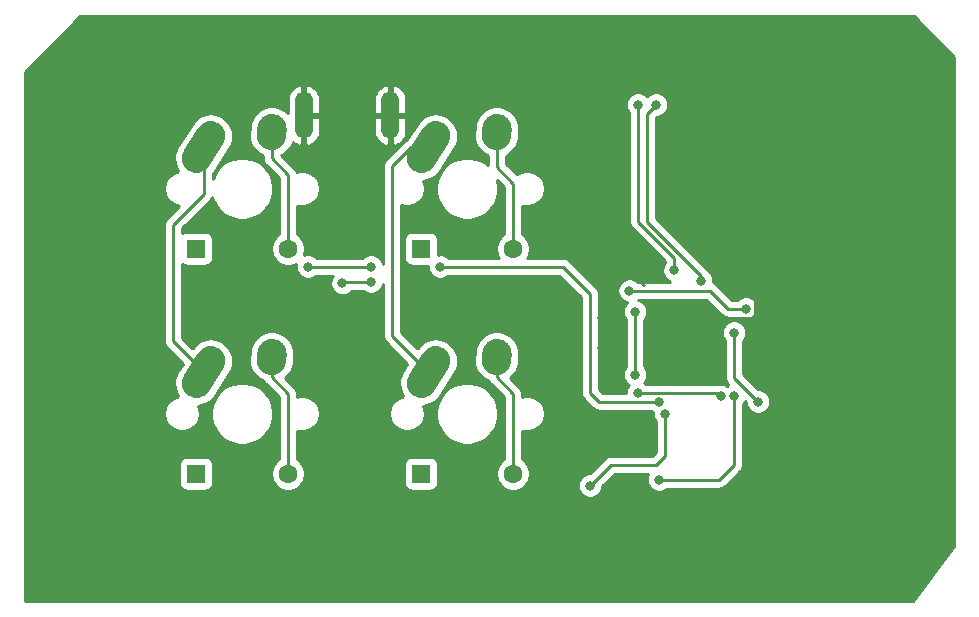
<source format=gtl>
%TF.GenerationSoftware,KiCad,Pcbnew,(5.1.6)-1*%
%TF.CreationDate,2020-08-17T19:43:53-04:00*%
%TF.ProjectId,keeb_v1,6b656562-5f76-4312-9e6b-696361645f70,rev?*%
%TF.SameCoordinates,Original*%
%TF.FileFunction,Copper,L1,Top*%
%TF.FilePolarity,Positive*%
%FSLAX46Y46*%
G04 Gerber Fmt 4.6, Leading zero omitted, Abs format (unit mm)*
G04 Created by KiCad (PCBNEW (5.1.6)-1) date 2020-08-17 19:43:53*
%MOMM*%
%LPD*%
G01*
G04 APERTURE LIST*
%TA.AperFunction,ComponentPad*%
%ADD10C,1.600000*%
%TD*%
%TA.AperFunction,ComponentPad*%
%ADD11R,1.600000X1.600000*%
%TD*%
%TA.AperFunction,ComponentPad*%
%ADD12O,1.500000X4.000000*%
%TD*%
%TA.AperFunction,ViaPad*%
%ADD13C,0.800000*%
%TD*%
%TA.AperFunction,Conductor*%
%ADD14C,0.250000*%
%TD*%
%TA.AperFunction,Conductor*%
%ADD15C,0.254000*%
%TD*%
G04 APERTURE END LIST*
%TO.P,K3,2*%
%TO.N,Net-(D3-Pad2)*%
%TA.AperFunction,ComponentPad*%
G36*
G01*
X106663170Y-99554309D02*
X106702619Y-98975653D01*
G75*
G02*
X108034743Y-97813567I1247105J-85019D01*
G01*
X108034743Y-97813567D01*
G75*
G02*
X109196829Y-99145691I-85019J-1247105D01*
G01*
X109157381Y-99724347D01*
G75*
G02*
X107825257Y-100886433I-1247105J85019D01*
G01*
X107825257Y-100886433D01*
G75*
G02*
X106663171Y-99554309I85019J1247105D01*
G01*
G37*
%TD.AperFunction*%
%TO.P,K3,1*%
%TO.N,/col1*%
%TA.AperFunction,ComponentPad*%
G36*
G01*
X100496299Y-100897191D02*
X101705223Y-98999560D01*
G75*
G02*
X103431087Y-98616946I1054239J-671625D01*
G01*
X103431087Y-98616946D01*
G75*
G02*
X103813701Y-100342810I-671625J-1054239D01*
G01*
X102604777Y-102240440D01*
G75*
G02*
X100878913Y-102623054I-1054239J671625D01*
G01*
X100878913Y-102623054D01*
G75*
G02*
X100496299Y-100897190I671625J1054239D01*
G01*
G37*
%TD.AperFunction*%
%TD*%
D10*
%TO.P,D1,2*%
%TO.N,Net-(D1-Pad2)*%
X90260000Y-109220000D03*
D11*
%TO.P,D1,1*%
%TO.N,/row0*%
X82460000Y-109220000D03*
%TD*%
%TO.P,D2,1*%
%TO.N,/row1*%
X82460000Y-128270000D03*
D10*
%TO.P,D2,2*%
%TO.N,Net-(D2-Pad2)*%
X90260000Y-128270000D03*
%TD*%
D11*
%TO.P,D3,1*%
%TO.N,/row0*%
X101510000Y-109220000D03*
D10*
%TO.P,D3,2*%
%TO.N,Net-(D3-Pad2)*%
X109310000Y-109220000D03*
%TD*%
%TO.P,D4,2*%
%TO.N,Net-(D4-Pad2)*%
X109310000Y-128270000D03*
D11*
%TO.P,D4,1*%
%TO.N,/row1*%
X101510000Y-128270000D03*
%TD*%
D12*
%TO.P,J1,6*%
%TO.N,GND*%
X91600000Y-97930000D03*
X98900000Y-97930000D03*
%TD*%
%TO.P,K1,1*%
%TO.N,/col0*%
%TA.AperFunction,ComponentPad*%
G36*
G01*
X81446299Y-100897191D02*
X82655223Y-98999560D01*
G75*
G02*
X84381087Y-98616946I1054239J-671625D01*
G01*
X84381087Y-98616946D01*
G75*
G02*
X84763701Y-100342810I-671625J-1054239D01*
G01*
X83554777Y-102240440D01*
G75*
G02*
X81828913Y-102623054I-1054239J671625D01*
G01*
X81828913Y-102623054D01*
G75*
G02*
X81446299Y-100897190I671625J1054239D01*
G01*
G37*
%TD.AperFunction*%
%TO.P,K1,2*%
%TO.N,Net-(D1-Pad2)*%
%TA.AperFunction,ComponentPad*%
G36*
G01*
X87613170Y-99554309D02*
X87652619Y-98975653D01*
G75*
G02*
X88984743Y-97813567I1247105J-85019D01*
G01*
X88984743Y-97813567D01*
G75*
G02*
X90146829Y-99145691I-85019J-1247105D01*
G01*
X90107381Y-99724347D01*
G75*
G02*
X88775257Y-100886433I-1247105J85019D01*
G01*
X88775257Y-100886433D01*
G75*
G02*
X87613171Y-99554309I85019J1247105D01*
G01*
G37*
%TD.AperFunction*%
%TD*%
%TO.P,K2,1*%
%TO.N,/col0*%
%TA.AperFunction,ComponentPad*%
G36*
G01*
X81446299Y-119947191D02*
X82655223Y-118049560D01*
G75*
G02*
X84381087Y-117666946I1054239J-671625D01*
G01*
X84381087Y-117666946D01*
G75*
G02*
X84763701Y-119392810I-671625J-1054239D01*
G01*
X83554777Y-121290440D01*
G75*
G02*
X81828913Y-121673054I-1054239J671625D01*
G01*
X81828913Y-121673054D01*
G75*
G02*
X81446299Y-119947190I671625J1054239D01*
G01*
G37*
%TD.AperFunction*%
%TO.P,K2,2*%
%TO.N,Net-(D2-Pad2)*%
%TA.AperFunction,ComponentPad*%
G36*
G01*
X87613170Y-118604309D02*
X87652619Y-118025653D01*
G75*
G02*
X88984743Y-116863567I1247105J-85019D01*
G01*
X88984743Y-116863567D01*
G75*
G02*
X90146829Y-118195691I-85019J-1247105D01*
G01*
X90107381Y-118774347D01*
G75*
G02*
X88775257Y-119936433I-1247105J85019D01*
G01*
X88775257Y-119936433D01*
G75*
G02*
X87613171Y-118604309I85019J1247105D01*
G01*
G37*
%TD.AperFunction*%
%TD*%
%TO.P,K4,2*%
%TO.N,Net-(D4-Pad2)*%
%TA.AperFunction,ComponentPad*%
G36*
G01*
X106663170Y-118604309D02*
X106702619Y-118025653D01*
G75*
G02*
X108034743Y-116863567I1247105J-85019D01*
G01*
X108034743Y-116863567D01*
G75*
G02*
X109196829Y-118195691I-85019J-1247105D01*
G01*
X109157381Y-118774347D01*
G75*
G02*
X107825257Y-119936433I-1247105J85019D01*
G01*
X107825257Y-119936433D01*
G75*
G02*
X106663171Y-118604309I85019J1247105D01*
G01*
G37*
%TD.AperFunction*%
%TO.P,K4,1*%
%TO.N,/col1*%
%TA.AperFunction,ComponentPad*%
G36*
G01*
X100496299Y-119947191D02*
X101705223Y-118049560D01*
G75*
G02*
X103431087Y-117666946I1054239J-671625D01*
G01*
X103431087Y-117666946D01*
G75*
G02*
X103813701Y-119392810I-671625J-1054239D01*
G01*
X102604777Y-121290440D01*
G75*
G02*
X100878913Y-121673054I-1054239J671625D01*
G01*
X100878913Y-121673054D01*
G75*
G02*
X100496299Y-119947190I671625J1054239D01*
G01*
G37*
%TD.AperFunction*%
%TD*%
D13*
%TO.N,VCC*%
X119163000Y-112771347D03*
X129032000Y-114300000D03*
%TO.N,Net-(C8-Pad1)*%
X119634000Y-119888000D03*
X119634000Y-114554000D03*
%TO.N,/row0*%
X91948000Y-110744000D03*
X97282000Y-110744000D03*
X103124000Y-110744000D03*
X121666000Y-122174000D03*
%TO.N,/row1*%
X115824000Y-129286000D03*
X122174000Y-123190000D03*
%TO.N,Net-(J1-Pad2)*%
X97282000Y-112014000D03*
X94864347Y-112145653D03*
%TO.N,/col0*%
X119888000Y-121449000D03*
X126874163Y-121716702D03*
%TO.N,/col1*%
X121666000Y-128778000D03*
X128016000Y-121666000D03*
%TO.N,Net-(R1-Pad1)*%
X130048000Y-122174000D03*
X128016000Y-116332000D03*
%TO.N,Net-(R3-Pad1)*%
X121412000Y-97028000D03*
X125222000Y-111977000D03*
%TO.N,Net-(R4-Pad1)*%
X119888000Y-97028000D03*
X122973000Y-111052892D03*
%TO.N,GND*%
X129794000Y-110490000D03*
X129794000Y-111760000D03*
X122428000Y-115062000D03*
X124968000Y-116586000D03*
X119163000Y-110998000D03*
X129540000Y-117094000D03*
X116840000Y-117602000D03*
X116840000Y-115062000D03*
%TD*%
D14*
%TO.N,VCC*%
X119163000Y-112771347D02*
X125979347Y-112771347D01*
X125979347Y-112771347D02*
X127508000Y-114300000D01*
X127508000Y-114300000D02*
X129032000Y-114300000D01*
%TO.N,Net-(C8-Pad1)*%
X119634000Y-119888000D02*
X119634000Y-114554000D01*
X119634000Y-114554000D02*
X119634000Y-114554000D01*
%TO.N,Net-(D1-Pad2)*%
X90260000Y-102960000D02*
X90260000Y-109220000D01*
X88880000Y-99350000D02*
X88880000Y-101580000D01*
X88880000Y-101580000D02*
X90260000Y-102960000D01*
%TO.N,/row0*%
X91948000Y-110744000D02*
X97282000Y-110744000D01*
X103124000Y-110744000D02*
X112522000Y-110744000D01*
X112522000Y-110744000D02*
X113538000Y-110744000D01*
X113538000Y-110744000D02*
X115824000Y-113030000D01*
X115824000Y-113030000D02*
X115824000Y-121412000D01*
X115824000Y-121412000D02*
X116586000Y-122174000D01*
X116586000Y-122174000D02*
X121666000Y-122174000D01*
%TO.N,Net-(D2-Pad2)*%
X88880000Y-118400000D02*
X88880000Y-120122000D01*
X90260000Y-121502000D02*
X90260000Y-128270000D01*
X88880000Y-120122000D02*
X90260000Y-121502000D01*
%TO.N,/row1*%
X115824000Y-129286000D02*
X117602000Y-127508000D01*
X117602000Y-127508000D02*
X121412000Y-127508000D01*
X121412000Y-127508000D02*
X122174000Y-126746000D01*
X122174000Y-126746000D02*
X122174000Y-123190000D01*
%TO.N,Net-(D3-Pad2)*%
X107930000Y-99350000D02*
X107930000Y-102342000D01*
X109310000Y-103722000D02*
X109310000Y-109220000D01*
X107930000Y-102342000D02*
X109310000Y-103722000D01*
%TO.N,Net-(D4-Pad2)*%
X107930000Y-118400000D02*
X107930000Y-120122000D01*
X109310000Y-121502000D02*
X109310000Y-128270000D01*
X107930000Y-120122000D02*
X109310000Y-121502000D01*
%TO.N,Net-(J1-Pad2)*%
X97282000Y-112014000D02*
X94996000Y-112014000D01*
X94996000Y-112014000D02*
X94864347Y-112145653D01*
%TO.N,/col0*%
X83105000Y-100620000D02*
X83105000Y-104601000D01*
X83105000Y-104601000D02*
X80518000Y-107188000D01*
X80518000Y-117083000D02*
X83105000Y-119670000D01*
X80518000Y-107188000D02*
X80518000Y-117083000D01*
X119888000Y-121449000D02*
X122373108Y-121449000D01*
X122373108Y-121449000D02*
X126606461Y-121449000D01*
X126606461Y-121449000D02*
X126874163Y-121716702D01*
%TO.N,/col1*%
X100672890Y-100620000D02*
X99060000Y-102232890D01*
X102155000Y-100620000D02*
X100672890Y-100620000D01*
X99060000Y-102232890D02*
X99060000Y-116586000D01*
X102144000Y-119670000D02*
X102155000Y-119670000D01*
X99060000Y-116586000D02*
X102144000Y-119670000D01*
X121666000Y-128778000D02*
X126238000Y-128778000D01*
X126238000Y-128778000D02*
X126746000Y-128778000D01*
X126746000Y-128778000D02*
X128016000Y-127508000D01*
X128016000Y-127508000D02*
X128016000Y-121666000D01*
%TO.N,Net-(R1-Pad1)*%
X130048000Y-122174000D02*
X128016000Y-120142000D01*
X128016000Y-120142000D02*
X128016000Y-116332000D01*
%TO.N,Net-(R3-Pad1)*%
X120650000Y-97790000D02*
X121412000Y-97028000D01*
X120650000Y-106934000D02*
X120650000Y-97790000D01*
X122682000Y-108966000D02*
X120650000Y-106934000D01*
X122682000Y-108966000D02*
X123190000Y-109474000D01*
X123190000Y-109474000D02*
X123698000Y-109982000D01*
X123698000Y-109982000D02*
X124206000Y-110490000D01*
X124206000Y-110490000D02*
X125222000Y-111506000D01*
X125222000Y-111506000D02*
X125222000Y-111977000D01*
%TO.N,Net-(R4-Pad1)*%
X119888000Y-106934000D02*
X120650000Y-107696000D01*
X120650000Y-107696000D02*
X122682000Y-109728000D01*
X119888000Y-97028000D02*
X119888000Y-106934000D01*
X122682000Y-109728000D02*
X122936000Y-109982000D01*
X122936000Y-109982000D02*
X122973000Y-110019000D01*
X122973000Y-110019000D02*
X122973000Y-111052892D01*
%TO.N,GND*%
X129794000Y-110490000D02*
X129794000Y-111760000D01*
X129757001Y-111796999D02*
X129794000Y-111760000D01*
X129757001Y-114844999D02*
X129757001Y-111796999D01*
X129540000Y-115062000D02*
X129757001Y-114844999D01*
X125730000Y-115824000D02*
X125730000Y-115062000D01*
X124968000Y-116586000D02*
X125730000Y-115824000D01*
X122428000Y-115062000D02*
X125730000Y-115062000D01*
X119163000Y-110998000D02*
X120433000Y-112268000D01*
X129540000Y-117094000D02*
X129540000Y-115316000D01*
X125730000Y-115062000D02*
X129286000Y-115062000D01*
X129540000Y-115316000D02*
X129286000Y-115062000D01*
X129286000Y-115062000D02*
X129540000Y-115062000D01*
X116840000Y-117602000D02*
X116840000Y-115062000D01*
%TD*%
D15*
%TO.N,GND*%
G36*
X146660000Y-92983381D02*
G01*
X146660001Y-134399998D01*
X143180001Y-139040000D01*
X67970000Y-139040000D01*
X67970000Y-127470000D01*
X81021928Y-127470000D01*
X81021928Y-129070000D01*
X81034188Y-129194482D01*
X81070498Y-129314180D01*
X81129463Y-129424494D01*
X81208815Y-129521185D01*
X81305506Y-129600537D01*
X81415820Y-129659502D01*
X81535518Y-129695812D01*
X81660000Y-129708072D01*
X83260000Y-129708072D01*
X83384482Y-129695812D01*
X83504180Y-129659502D01*
X83614494Y-129600537D01*
X83711185Y-129521185D01*
X83790537Y-129424494D01*
X83849502Y-129314180D01*
X83885812Y-129194482D01*
X83898072Y-129070000D01*
X83898072Y-127470000D01*
X83885812Y-127345518D01*
X83849502Y-127225820D01*
X83790537Y-127115506D01*
X83711185Y-127018815D01*
X83614494Y-126939463D01*
X83504180Y-126880498D01*
X83384482Y-126844188D01*
X83260000Y-126831928D01*
X81660000Y-126831928D01*
X81535518Y-126844188D01*
X81415820Y-126880498D01*
X81305506Y-126939463D01*
X81208815Y-127018815D01*
X81129463Y-127115506D01*
X81070498Y-127225820D01*
X81034188Y-127345518D01*
X81021928Y-127470000D01*
X67970000Y-127470000D01*
X67970000Y-107188000D01*
X79754324Y-107188000D01*
X79758000Y-107225322D01*
X79758001Y-117045668D01*
X79754324Y-117083000D01*
X79768998Y-117231985D01*
X79812454Y-117375246D01*
X79883026Y-117507276D01*
X79954201Y-117594002D01*
X79978000Y-117623001D01*
X80006998Y-117646799D01*
X81321480Y-118961282D01*
X80860993Y-119684101D01*
X80735204Y-119932314D01*
X80635194Y-120289904D01*
X80606869Y-120660135D01*
X80651317Y-121028777D01*
X80766828Y-121381664D01*
X80948966Y-121705237D01*
X80975054Y-121735647D01*
X80846579Y-121761202D01*
X80576162Y-121873212D01*
X80332794Y-122035826D01*
X80125826Y-122242794D01*
X79963212Y-122486162D01*
X79851202Y-122756579D01*
X79794100Y-123043652D01*
X79794100Y-123336348D01*
X79851202Y-123623421D01*
X79963212Y-123893838D01*
X80125826Y-124137206D01*
X80332794Y-124344174D01*
X80576162Y-124506788D01*
X80846579Y-124618798D01*
X81133652Y-124675900D01*
X81426348Y-124675900D01*
X81713421Y-124618798D01*
X81983838Y-124506788D01*
X82227206Y-124344174D01*
X82434174Y-124137206D01*
X82596788Y-123893838D01*
X82708798Y-123623421D01*
X82765900Y-123336348D01*
X82765900Y-123043652D01*
X82743508Y-122931076D01*
X83731100Y-122931076D01*
X83731100Y-123448924D01*
X83832127Y-123956822D01*
X84030299Y-124435251D01*
X84318000Y-124865826D01*
X84684174Y-125232000D01*
X85114749Y-125519701D01*
X85593178Y-125717873D01*
X86101076Y-125818900D01*
X86618924Y-125818900D01*
X87126822Y-125717873D01*
X87605251Y-125519701D01*
X88035826Y-125232000D01*
X88402000Y-124865826D01*
X88689701Y-124435251D01*
X88887873Y-123956822D01*
X88988900Y-123448924D01*
X88988900Y-122931076D01*
X88887873Y-122423178D01*
X88689701Y-121944749D01*
X88402000Y-121514174D01*
X88035826Y-121148000D01*
X87605251Y-120860299D01*
X87126822Y-120662127D01*
X86618924Y-120561100D01*
X86101076Y-120561100D01*
X85593178Y-120662127D01*
X85114749Y-120860299D01*
X84684174Y-121148000D01*
X84318000Y-121514174D01*
X84030299Y-121944749D01*
X83832127Y-122423178D01*
X83731100Y-122931076D01*
X82743508Y-122931076D01*
X82708798Y-122756579D01*
X82604559Y-122504924D01*
X82910500Y-122468036D01*
X83263387Y-122352525D01*
X83586960Y-122170387D01*
X83868782Y-121928623D01*
X84040578Y-121709720D01*
X85349006Y-119655900D01*
X85474796Y-119407688D01*
X85574805Y-119050097D01*
X85603131Y-118679866D01*
X85599953Y-118653505D01*
X86973344Y-118653505D01*
X86981721Y-118931645D01*
X87065090Y-119293477D01*
X87217448Y-119632092D01*
X87432939Y-119934477D01*
X87703281Y-120189011D01*
X88018087Y-120385915D01*
X88195231Y-120453117D01*
X88245026Y-120546276D01*
X88283820Y-120593546D01*
X88340000Y-120662001D01*
X88368998Y-120685799D01*
X89500000Y-121816802D01*
X89500001Y-127051956D01*
X89345241Y-127155363D01*
X89145363Y-127355241D01*
X88988320Y-127590273D01*
X88880147Y-127851426D01*
X88825000Y-128128665D01*
X88825000Y-128411335D01*
X88880147Y-128688574D01*
X88988320Y-128949727D01*
X89145363Y-129184759D01*
X89345241Y-129384637D01*
X89580273Y-129541680D01*
X89841426Y-129649853D01*
X90118665Y-129705000D01*
X90401335Y-129705000D01*
X90678574Y-129649853D01*
X90939727Y-129541680D01*
X91174759Y-129384637D01*
X91374637Y-129184759D01*
X91531680Y-128949727D01*
X91639853Y-128688574D01*
X91695000Y-128411335D01*
X91695000Y-128128665D01*
X91639853Y-127851426D01*
X91531680Y-127590273D01*
X91451317Y-127470000D01*
X100071928Y-127470000D01*
X100071928Y-129070000D01*
X100084188Y-129194482D01*
X100120498Y-129314180D01*
X100179463Y-129424494D01*
X100258815Y-129521185D01*
X100355506Y-129600537D01*
X100465820Y-129659502D01*
X100585518Y-129695812D01*
X100710000Y-129708072D01*
X102310000Y-129708072D01*
X102434482Y-129695812D01*
X102554180Y-129659502D01*
X102664494Y-129600537D01*
X102761185Y-129521185D01*
X102840537Y-129424494D01*
X102899502Y-129314180D01*
X102935812Y-129194482D01*
X102948072Y-129070000D01*
X102948072Y-127470000D01*
X102935812Y-127345518D01*
X102899502Y-127225820D01*
X102840537Y-127115506D01*
X102761185Y-127018815D01*
X102664494Y-126939463D01*
X102554180Y-126880498D01*
X102434482Y-126844188D01*
X102310000Y-126831928D01*
X100710000Y-126831928D01*
X100585518Y-126844188D01*
X100465820Y-126880498D01*
X100355506Y-126939463D01*
X100258815Y-127018815D01*
X100179463Y-127115506D01*
X100120498Y-127225820D01*
X100084188Y-127345518D01*
X100071928Y-127470000D01*
X91451317Y-127470000D01*
X91374637Y-127355241D01*
X91174759Y-127155363D01*
X91020000Y-127051957D01*
X91020000Y-124621468D01*
X91293652Y-124675900D01*
X91586348Y-124675900D01*
X91873421Y-124618798D01*
X92143838Y-124506788D01*
X92387206Y-124344174D01*
X92594174Y-124137206D01*
X92756788Y-123893838D01*
X92868798Y-123623421D01*
X92925900Y-123336348D01*
X92925900Y-123043652D01*
X92868798Y-122756579D01*
X92756788Y-122486162D01*
X92594174Y-122242794D01*
X92387206Y-122035826D01*
X92143838Y-121873212D01*
X91873421Y-121761202D01*
X91586348Y-121704100D01*
X91293652Y-121704100D01*
X91020000Y-121758532D01*
X91020000Y-121539325D01*
X91023676Y-121502000D01*
X91020000Y-121464675D01*
X91020000Y-121464667D01*
X91009003Y-121353014D01*
X90965546Y-121209753D01*
X90894974Y-121077724D01*
X90800001Y-120961999D01*
X90771004Y-120938202D01*
X90014362Y-120181560D01*
X90105425Y-120116665D01*
X90359959Y-119846323D01*
X90556863Y-119531517D01*
X90688566Y-119184347D01*
X90734613Y-118909916D01*
X90786656Y-118146496D01*
X90778279Y-117868355D01*
X90694910Y-117506523D01*
X90542552Y-117167908D01*
X90327061Y-116865523D01*
X90056719Y-116610989D01*
X89741913Y-116414086D01*
X89394743Y-116282382D01*
X89028550Y-116220939D01*
X88657407Y-116232117D01*
X88295575Y-116315486D01*
X87956960Y-116467844D01*
X87654575Y-116683335D01*
X87400041Y-116953677D01*
X87203137Y-117268483D01*
X87071434Y-117615653D01*
X87025387Y-117890084D01*
X86973344Y-118653505D01*
X85599953Y-118653505D01*
X85558683Y-118311223D01*
X85443171Y-117958336D01*
X85261034Y-117634763D01*
X85019270Y-117352942D01*
X84727171Y-117123701D01*
X84395963Y-116955851D01*
X84038373Y-116855842D01*
X83668141Y-116827517D01*
X83299499Y-116871964D01*
X82946611Y-116987476D01*
X82623039Y-117169613D01*
X82341218Y-117411377D01*
X82169422Y-117630280D01*
X82158004Y-117648202D01*
X81278000Y-116768199D01*
X81278000Y-110527963D01*
X81305506Y-110550537D01*
X81415820Y-110609502D01*
X81535518Y-110645812D01*
X81660000Y-110658072D01*
X83260000Y-110658072D01*
X83384482Y-110645812D01*
X83504180Y-110609502D01*
X83614494Y-110550537D01*
X83711185Y-110471185D01*
X83790537Y-110374494D01*
X83849502Y-110264180D01*
X83885812Y-110144482D01*
X83898072Y-110020000D01*
X83898072Y-108420000D01*
X83885812Y-108295518D01*
X83849502Y-108175820D01*
X83790537Y-108065506D01*
X83711185Y-107968815D01*
X83614494Y-107889463D01*
X83504180Y-107830498D01*
X83384482Y-107794188D01*
X83260000Y-107781928D01*
X81660000Y-107781928D01*
X81535518Y-107794188D01*
X81415820Y-107830498D01*
X81305506Y-107889463D01*
X81278000Y-107912037D01*
X81278000Y-107502801D01*
X83616008Y-105164795D01*
X83645001Y-105141001D01*
X83668795Y-105112008D01*
X83668799Y-105112004D01*
X83739973Y-105025277D01*
X83739974Y-105025276D01*
X83810546Y-104893247D01*
X83821949Y-104855655D01*
X83832127Y-104906822D01*
X84030299Y-105385251D01*
X84318000Y-105815826D01*
X84684174Y-106182000D01*
X85114749Y-106469701D01*
X85593178Y-106667873D01*
X86101076Y-106768900D01*
X86618924Y-106768900D01*
X87126822Y-106667873D01*
X87605251Y-106469701D01*
X88035826Y-106182000D01*
X88402000Y-105815826D01*
X88689701Y-105385251D01*
X88887873Y-104906822D01*
X88988900Y-104398924D01*
X88988900Y-103881076D01*
X88887873Y-103373178D01*
X88689701Y-102894749D01*
X88402000Y-102464174D01*
X88035826Y-102098000D01*
X87605251Y-101810299D01*
X87126822Y-101612127D01*
X86618924Y-101511100D01*
X86101076Y-101511100D01*
X85593178Y-101612127D01*
X85114749Y-101810299D01*
X84684174Y-102098000D01*
X84318000Y-102464174D01*
X84030299Y-102894749D01*
X83865000Y-103293816D01*
X83865000Y-102881867D01*
X83868782Y-102878623D01*
X84040578Y-102659720D01*
X85349006Y-100605900D01*
X85474796Y-100357688D01*
X85574805Y-100000097D01*
X85603131Y-99629866D01*
X85599953Y-99603505D01*
X86973344Y-99603505D01*
X86981721Y-99881645D01*
X87065090Y-100243477D01*
X87217448Y-100582092D01*
X87432939Y-100884477D01*
X87703281Y-101139011D01*
X88018087Y-101335915D01*
X88120001Y-101374577D01*
X88120001Y-101542668D01*
X88116324Y-101580000D01*
X88130998Y-101728985D01*
X88174454Y-101872246D01*
X88245026Y-102004276D01*
X88310376Y-102083904D01*
X88340000Y-102120001D01*
X88368998Y-102143799D01*
X89500000Y-103274802D01*
X89500001Y-108001956D01*
X89345241Y-108105363D01*
X89145363Y-108305241D01*
X88988320Y-108540273D01*
X88880147Y-108801426D01*
X88825000Y-109078665D01*
X88825000Y-109361335D01*
X88880147Y-109638574D01*
X88988320Y-109899727D01*
X89145363Y-110134759D01*
X89345241Y-110334637D01*
X89580273Y-110491680D01*
X89841426Y-110599853D01*
X90118665Y-110655000D01*
X90401335Y-110655000D01*
X90678574Y-110599853D01*
X90939727Y-110491680D01*
X90943401Y-110489225D01*
X90913000Y-110642061D01*
X90913000Y-110845939D01*
X90952774Y-111045898D01*
X91030795Y-111234256D01*
X91144063Y-111403774D01*
X91288226Y-111547937D01*
X91457744Y-111661205D01*
X91646102Y-111739226D01*
X91846061Y-111779000D01*
X92049939Y-111779000D01*
X92249898Y-111739226D01*
X92438256Y-111661205D01*
X92607774Y-111547937D01*
X92651711Y-111504000D01*
X94048302Y-111504000D01*
X93947142Y-111655397D01*
X93869121Y-111843755D01*
X93829347Y-112043714D01*
X93829347Y-112247592D01*
X93869121Y-112447551D01*
X93947142Y-112635909D01*
X94060410Y-112805427D01*
X94204573Y-112949590D01*
X94374091Y-113062858D01*
X94562449Y-113140879D01*
X94762408Y-113180653D01*
X94966286Y-113180653D01*
X95166245Y-113140879D01*
X95354603Y-113062858D01*
X95524121Y-112949590D01*
X95668284Y-112805427D01*
X95689283Y-112774000D01*
X96578289Y-112774000D01*
X96622226Y-112817937D01*
X96791744Y-112931205D01*
X96980102Y-113009226D01*
X97180061Y-113049000D01*
X97383939Y-113049000D01*
X97583898Y-113009226D01*
X97772256Y-112931205D01*
X97941774Y-112817937D01*
X98085937Y-112673774D01*
X98199205Y-112504256D01*
X98277226Y-112315898D01*
X98300001Y-112201401D01*
X98300001Y-116548668D01*
X98296324Y-116586000D01*
X98310998Y-116734985D01*
X98354454Y-116878246D01*
X98425026Y-117010276D01*
X98484710Y-117083000D01*
X98520000Y-117126001D01*
X98548998Y-117149799D01*
X100367199Y-118968001D01*
X99910993Y-119684101D01*
X99785204Y-119932314D01*
X99685194Y-120289904D01*
X99656869Y-120660135D01*
X99701317Y-121028777D01*
X99816828Y-121381664D01*
X99998966Y-121705237D01*
X100025054Y-121735647D01*
X99896579Y-121761202D01*
X99626162Y-121873212D01*
X99382794Y-122035826D01*
X99175826Y-122242794D01*
X99013212Y-122486162D01*
X98901202Y-122756579D01*
X98844100Y-123043652D01*
X98844100Y-123336348D01*
X98901202Y-123623421D01*
X99013212Y-123893838D01*
X99175826Y-124137206D01*
X99382794Y-124344174D01*
X99626162Y-124506788D01*
X99896579Y-124618798D01*
X100183652Y-124675900D01*
X100476348Y-124675900D01*
X100763421Y-124618798D01*
X101033838Y-124506788D01*
X101277206Y-124344174D01*
X101484174Y-124137206D01*
X101646788Y-123893838D01*
X101758798Y-123623421D01*
X101815900Y-123336348D01*
X101815900Y-123043652D01*
X101793508Y-122931076D01*
X102781100Y-122931076D01*
X102781100Y-123448924D01*
X102882127Y-123956822D01*
X103080299Y-124435251D01*
X103368000Y-124865826D01*
X103734174Y-125232000D01*
X104164749Y-125519701D01*
X104643178Y-125717873D01*
X105151076Y-125818900D01*
X105668924Y-125818900D01*
X106176822Y-125717873D01*
X106655251Y-125519701D01*
X107085826Y-125232000D01*
X107452000Y-124865826D01*
X107739701Y-124435251D01*
X107937873Y-123956822D01*
X108038900Y-123448924D01*
X108038900Y-122931076D01*
X107937873Y-122423178D01*
X107739701Y-121944749D01*
X107452000Y-121514174D01*
X107085826Y-121148000D01*
X106655251Y-120860299D01*
X106176822Y-120662127D01*
X105668924Y-120561100D01*
X105151076Y-120561100D01*
X104643178Y-120662127D01*
X104164749Y-120860299D01*
X103734174Y-121148000D01*
X103368000Y-121514174D01*
X103080299Y-121944749D01*
X102882127Y-122423178D01*
X102781100Y-122931076D01*
X101793508Y-122931076D01*
X101758798Y-122756579D01*
X101654559Y-122504924D01*
X101960500Y-122468036D01*
X102313387Y-122352525D01*
X102636960Y-122170387D01*
X102918782Y-121928623D01*
X103090578Y-121709720D01*
X104399006Y-119655900D01*
X104524796Y-119407688D01*
X104624805Y-119050097D01*
X104653131Y-118679866D01*
X104649953Y-118653505D01*
X106023344Y-118653505D01*
X106031721Y-118931645D01*
X106115090Y-119293477D01*
X106267448Y-119632092D01*
X106482939Y-119934477D01*
X106753281Y-120189011D01*
X107068087Y-120385915D01*
X107245231Y-120453117D01*
X107295026Y-120546276D01*
X107333820Y-120593546D01*
X107390000Y-120662001D01*
X107418998Y-120685799D01*
X108550000Y-121816802D01*
X108550001Y-127051956D01*
X108395241Y-127155363D01*
X108195363Y-127355241D01*
X108038320Y-127590273D01*
X107930147Y-127851426D01*
X107875000Y-128128665D01*
X107875000Y-128411335D01*
X107930147Y-128688574D01*
X108038320Y-128949727D01*
X108195363Y-129184759D01*
X108395241Y-129384637D01*
X108630273Y-129541680D01*
X108891426Y-129649853D01*
X109168665Y-129705000D01*
X109451335Y-129705000D01*
X109728574Y-129649853D01*
X109989727Y-129541680D01*
X110224759Y-129384637D01*
X110424637Y-129184759D01*
X110581680Y-128949727D01*
X110689853Y-128688574D01*
X110745000Y-128411335D01*
X110745000Y-128128665D01*
X110689853Y-127851426D01*
X110581680Y-127590273D01*
X110424637Y-127355241D01*
X110224759Y-127155363D01*
X110070000Y-127051957D01*
X110070000Y-124621468D01*
X110343652Y-124675900D01*
X110636348Y-124675900D01*
X110923421Y-124618798D01*
X111193838Y-124506788D01*
X111437206Y-124344174D01*
X111644174Y-124137206D01*
X111806788Y-123893838D01*
X111918798Y-123623421D01*
X111975900Y-123336348D01*
X111975900Y-123043652D01*
X111918798Y-122756579D01*
X111806788Y-122486162D01*
X111644174Y-122242794D01*
X111437206Y-122035826D01*
X111193838Y-121873212D01*
X110923421Y-121761202D01*
X110636348Y-121704100D01*
X110343652Y-121704100D01*
X110070000Y-121758532D01*
X110070000Y-121539325D01*
X110073676Y-121502000D01*
X110070000Y-121464675D01*
X110070000Y-121464667D01*
X110059003Y-121353014D01*
X110015546Y-121209753D01*
X109944974Y-121077724D01*
X109850001Y-120961999D01*
X109821004Y-120938202D01*
X109064362Y-120181560D01*
X109155425Y-120116665D01*
X109409959Y-119846323D01*
X109606863Y-119531517D01*
X109738566Y-119184347D01*
X109784613Y-118909916D01*
X109836656Y-118146496D01*
X109828279Y-117868355D01*
X109744910Y-117506523D01*
X109592552Y-117167908D01*
X109377061Y-116865523D01*
X109106719Y-116610989D01*
X108791913Y-116414086D01*
X108444743Y-116282382D01*
X108078550Y-116220939D01*
X107707407Y-116232117D01*
X107345575Y-116315486D01*
X107006960Y-116467844D01*
X106704575Y-116683335D01*
X106450041Y-116953677D01*
X106253137Y-117268483D01*
X106121434Y-117615653D01*
X106075387Y-117890084D01*
X106023344Y-118653505D01*
X104649953Y-118653505D01*
X104608683Y-118311223D01*
X104493171Y-117958336D01*
X104311034Y-117634763D01*
X104069270Y-117352942D01*
X103777171Y-117123701D01*
X103445963Y-116955851D01*
X103088373Y-116855842D01*
X102718141Y-116827517D01*
X102349499Y-116871964D01*
X101996611Y-116987476D01*
X101673039Y-117169613D01*
X101391218Y-117411377D01*
X101219422Y-117630280D01*
X101203723Y-117654922D01*
X99820000Y-116271199D01*
X99820000Y-108420000D01*
X100071928Y-108420000D01*
X100071928Y-110020000D01*
X100084188Y-110144482D01*
X100120498Y-110264180D01*
X100179463Y-110374494D01*
X100258815Y-110471185D01*
X100355506Y-110550537D01*
X100465820Y-110609502D01*
X100585518Y-110645812D01*
X100710000Y-110658072D01*
X102089000Y-110658072D01*
X102089000Y-110845939D01*
X102128774Y-111045898D01*
X102206795Y-111234256D01*
X102320063Y-111403774D01*
X102464226Y-111547937D01*
X102633744Y-111661205D01*
X102822102Y-111739226D01*
X103022061Y-111779000D01*
X103225939Y-111779000D01*
X103425898Y-111739226D01*
X103614256Y-111661205D01*
X103783774Y-111547937D01*
X103827711Y-111504000D01*
X113223199Y-111504000D01*
X115064000Y-113344802D01*
X115064001Y-121374668D01*
X115060324Y-121412000D01*
X115064001Y-121449333D01*
X115074998Y-121560986D01*
X115086221Y-121597985D01*
X115118454Y-121704246D01*
X115189026Y-121836276D01*
X115260201Y-121923002D01*
X115284000Y-121952001D01*
X115312998Y-121975799D01*
X116022201Y-122685002D01*
X116045999Y-122714001D01*
X116161724Y-122808974D01*
X116293753Y-122879546D01*
X116437014Y-122923003D01*
X116548667Y-122934000D01*
X116548675Y-122934000D01*
X116586000Y-122937676D01*
X116623325Y-122934000D01*
X120962289Y-122934000D01*
X121006226Y-122977937D01*
X121142759Y-123069165D01*
X121139000Y-123088061D01*
X121139000Y-123291939D01*
X121178774Y-123491898D01*
X121256795Y-123680256D01*
X121370063Y-123849774D01*
X121414001Y-123893712D01*
X121414000Y-126431198D01*
X121097199Y-126748000D01*
X117639325Y-126748000D01*
X117602000Y-126744324D01*
X117564675Y-126748000D01*
X117564667Y-126748000D01*
X117453014Y-126758997D01*
X117309753Y-126802454D01*
X117177724Y-126873026D01*
X117061999Y-126967999D01*
X117038201Y-126996997D01*
X115784199Y-128251000D01*
X115722061Y-128251000D01*
X115522102Y-128290774D01*
X115333744Y-128368795D01*
X115164226Y-128482063D01*
X115020063Y-128626226D01*
X114906795Y-128795744D01*
X114828774Y-128984102D01*
X114789000Y-129184061D01*
X114789000Y-129387939D01*
X114828774Y-129587898D01*
X114906795Y-129776256D01*
X115020063Y-129945774D01*
X115164226Y-130089937D01*
X115333744Y-130203205D01*
X115522102Y-130281226D01*
X115722061Y-130321000D01*
X115925939Y-130321000D01*
X116125898Y-130281226D01*
X116314256Y-130203205D01*
X116483774Y-130089937D01*
X116627937Y-129945774D01*
X116741205Y-129776256D01*
X116819226Y-129587898D01*
X116859000Y-129387939D01*
X116859000Y-129325801D01*
X117916802Y-128268000D01*
X120761987Y-128268000D01*
X120748795Y-128287744D01*
X120670774Y-128476102D01*
X120631000Y-128676061D01*
X120631000Y-128879939D01*
X120670774Y-129079898D01*
X120748795Y-129268256D01*
X120862063Y-129437774D01*
X121006226Y-129581937D01*
X121175744Y-129695205D01*
X121364102Y-129773226D01*
X121564061Y-129813000D01*
X121767939Y-129813000D01*
X121967898Y-129773226D01*
X122156256Y-129695205D01*
X122325774Y-129581937D01*
X122369711Y-129538000D01*
X126708678Y-129538000D01*
X126746000Y-129541676D01*
X126783322Y-129538000D01*
X126783333Y-129538000D01*
X126894986Y-129527003D01*
X127038247Y-129483546D01*
X127170276Y-129412974D01*
X127286001Y-129318001D01*
X127309804Y-129288997D01*
X128527004Y-128071798D01*
X128556001Y-128048001D01*
X128650974Y-127932276D01*
X128721546Y-127800247D01*
X128765003Y-127656986D01*
X128776000Y-127545333D01*
X128776000Y-127545324D01*
X128779676Y-127508001D01*
X128776000Y-127470678D01*
X128776000Y-122369711D01*
X128819937Y-122325774D01*
X128933205Y-122156256D01*
X128939722Y-122140523D01*
X129013000Y-122213802D01*
X129013000Y-122275939D01*
X129052774Y-122475898D01*
X129130795Y-122664256D01*
X129244063Y-122833774D01*
X129388226Y-122977937D01*
X129557744Y-123091205D01*
X129746102Y-123169226D01*
X129946061Y-123209000D01*
X130149939Y-123209000D01*
X130349898Y-123169226D01*
X130538256Y-123091205D01*
X130707774Y-122977937D01*
X130851937Y-122833774D01*
X130965205Y-122664256D01*
X131043226Y-122475898D01*
X131083000Y-122275939D01*
X131083000Y-122072061D01*
X131043226Y-121872102D01*
X130965205Y-121683744D01*
X130851937Y-121514226D01*
X130707774Y-121370063D01*
X130538256Y-121256795D01*
X130349898Y-121178774D01*
X130149939Y-121139000D01*
X130087802Y-121139000D01*
X128776000Y-119827199D01*
X128776000Y-117035711D01*
X128819937Y-116991774D01*
X128933205Y-116822256D01*
X129011226Y-116633898D01*
X129051000Y-116433939D01*
X129051000Y-116230061D01*
X129011226Y-116030102D01*
X128933205Y-115841744D01*
X128819937Y-115672226D01*
X128675774Y-115528063D01*
X128506256Y-115414795D01*
X128317898Y-115336774D01*
X128117939Y-115297000D01*
X127914061Y-115297000D01*
X127714102Y-115336774D01*
X127525744Y-115414795D01*
X127356226Y-115528063D01*
X127212063Y-115672226D01*
X127098795Y-115841744D01*
X127020774Y-116030102D01*
X126981000Y-116230061D01*
X126981000Y-116433939D01*
X127020774Y-116633898D01*
X127098795Y-116822256D01*
X127212063Y-116991774D01*
X127256001Y-117035712D01*
X127256000Y-120104677D01*
X127252324Y-120142000D01*
X127256000Y-120179322D01*
X127256000Y-120179332D01*
X127266997Y-120290985D01*
X127305830Y-120419002D01*
X127310454Y-120434246D01*
X127381026Y-120566276D01*
X127420871Y-120614826D01*
X127475999Y-120682001D01*
X127505003Y-120705804D01*
X127541477Y-120742278D01*
X127525744Y-120748795D01*
X127407141Y-120828043D01*
X127364419Y-120799497D01*
X127176061Y-120721476D01*
X126976102Y-120681702D01*
X126772224Y-120681702D01*
X126705152Y-120695043D01*
X126643794Y-120689000D01*
X126643783Y-120689000D01*
X126606461Y-120685324D01*
X126569139Y-120689000D01*
X120591711Y-120689000D01*
X120547774Y-120645063D01*
X120423611Y-120562100D01*
X120437937Y-120547774D01*
X120551205Y-120378256D01*
X120629226Y-120189898D01*
X120669000Y-119989939D01*
X120669000Y-119786061D01*
X120629226Y-119586102D01*
X120551205Y-119397744D01*
X120437937Y-119228226D01*
X120394000Y-119184289D01*
X120394000Y-115257711D01*
X120437937Y-115213774D01*
X120551205Y-115044256D01*
X120629226Y-114855898D01*
X120669000Y-114655939D01*
X120669000Y-114452061D01*
X120629226Y-114252102D01*
X120551205Y-114063744D01*
X120437937Y-113894226D01*
X120293774Y-113750063D01*
X120124256Y-113636795D01*
X119935898Y-113558774D01*
X119855313Y-113542745D01*
X119866711Y-113531347D01*
X125664546Y-113531347D01*
X126944201Y-114811003D01*
X126967999Y-114840001D01*
X127083724Y-114934974D01*
X127215753Y-115005546D01*
X127359014Y-115049003D01*
X127470667Y-115060000D01*
X127470677Y-115060000D01*
X127508000Y-115063676D01*
X127545323Y-115060000D01*
X128328289Y-115060000D01*
X128372226Y-115103937D01*
X128541744Y-115217205D01*
X128730102Y-115295226D01*
X128930061Y-115335000D01*
X129133939Y-115335000D01*
X129333898Y-115295226D01*
X129522256Y-115217205D01*
X129691774Y-115103937D01*
X129835937Y-114959774D01*
X129949205Y-114790256D01*
X130027226Y-114601898D01*
X130067000Y-114401939D01*
X130067000Y-114198061D01*
X130027226Y-113998102D01*
X129949205Y-113809744D01*
X129835937Y-113640226D01*
X129691774Y-113496063D01*
X129522256Y-113382795D01*
X129333898Y-113304774D01*
X129133939Y-113265000D01*
X128930061Y-113265000D01*
X128730102Y-113304774D01*
X128541744Y-113382795D01*
X128372226Y-113496063D01*
X128328289Y-113540000D01*
X127822802Y-113540000D01*
X126543151Y-112260350D01*
X126519348Y-112231346D01*
X126403623Y-112136373D01*
X126271594Y-112065801D01*
X126257000Y-112061374D01*
X126257000Y-111875061D01*
X126217226Y-111675102D01*
X126139205Y-111486744D01*
X126025937Y-111317226D01*
X125929759Y-111221048D01*
X125927546Y-111213753D01*
X125921199Y-111201878D01*
X125856974Y-111081723D01*
X125785799Y-110994997D01*
X125762001Y-110965999D01*
X125733004Y-110942202D01*
X124769803Y-109979002D01*
X124769799Y-109978997D01*
X124261803Y-109471002D01*
X124261799Y-109470997D01*
X123753803Y-108963002D01*
X123753799Y-108962997D01*
X123245803Y-108455002D01*
X123245799Y-108454997D01*
X121410000Y-106619199D01*
X121410000Y-98104801D01*
X121451801Y-98063000D01*
X121513939Y-98063000D01*
X121713898Y-98023226D01*
X121902256Y-97945205D01*
X122071774Y-97831937D01*
X122215937Y-97687774D01*
X122329205Y-97518256D01*
X122407226Y-97329898D01*
X122447000Y-97129939D01*
X122447000Y-96926061D01*
X122407226Y-96726102D01*
X122329205Y-96537744D01*
X122215937Y-96368226D01*
X122071774Y-96224063D01*
X121902256Y-96110795D01*
X121713898Y-96032774D01*
X121513939Y-95993000D01*
X121310061Y-95993000D01*
X121110102Y-96032774D01*
X120921744Y-96110795D01*
X120752226Y-96224063D01*
X120650000Y-96326289D01*
X120547774Y-96224063D01*
X120378256Y-96110795D01*
X120189898Y-96032774D01*
X119989939Y-95993000D01*
X119786061Y-95993000D01*
X119586102Y-96032774D01*
X119397744Y-96110795D01*
X119228226Y-96224063D01*
X119084063Y-96368226D01*
X118970795Y-96537744D01*
X118892774Y-96726102D01*
X118853000Y-96926061D01*
X118853000Y-97129939D01*
X118892774Y-97329898D01*
X118970795Y-97518256D01*
X119084063Y-97687774D01*
X119128000Y-97731711D01*
X119128001Y-106896668D01*
X119124324Y-106934000D01*
X119138998Y-107082985D01*
X119182454Y-107226246D01*
X119253026Y-107358276D01*
X119324201Y-107445002D01*
X119348000Y-107474001D01*
X119376998Y-107497799D01*
X120138997Y-108259799D01*
X120139002Y-108259803D01*
X122170997Y-110291799D01*
X122171003Y-110291804D01*
X122213000Y-110333801D01*
X122213000Y-110349181D01*
X122169063Y-110393118D01*
X122055795Y-110562636D01*
X121977774Y-110750994D01*
X121938000Y-110950953D01*
X121938000Y-111154831D01*
X121977774Y-111354790D01*
X122055795Y-111543148D01*
X122169063Y-111712666D01*
X122313226Y-111856829D01*
X122482744Y-111970097D01*
X122582330Y-112011347D01*
X119866711Y-112011347D01*
X119822774Y-111967410D01*
X119653256Y-111854142D01*
X119464898Y-111776121D01*
X119264939Y-111736347D01*
X119061061Y-111736347D01*
X118861102Y-111776121D01*
X118672744Y-111854142D01*
X118503226Y-111967410D01*
X118359063Y-112111573D01*
X118245795Y-112281091D01*
X118167774Y-112469449D01*
X118128000Y-112669408D01*
X118128000Y-112873286D01*
X118167774Y-113073245D01*
X118245795Y-113261603D01*
X118359063Y-113431121D01*
X118503226Y-113575284D01*
X118672744Y-113688552D01*
X118861102Y-113766573D01*
X118941687Y-113782602D01*
X118830063Y-113894226D01*
X118716795Y-114063744D01*
X118638774Y-114252102D01*
X118599000Y-114452061D01*
X118599000Y-114655939D01*
X118638774Y-114855898D01*
X118716795Y-115044256D01*
X118830063Y-115213774D01*
X118874001Y-115257712D01*
X118874000Y-119184289D01*
X118830063Y-119228226D01*
X118716795Y-119397744D01*
X118638774Y-119586102D01*
X118599000Y-119786061D01*
X118599000Y-119989939D01*
X118638774Y-120189898D01*
X118716795Y-120378256D01*
X118830063Y-120547774D01*
X118974226Y-120691937D01*
X119098389Y-120774900D01*
X119084063Y-120789226D01*
X118970795Y-120958744D01*
X118892774Y-121147102D01*
X118853000Y-121347061D01*
X118853000Y-121414000D01*
X116900802Y-121414000D01*
X116584000Y-121097199D01*
X116584000Y-113067322D01*
X116587676Y-113029999D01*
X116584000Y-112992676D01*
X116584000Y-112992667D01*
X116573003Y-112881014D01*
X116529546Y-112737753D01*
X116458974Y-112605724D01*
X116364001Y-112489999D01*
X116335004Y-112466202D01*
X114101804Y-110233003D01*
X114078001Y-110203999D01*
X113962276Y-110109026D01*
X113830247Y-110038454D01*
X113686986Y-109994997D01*
X113575333Y-109984000D01*
X113575322Y-109984000D01*
X113538000Y-109980324D01*
X113500678Y-109984000D01*
X110525371Y-109984000D01*
X110581680Y-109899727D01*
X110689853Y-109638574D01*
X110745000Y-109361335D01*
X110745000Y-109078665D01*
X110689853Y-108801426D01*
X110581680Y-108540273D01*
X110424637Y-108305241D01*
X110224759Y-108105363D01*
X110070000Y-108001957D01*
X110070000Y-105571468D01*
X110343652Y-105625900D01*
X110636348Y-105625900D01*
X110923421Y-105568798D01*
X111193838Y-105456788D01*
X111437206Y-105294174D01*
X111644174Y-105087206D01*
X111806788Y-104843838D01*
X111918798Y-104573421D01*
X111975900Y-104286348D01*
X111975900Y-103993652D01*
X111918798Y-103706579D01*
X111806788Y-103436162D01*
X111644174Y-103192794D01*
X111437206Y-102985826D01*
X111193838Y-102823212D01*
X110923421Y-102711202D01*
X110636348Y-102654100D01*
X110343652Y-102654100D01*
X110056579Y-102711202D01*
X109786162Y-102823212D01*
X109606237Y-102943435D01*
X108690000Y-102027199D01*
X108690000Y-101355515D01*
X108853040Y-101282156D01*
X109155425Y-101066665D01*
X109409959Y-100796323D01*
X109606863Y-100481517D01*
X109738566Y-100134347D01*
X109784613Y-99859916D01*
X109836656Y-99096496D01*
X109828279Y-98818355D01*
X109744910Y-98456523D01*
X109592552Y-98117908D01*
X109377061Y-97815523D01*
X109106719Y-97560989D01*
X108791913Y-97364086D01*
X108444743Y-97232382D01*
X108078550Y-97170939D01*
X107707407Y-97182117D01*
X107345575Y-97265486D01*
X107006960Y-97417844D01*
X106704575Y-97633335D01*
X106450041Y-97903677D01*
X106253137Y-98218483D01*
X106121434Y-98565653D01*
X106075387Y-98840084D01*
X106023344Y-99603505D01*
X106031721Y-99881645D01*
X106115090Y-100243477D01*
X106267448Y-100582092D01*
X106482939Y-100884477D01*
X106753281Y-101139011D01*
X107068087Y-101335915D01*
X107170001Y-101374577D01*
X107170001Y-102182175D01*
X107085826Y-102098000D01*
X106655251Y-101810299D01*
X106176822Y-101612127D01*
X105668924Y-101511100D01*
X105151076Y-101511100D01*
X104643178Y-101612127D01*
X104164749Y-101810299D01*
X103734174Y-102098000D01*
X103368000Y-102464174D01*
X103080299Y-102894749D01*
X102882127Y-103373178D01*
X102781100Y-103881076D01*
X102781100Y-104398924D01*
X102882127Y-104906822D01*
X103080299Y-105385251D01*
X103368000Y-105815826D01*
X103734174Y-106182000D01*
X104164749Y-106469701D01*
X104643178Y-106667873D01*
X105151076Y-106768900D01*
X105668924Y-106768900D01*
X106176822Y-106667873D01*
X106655251Y-106469701D01*
X107085826Y-106182000D01*
X107452000Y-105815826D01*
X107739701Y-105385251D01*
X107937873Y-104906822D01*
X108038900Y-104398924D01*
X108038900Y-103881076D01*
X107950660Y-103437461D01*
X108550000Y-104036802D01*
X108550001Y-108001956D01*
X108395241Y-108105363D01*
X108195363Y-108305241D01*
X108038320Y-108540273D01*
X107930147Y-108801426D01*
X107875000Y-109078665D01*
X107875000Y-109361335D01*
X107930147Y-109638574D01*
X108038320Y-109899727D01*
X108094629Y-109984000D01*
X103827711Y-109984000D01*
X103783774Y-109940063D01*
X103614256Y-109826795D01*
X103425898Y-109748774D01*
X103225939Y-109709000D01*
X103022061Y-109709000D01*
X102948072Y-109723717D01*
X102948072Y-108420000D01*
X102935812Y-108295518D01*
X102899502Y-108175820D01*
X102840537Y-108065506D01*
X102761185Y-107968815D01*
X102664494Y-107889463D01*
X102554180Y-107830498D01*
X102434482Y-107794188D01*
X102310000Y-107781928D01*
X100710000Y-107781928D01*
X100585518Y-107794188D01*
X100465820Y-107830498D01*
X100355506Y-107889463D01*
X100258815Y-107968815D01*
X100179463Y-108065506D01*
X100120498Y-108175820D01*
X100084188Y-108295518D01*
X100071928Y-108420000D01*
X99820000Y-108420000D01*
X99820000Y-105537078D01*
X99896579Y-105568798D01*
X100183652Y-105625900D01*
X100476348Y-105625900D01*
X100763421Y-105568798D01*
X101033838Y-105456788D01*
X101277206Y-105294174D01*
X101484174Y-105087206D01*
X101646788Y-104843838D01*
X101758798Y-104573421D01*
X101815900Y-104286348D01*
X101815900Y-103993652D01*
X101758798Y-103706579D01*
X101654559Y-103454924D01*
X101960500Y-103418036D01*
X102313387Y-103302525D01*
X102636960Y-103120387D01*
X102918782Y-102878623D01*
X103090578Y-102659720D01*
X104399006Y-100605900D01*
X104524796Y-100357688D01*
X104624805Y-100000097D01*
X104653131Y-99629866D01*
X104608683Y-99261223D01*
X104493171Y-98908336D01*
X104311034Y-98584763D01*
X104069270Y-98302942D01*
X103777171Y-98073701D01*
X103445963Y-97905851D01*
X103088373Y-97805842D01*
X102718141Y-97777517D01*
X102349499Y-97821964D01*
X101996611Y-97937476D01*
X101673039Y-98119613D01*
X101391218Y-98361377D01*
X101219422Y-98580280D01*
X100363684Y-99923519D01*
X100248613Y-99985026D01*
X100164973Y-100053668D01*
X100132889Y-100079999D01*
X100109091Y-100108997D01*
X98549003Y-101669086D01*
X98519999Y-101692889D01*
X98464871Y-101760064D01*
X98425026Y-101808614D01*
X98391014Y-101872246D01*
X98354454Y-101940644D01*
X98310997Y-102083905D01*
X98300000Y-102195558D01*
X98300000Y-102195568D01*
X98296324Y-102232890D01*
X98300000Y-102270212D01*
X98300001Y-110556598D01*
X98277226Y-110442102D01*
X98199205Y-110253744D01*
X98085937Y-110084226D01*
X97941774Y-109940063D01*
X97772256Y-109826795D01*
X97583898Y-109748774D01*
X97383939Y-109709000D01*
X97180061Y-109709000D01*
X96980102Y-109748774D01*
X96791744Y-109826795D01*
X96622226Y-109940063D01*
X96578289Y-109984000D01*
X92651711Y-109984000D01*
X92607774Y-109940063D01*
X92438256Y-109826795D01*
X92249898Y-109748774D01*
X92049939Y-109709000D01*
X91846061Y-109709000D01*
X91646102Y-109748774D01*
X91583459Y-109774722D01*
X91639853Y-109638574D01*
X91695000Y-109361335D01*
X91695000Y-109078665D01*
X91639853Y-108801426D01*
X91531680Y-108540273D01*
X91374637Y-108305241D01*
X91174759Y-108105363D01*
X91020000Y-108001957D01*
X91020000Y-105571468D01*
X91293652Y-105625900D01*
X91586348Y-105625900D01*
X91873421Y-105568798D01*
X92143838Y-105456788D01*
X92387206Y-105294174D01*
X92594174Y-105087206D01*
X92756788Y-104843838D01*
X92868798Y-104573421D01*
X92925900Y-104286348D01*
X92925900Y-103993652D01*
X92868798Y-103706579D01*
X92756788Y-103436162D01*
X92594174Y-103192794D01*
X92387206Y-102985826D01*
X92143838Y-102823212D01*
X91873421Y-102711202D01*
X91586348Y-102654100D01*
X91293652Y-102654100D01*
X91006579Y-102711202D01*
X90981835Y-102721451D01*
X90965546Y-102667753D01*
X90894974Y-102535724D01*
X90800001Y-102419999D01*
X90771004Y-102396202D01*
X89702289Y-101327488D01*
X89803040Y-101282156D01*
X90105425Y-101066665D01*
X90359959Y-100796323D01*
X90556863Y-100481517D01*
X90663191Y-100201235D01*
X90710460Y-100249145D01*
X90936132Y-100402142D01*
X91187316Y-100508173D01*
X91258815Y-100522318D01*
X91473000Y-100399656D01*
X91473000Y-98057000D01*
X91727000Y-98057000D01*
X91727000Y-100399656D01*
X91941185Y-100522318D01*
X92012684Y-100508173D01*
X92263868Y-100402142D01*
X92489540Y-100249145D01*
X92681028Y-100055061D01*
X92830972Y-99827349D01*
X92933611Y-99574760D01*
X92985000Y-99307000D01*
X92985000Y-98057000D01*
X97515000Y-98057000D01*
X97515000Y-99307000D01*
X97566389Y-99574760D01*
X97669028Y-99827349D01*
X97818972Y-100055061D01*
X98010460Y-100249145D01*
X98236132Y-100402142D01*
X98487316Y-100508173D01*
X98558815Y-100522318D01*
X98773000Y-100399656D01*
X98773000Y-98057000D01*
X99027000Y-98057000D01*
X99027000Y-100399656D01*
X99241185Y-100522318D01*
X99312684Y-100508173D01*
X99563868Y-100402142D01*
X99789540Y-100249145D01*
X99981028Y-100055061D01*
X100130972Y-99827349D01*
X100233611Y-99574760D01*
X100285000Y-99307000D01*
X100285000Y-98057000D01*
X99027000Y-98057000D01*
X98773000Y-98057000D01*
X97515000Y-98057000D01*
X92985000Y-98057000D01*
X91727000Y-98057000D01*
X91473000Y-98057000D01*
X91453000Y-98057000D01*
X91453000Y-97803000D01*
X91473000Y-97803000D01*
X91473000Y-95460344D01*
X91727000Y-95460344D01*
X91727000Y-97803000D01*
X92985000Y-97803000D01*
X92985000Y-96553000D01*
X97515000Y-96553000D01*
X97515000Y-97803000D01*
X98773000Y-97803000D01*
X98773000Y-95460344D01*
X99027000Y-95460344D01*
X99027000Y-97803000D01*
X100285000Y-97803000D01*
X100285000Y-96553000D01*
X100233611Y-96285240D01*
X100130972Y-96032651D01*
X99981028Y-95804939D01*
X99789540Y-95610855D01*
X99563868Y-95457858D01*
X99312684Y-95351827D01*
X99241185Y-95337682D01*
X99027000Y-95460344D01*
X98773000Y-95460344D01*
X98558815Y-95337682D01*
X98487316Y-95351827D01*
X98236132Y-95457858D01*
X98010460Y-95610855D01*
X97818972Y-95804939D01*
X97669028Y-96032651D01*
X97566389Y-96285240D01*
X97515000Y-96553000D01*
X92985000Y-96553000D01*
X92933611Y-96285240D01*
X92830972Y-96032651D01*
X92681028Y-95804939D01*
X92489540Y-95610855D01*
X92263868Y-95457858D01*
X92012684Y-95351827D01*
X91941185Y-95337682D01*
X91727000Y-95460344D01*
X91473000Y-95460344D01*
X91258815Y-95337682D01*
X91187316Y-95351827D01*
X90936132Y-95457858D01*
X90710460Y-95610855D01*
X90518972Y-95804939D01*
X90369028Y-96032651D01*
X90266389Y-96285240D01*
X90215000Y-96553000D01*
X90215000Y-97710015D01*
X90056719Y-97560989D01*
X89741913Y-97364086D01*
X89394743Y-97232382D01*
X89028550Y-97170939D01*
X88657407Y-97182117D01*
X88295575Y-97265486D01*
X87956960Y-97417844D01*
X87654575Y-97633335D01*
X87400041Y-97903677D01*
X87203137Y-98218483D01*
X87071434Y-98565653D01*
X87025387Y-98840084D01*
X86973344Y-99603505D01*
X85599953Y-99603505D01*
X85558683Y-99261223D01*
X85443171Y-98908336D01*
X85261034Y-98584763D01*
X85019270Y-98302942D01*
X84727171Y-98073701D01*
X84395963Y-97905851D01*
X84038373Y-97805842D01*
X83668141Y-97777517D01*
X83299499Y-97821964D01*
X82946611Y-97937476D01*
X82623039Y-98119613D01*
X82341218Y-98361377D01*
X82169422Y-98580280D01*
X80860993Y-100634101D01*
X80735204Y-100882314D01*
X80635194Y-101239904D01*
X80606869Y-101610135D01*
X80651317Y-101978777D01*
X80766828Y-102331664D01*
X80948966Y-102655237D01*
X80975054Y-102685647D01*
X80846579Y-102711202D01*
X80576162Y-102823212D01*
X80332794Y-102985826D01*
X80125826Y-103192794D01*
X79963212Y-103436162D01*
X79851202Y-103706579D01*
X79794100Y-103993652D01*
X79794100Y-104286348D01*
X79851202Y-104573421D01*
X79963212Y-104843838D01*
X80125826Y-105087206D01*
X80332794Y-105294174D01*
X80576162Y-105456788D01*
X80846579Y-105568798D01*
X81026593Y-105604605D01*
X80007003Y-106624196D01*
X79977999Y-106647999D01*
X79922871Y-106715174D01*
X79883026Y-106763724D01*
X79871646Y-106785015D01*
X79812454Y-106895754D01*
X79768997Y-107039015D01*
X79758000Y-107150668D01*
X79758000Y-107150678D01*
X79754324Y-107188000D01*
X67970000Y-107188000D01*
X67970000Y-94253380D01*
X72663381Y-89560000D01*
X143236620Y-89560000D01*
X146660000Y-92983381D01*
G37*
X146660000Y-92983381D02*
X146660001Y-134399998D01*
X143180001Y-139040000D01*
X67970000Y-139040000D01*
X67970000Y-127470000D01*
X81021928Y-127470000D01*
X81021928Y-129070000D01*
X81034188Y-129194482D01*
X81070498Y-129314180D01*
X81129463Y-129424494D01*
X81208815Y-129521185D01*
X81305506Y-129600537D01*
X81415820Y-129659502D01*
X81535518Y-129695812D01*
X81660000Y-129708072D01*
X83260000Y-129708072D01*
X83384482Y-129695812D01*
X83504180Y-129659502D01*
X83614494Y-129600537D01*
X83711185Y-129521185D01*
X83790537Y-129424494D01*
X83849502Y-129314180D01*
X83885812Y-129194482D01*
X83898072Y-129070000D01*
X83898072Y-127470000D01*
X83885812Y-127345518D01*
X83849502Y-127225820D01*
X83790537Y-127115506D01*
X83711185Y-127018815D01*
X83614494Y-126939463D01*
X83504180Y-126880498D01*
X83384482Y-126844188D01*
X83260000Y-126831928D01*
X81660000Y-126831928D01*
X81535518Y-126844188D01*
X81415820Y-126880498D01*
X81305506Y-126939463D01*
X81208815Y-127018815D01*
X81129463Y-127115506D01*
X81070498Y-127225820D01*
X81034188Y-127345518D01*
X81021928Y-127470000D01*
X67970000Y-127470000D01*
X67970000Y-107188000D01*
X79754324Y-107188000D01*
X79758000Y-107225322D01*
X79758001Y-117045668D01*
X79754324Y-117083000D01*
X79768998Y-117231985D01*
X79812454Y-117375246D01*
X79883026Y-117507276D01*
X79954201Y-117594002D01*
X79978000Y-117623001D01*
X80006998Y-117646799D01*
X81321480Y-118961282D01*
X80860993Y-119684101D01*
X80735204Y-119932314D01*
X80635194Y-120289904D01*
X80606869Y-120660135D01*
X80651317Y-121028777D01*
X80766828Y-121381664D01*
X80948966Y-121705237D01*
X80975054Y-121735647D01*
X80846579Y-121761202D01*
X80576162Y-121873212D01*
X80332794Y-122035826D01*
X80125826Y-122242794D01*
X79963212Y-122486162D01*
X79851202Y-122756579D01*
X79794100Y-123043652D01*
X79794100Y-123336348D01*
X79851202Y-123623421D01*
X79963212Y-123893838D01*
X80125826Y-124137206D01*
X80332794Y-124344174D01*
X80576162Y-124506788D01*
X80846579Y-124618798D01*
X81133652Y-124675900D01*
X81426348Y-124675900D01*
X81713421Y-124618798D01*
X81983838Y-124506788D01*
X82227206Y-124344174D01*
X82434174Y-124137206D01*
X82596788Y-123893838D01*
X82708798Y-123623421D01*
X82765900Y-123336348D01*
X82765900Y-123043652D01*
X82743508Y-122931076D01*
X83731100Y-122931076D01*
X83731100Y-123448924D01*
X83832127Y-123956822D01*
X84030299Y-124435251D01*
X84318000Y-124865826D01*
X84684174Y-125232000D01*
X85114749Y-125519701D01*
X85593178Y-125717873D01*
X86101076Y-125818900D01*
X86618924Y-125818900D01*
X87126822Y-125717873D01*
X87605251Y-125519701D01*
X88035826Y-125232000D01*
X88402000Y-124865826D01*
X88689701Y-124435251D01*
X88887873Y-123956822D01*
X88988900Y-123448924D01*
X88988900Y-122931076D01*
X88887873Y-122423178D01*
X88689701Y-121944749D01*
X88402000Y-121514174D01*
X88035826Y-121148000D01*
X87605251Y-120860299D01*
X87126822Y-120662127D01*
X86618924Y-120561100D01*
X86101076Y-120561100D01*
X85593178Y-120662127D01*
X85114749Y-120860299D01*
X84684174Y-121148000D01*
X84318000Y-121514174D01*
X84030299Y-121944749D01*
X83832127Y-122423178D01*
X83731100Y-122931076D01*
X82743508Y-122931076D01*
X82708798Y-122756579D01*
X82604559Y-122504924D01*
X82910500Y-122468036D01*
X83263387Y-122352525D01*
X83586960Y-122170387D01*
X83868782Y-121928623D01*
X84040578Y-121709720D01*
X85349006Y-119655900D01*
X85474796Y-119407688D01*
X85574805Y-119050097D01*
X85603131Y-118679866D01*
X85599953Y-118653505D01*
X86973344Y-118653505D01*
X86981721Y-118931645D01*
X87065090Y-119293477D01*
X87217448Y-119632092D01*
X87432939Y-119934477D01*
X87703281Y-120189011D01*
X88018087Y-120385915D01*
X88195231Y-120453117D01*
X88245026Y-120546276D01*
X88283820Y-120593546D01*
X88340000Y-120662001D01*
X88368998Y-120685799D01*
X89500000Y-121816802D01*
X89500001Y-127051956D01*
X89345241Y-127155363D01*
X89145363Y-127355241D01*
X88988320Y-127590273D01*
X88880147Y-127851426D01*
X88825000Y-128128665D01*
X88825000Y-128411335D01*
X88880147Y-128688574D01*
X88988320Y-128949727D01*
X89145363Y-129184759D01*
X89345241Y-129384637D01*
X89580273Y-129541680D01*
X89841426Y-129649853D01*
X90118665Y-129705000D01*
X90401335Y-129705000D01*
X90678574Y-129649853D01*
X90939727Y-129541680D01*
X91174759Y-129384637D01*
X91374637Y-129184759D01*
X91531680Y-128949727D01*
X91639853Y-128688574D01*
X91695000Y-128411335D01*
X91695000Y-128128665D01*
X91639853Y-127851426D01*
X91531680Y-127590273D01*
X91451317Y-127470000D01*
X100071928Y-127470000D01*
X100071928Y-129070000D01*
X100084188Y-129194482D01*
X100120498Y-129314180D01*
X100179463Y-129424494D01*
X100258815Y-129521185D01*
X100355506Y-129600537D01*
X100465820Y-129659502D01*
X100585518Y-129695812D01*
X100710000Y-129708072D01*
X102310000Y-129708072D01*
X102434482Y-129695812D01*
X102554180Y-129659502D01*
X102664494Y-129600537D01*
X102761185Y-129521185D01*
X102840537Y-129424494D01*
X102899502Y-129314180D01*
X102935812Y-129194482D01*
X102948072Y-129070000D01*
X102948072Y-127470000D01*
X102935812Y-127345518D01*
X102899502Y-127225820D01*
X102840537Y-127115506D01*
X102761185Y-127018815D01*
X102664494Y-126939463D01*
X102554180Y-126880498D01*
X102434482Y-126844188D01*
X102310000Y-126831928D01*
X100710000Y-126831928D01*
X100585518Y-126844188D01*
X100465820Y-126880498D01*
X100355506Y-126939463D01*
X100258815Y-127018815D01*
X100179463Y-127115506D01*
X100120498Y-127225820D01*
X100084188Y-127345518D01*
X100071928Y-127470000D01*
X91451317Y-127470000D01*
X91374637Y-127355241D01*
X91174759Y-127155363D01*
X91020000Y-127051957D01*
X91020000Y-124621468D01*
X91293652Y-124675900D01*
X91586348Y-124675900D01*
X91873421Y-124618798D01*
X92143838Y-124506788D01*
X92387206Y-124344174D01*
X92594174Y-124137206D01*
X92756788Y-123893838D01*
X92868798Y-123623421D01*
X92925900Y-123336348D01*
X92925900Y-123043652D01*
X92868798Y-122756579D01*
X92756788Y-122486162D01*
X92594174Y-122242794D01*
X92387206Y-122035826D01*
X92143838Y-121873212D01*
X91873421Y-121761202D01*
X91586348Y-121704100D01*
X91293652Y-121704100D01*
X91020000Y-121758532D01*
X91020000Y-121539325D01*
X91023676Y-121502000D01*
X91020000Y-121464675D01*
X91020000Y-121464667D01*
X91009003Y-121353014D01*
X90965546Y-121209753D01*
X90894974Y-121077724D01*
X90800001Y-120961999D01*
X90771004Y-120938202D01*
X90014362Y-120181560D01*
X90105425Y-120116665D01*
X90359959Y-119846323D01*
X90556863Y-119531517D01*
X90688566Y-119184347D01*
X90734613Y-118909916D01*
X90786656Y-118146496D01*
X90778279Y-117868355D01*
X90694910Y-117506523D01*
X90542552Y-117167908D01*
X90327061Y-116865523D01*
X90056719Y-116610989D01*
X89741913Y-116414086D01*
X89394743Y-116282382D01*
X89028550Y-116220939D01*
X88657407Y-116232117D01*
X88295575Y-116315486D01*
X87956960Y-116467844D01*
X87654575Y-116683335D01*
X87400041Y-116953677D01*
X87203137Y-117268483D01*
X87071434Y-117615653D01*
X87025387Y-117890084D01*
X86973344Y-118653505D01*
X85599953Y-118653505D01*
X85558683Y-118311223D01*
X85443171Y-117958336D01*
X85261034Y-117634763D01*
X85019270Y-117352942D01*
X84727171Y-117123701D01*
X84395963Y-116955851D01*
X84038373Y-116855842D01*
X83668141Y-116827517D01*
X83299499Y-116871964D01*
X82946611Y-116987476D01*
X82623039Y-117169613D01*
X82341218Y-117411377D01*
X82169422Y-117630280D01*
X82158004Y-117648202D01*
X81278000Y-116768199D01*
X81278000Y-110527963D01*
X81305506Y-110550537D01*
X81415820Y-110609502D01*
X81535518Y-110645812D01*
X81660000Y-110658072D01*
X83260000Y-110658072D01*
X83384482Y-110645812D01*
X83504180Y-110609502D01*
X83614494Y-110550537D01*
X83711185Y-110471185D01*
X83790537Y-110374494D01*
X83849502Y-110264180D01*
X83885812Y-110144482D01*
X83898072Y-110020000D01*
X83898072Y-108420000D01*
X83885812Y-108295518D01*
X83849502Y-108175820D01*
X83790537Y-108065506D01*
X83711185Y-107968815D01*
X83614494Y-107889463D01*
X83504180Y-107830498D01*
X83384482Y-107794188D01*
X83260000Y-107781928D01*
X81660000Y-107781928D01*
X81535518Y-107794188D01*
X81415820Y-107830498D01*
X81305506Y-107889463D01*
X81278000Y-107912037D01*
X81278000Y-107502801D01*
X83616008Y-105164795D01*
X83645001Y-105141001D01*
X83668795Y-105112008D01*
X83668799Y-105112004D01*
X83739973Y-105025277D01*
X83739974Y-105025276D01*
X83810546Y-104893247D01*
X83821949Y-104855655D01*
X83832127Y-104906822D01*
X84030299Y-105385251D01*
X84318000Y-105815826D01*
X84684174Y-106182000D01*
X85114749Y-106469701D01*
X85593178Y-106667873D01*
X86101076Y-106768900D01*
X86618924Y-106768900D01*
X87126822Y-106667873D01*
X87605251Y-106469701D01*
X88035826Y-106182000D01*
X88402000Y-105815826D01*
X88689701Y-105385251D01*
X88887873Y-104906822D01*
X88988900Y-104398924D01*
X88988900Y-103881076D01*
X88887873Y-103373178D01*
X88689701Y-102894749D01*
X88402000Y-102464174D01*
X88035826Y-102098000D01*
X87605251Y-101810299D01*
X87126822Y-101612127D01*
X86618924Y-101511100D01*
X86101076Y-101511100D01*
X85593178Y-101612127D01*
X85114749Y-101810299D01*
X84684174Y-102098000D01*
X84318000Y-102464174D01*
X84030299Y-102894749D01*
X83865000Y-103293816D01*
X83865000Y-102881867D01*
X83868782Y-102878623D01*
X84040578Y-102659720D01*
X85349006Y-100605900D01*
X85474796Y-100357688D01*
X85574805Y-100000097D01*
X85603131Y-99629866D01*
X85599953Y-99603505D01*
X86973344Y-99603505D01*
X86981721Y-99881645D01*
X87065090Y-100243477D01*
X87217448Y-100582092D01*
X87432939Y-100884477D01*
X87703281Y-101139011D01*
X88018087Y-101335915D01*
X88120001Y-101374577D01*
X88120001Y-101542668D01*
X88116324Y-101580000D01*
X88130998Y-101728985D01*
X88174454Y-101872246D01*
X88245026Y-102004276D01*
X88310376Y-102083904D01*
X88340000Y-102120001D01*
X88368998Y-102143799D01*
X89500000Y-103274802D01*
X89500001Y-108001956D01*
X89345241Y-108105363D01*
X89145363Y-108305241D01*
X88988320Y-108540273D01*
X88880147Y-108801426D01*
X88825000Y-109078665D01*
X88825000Y-109361335D01*
X88880147Y-109638574D01*
X88988320Y-109899727D01*
X89145363Y-110134759D01*
X89345241Y-110334637D01*
X89580273Y-110491680D01*
X89841426Y-110599853D01*
X90118665Y-110655000D01*
X90401335Y-110655000D01*
X90678574Y-110599853D01*
X90939727Y-110491680D01*
X90943401Y-110489225D01*
X90913000Y-110642061D01*
X90913000Y-110845939D01*
X90952774Y-111045898D01*
X91030795Y-111234256D01*
X91144063Y-111403774D01*
X91288226Y-111547937D01*
X91457744Y-111661205D01*
X91646102Y-111739226D01*
X91846061Y-111779000D01*
X92049939Y-111779000D01*
X92249898Y-111739226D01*
X92438256Y-111661205D01*
X92607774Y-111547937D01*
X92651711Y-111504000D01*
X94048302Y-111504000D01*
X93947142Y-111655397D01*
X93869121Y-111843755D01*
X93829347Y-112043714D01*
X93829347Y-112247592D01*
X93869121Y-112447551D01*
X93947142Y-112635909D01*
X94060410Y-112805427D01*
X94204573Y-112949590D01*
X94374091Y-113062858D01*
X94562449Y-113140879D01*
X94762408Y-113180653D01*
X94966286Y-113180653D01*
X95166245Y-113140879D01*
X95354603Y-113062858D01*
X95524121Y-112949590D01*
X95668284Y-112805427D01*
X95689283Y-112774000D01*
X96578289Y-112774000D01*
X96622226Y-112817937D01*
X96791744Y-112931205D01*
X96980102Y-113009226D01*
X97180061Y-113049000D01*
X97383939Y-113049000D01*
X97583898Y-113009226D01*
X97772256Y-112931205D01*
X97941774Y-112817937D01*
X98085937Y-112673774D01*
X98199205Y-112504256D01*
X98277226Y-112315898D01*
X98300001Y-112201401D01*
X98300001Y-116548668D01*
X98296324Y-116586000D01*
X98310998Y-116734985D01*
X98354454Y-116878246D01*
X98425026Y-117010276D01*
X98484710Y-117083000D01*
X98520000Y-117126001D01*
X98548998Y-117149799D01*
X100367199Y-118968001D01*
X99910993Y-119684101D01*
X99785204Y-119932314D01*
X99685194Y-120289904D01*
X99656869Y-120660135D01*
X99701317Y-121028777D01*
X99816828Y-121381664D01*
X99998966Y-121705237D01*
X100025054Y-121735647D01*
X99896579Y-121761202D01*
X99626162Y-121873212D01*
X99382794Y-122035826D01*
X99175826Y-122242794D01*
X99013212Y-122486162D01*
X98901202Y-122756579D01*
X98844100Y-123043652D01*
X98844100Y-123336348D01*
X98901202Y-123623421D01*
X99013212Y-123893838D01*
X99175826Y-124137206D01*
X99382794Y-124344174D01*
X99626162Y-124506788D01*
X99896579Y-124618798D01*
X100183652Y-124675900D01*
X100476348Y-124675900D01*
X100763421Y-124618798D01*
X101033838Y-124506788D01*
X101277206Y-124344174D01*
X101484174Y-124137206D01*
X101646788Y-123893838D01*
X101758798Y-123623421D01*
X101815900Y-123336348D01*
X101815900Y-123043652D01*
X101793508Y-122931076D01*
X102781100Y-122931076D01*
X102781100Y-123448924D01*
X102882127Y-123956822D01*
X103080299Y-124435251D01*
X103368000Y-124865826D01*
X103734174Y-125232000D01*
X104164749Y-125519701D01*
X104643178Y-125717873D01*
X105151076Y-125818900D01*
X105668924Y-125818900D01*
X106176822Y-125717873D01*
X106655251Y-125519701D01*
X107085826Y-125232000D01*
X107452000Y-124865826D01*
X107739701Y-124435251D01*
X107937873Y-123956822D01*
X108038900Y-123448924D01*
X108038900Y-122931076D01*
X107937873Y-122423178D01*
X107739701Y-121944749D01*
X107452000Y-121514174D01*
X107085826Y-121148000D01*
X106655251Y-120860299D01*
X106176822Y-120662127D01*
X105668924Y-120561100D01*
X105151076Y-120561100D01*
X104643178Y-120662127D01*
X104164749Y-120860299D01*
X103734174Y-121148000D01*
X103368000Y-121514174D01*
X103080299Y-121944749D01*
X102882127Y-122423178D01*
X102781100Y-122931076D01*
X101793508Y-122931076D01*
X101758798Y-122756579D01*
X101654559Y-122504924D01*
X101960500Y-122468036D01*
X102313387Y-122352525D01*
X102636960Y-122170387D01*
X102918782Y-121928623D01*
X103090578Y-121709720D01*
X104399006Y-119655900D01*
X104524796Y-119407688D01*
X104624805Y-119050097D01*
X104653131Y-118679866D01*
X104649953Y-118653505D01*
X106023344Y-118653505D01*
X106031721Y-118931645D01*
X106115090Y-119293477D01*
X106267448Y-119632092D01*
X106482939Y-119934477D01*
X106753281Y-120189011D01*
X107068087Y-120385915D01*
X107245231Y-120453117D01*
X107295026Y-120546276D01*
X107333820Y-120593546D01*
X107390000Y-120662001D01*
X107418998Y-120685799D01*
X108550000Y-121816802D01*
X108550001Y-127051956D01*
X108395241Y-127155363D01*
X108195363Y-127355241D01*
X108038320Y-127590273D01*
X107930147Y-127851426D01*
X107875000Y-128128665D01*
X107875000Y-128411335D01*
X107930147Y-128688574D01*
X108038320Y-128949727D01*
X108195363Y-129184759D01*
X108395241Y-129384637D01*
X108630273Y-129541680D01*
X108891426Y-129649853D01*
X109168665Y-129705000D01*
X109451335Y-129705000D01*
X109728574Y-129649853D01*
X109989727Y-129541680D01*
X110224759Y-129384637D01*
X110424637Y-129184759D01*
X110581680Y-128949727D01*
X110689853Y-128688574D01*
X110745000Y-128411335D01*
X110745000Y-128128665D01*
X110689853Y-127851426D01*
X110581680Y-127590273D01*
X110424637Y-127355241D01*
X110224759Y-127155363D01*
X110070000Y-127051957D01*
X110070000Y-124621468D01*
X110343652Y-124675900D01*
X110636348Y-124675900D01*
X110923421Y-124618798D01*
X111193838Y-124506788D01*
X111437206Y-124344174D01*
X111644174Y-124137206D01*
X111806788Y-123893838D01*
X111918798Y-123623421D01*
X111975900Y-123336348D01*
X111975900Y-123043652D01*
X111918798Y-122756579D01*
X111806788Y-122486162D01*
X111644174Y-122242794D01*
X111437206Y-122035826D01*
X111193838Y-121873212D01*
X110923421Y-121761202D01*
X110636348Y-121704100D01*
X110343652Y-121704100D01*
X110070000Y-121758532D01*
X110070000Y-121539325D01*
X110073676Y-121502000D01*
X110070000Y-121464675D01*
X110070000Y-121464667D01*
X110059003Y-121353014D01*
X110015546Y-121209753D01*
X109944974Y-121077724D01*
X109850001Y-120961999D01*
X109821004Y-120938202D01*
X109064362Y-120181560D01*
X109155425Y-120116665D01*
X109409959Y-119846323D01*
X109606863Y-119531517D01*
X109738566Y-119184347D01*
X109784613Y-118909916D01*
X109836656Y-118146496D01*
X109828279Y-117868355D01*
X109744910Y-117506523D01*
X109592552Y-117167908D01*
X109377061Y-116865523D01*
X109106719Y-116610989D01*
X108791913Y-116414086D01*
X108444743Y-116282382D01*
X108078550Y-116220939D01*
X107707407Y-116232117D01*
X107345575Y-116315486D01*
X107006960Y-116467844D01*
X106704575Y-116683335D01*
X106450041Y-116953677D01*
X106253137Y-117268483D01*
X106121434Y-117615653D01*
X106075387Y-117890084D01*
X106023344Y-118653505D01*
X104649953Y-118653505D01*
X104608683Y-118311223D01*
X104493171Y-117958336D01*
X104311034Y-117634763D01*
X104069270Y-117352942D01*
X103777171Y-117123701D01*
X103445963Y-116955851D01*
X103088373Y-116855842D01*
X102718141Y-116827517D01*
X102349499Y-116871964D01*
X101996611Y-116987476D01*
X101673039Y-117169613D01*
X101391218Y-117411377D01*
X101219422Y-117630280D01*
X101203723Y-117654922D01*
X99820000Y-116271199D01*
X99820000Y-108420000D01*
X100071928Y-108420000D01*
X100071928Y-110020000D01*
X100084188Y-110144482D01*
X100120498Y-110264180D01*
X100179463Y-110374494D01*
X100258815Y-110471185D01*
X100355506Y-110550537D01*
X100465820Y-110609502D01*
X100585518Y-110645812D01*
X100710000Y-110658072D01*
X102089000Y-110658072D01*
X102089000Y-110845939D01*
X102128774Y-111045898D01*
X102206795Y-111234256D01*
X102320063Y-111403774D01*
X102464226Y-111547937D01*
X102633744Y-111661205D01*
X102822102Y-111739226D01*
X103022061Y-111779000D01*
X103225939Y-111779000D01*
X103425898Y-111739226D01*
X103614256Y-111661205D01*
X103783774Y-111547937D01*
X103827711Y-111504000D01*
X113223199Y-111504000D01*
X115064000Y-113344802D01*
X115064001Y-121374668D01*
X115060324Y-121412000D01*
X115064001Y-121449333D01*
X115074998Y-121560986D01*
X115086221Y-121597985D01*
X115118454Y-121704246D01*
X115189026Y-121836276D01*
X115260201Y-121923002D01*
X115284000Y-121952001D01*
X115312998Y-121975799D01*
X116022201Y-122685002D01*
X116045999Y-122714001D01*
X116161724Y-122808974D01*
X116293753Y-122879546D01*
X116437014Y-122923003D01*
X116548667Y-122934000D01*
X116548675Y-122934000D01*
X116586000Y-122937676D01*
X116623325Y-122934000D01*
X120962289Y-122934000D01*
X121006226Y-122977937D01*
X121142759Y-123069165D01*
X121139000Y-123088061D01*
X121139000Y-123291939D01*
X121178774Y-123491898D01*
X121256795Y-123680256D01*
X121370063Y-123849774D01*
X121414001Y-123893712D01*
X121414000Y-126431198D01*
X121097199Y-126748000D01*
X117639325Y-126748000D01*
X117602000Y-126744324D01*
X117564675Y-126748000D01*
X117564667Y-126748000D01*
X117453014Y-126758997D01*
X117309753Y-126802454D01*
X117177724Y-126873026D01*
X117061999Y-126967999D01*
X117038201Y-126996997D01*
X115784199Y-128251000D01*
X115722061Y-128251000D01*
X115522102Y-128290774D01*
X115333744Y-128368795D01*
X115164226Y-128482063D01*
X115020063Y-128626226D01*
X114906795Y-128795744D01*
X114828774Y-128984102D01*
X114789000Y-129184061D01*
X114789000Y-129387939D01*
X114828774Y-129587898D01*
X114906795Y-129776256D01*
X115020063Y-129945774D01*
X115164226Y-130089937D01*
X115333744Y-130203205D01*
X115522102Y-130281226D01*
X115722061Y-130321000D01*
X115925939Y-130321000D01*
X116125898Y-130281226D01*
X116314256Y-130203205D01*
X116483774Y-130089937D01*
X116627937Y-129945774D01*
X116741205Y-129776256D01*
X116819226Y-129587898D01*
X116859000Y-129387939D01*
X116859000Y-129325801D01*
X117916802Y-128268000D01*
X120761987Y-128268000D01*
X120748795Y-128287744D01*
X120670774Y-128476102D01*
X120631000Y-128676061D01*
X120631000Y-128879939D01*
X120670774Y-129079898D01*
X120748795Y-129268256D01*
X120862063Y-129437774D01*
X121006226Y-129581937D01*
X121175744Y-129695205D01*
X121364102Y-129773226D01*
X121564061Y-129813000D01*
X121767939Y-129813000D01*
X121967898Y-129773226D01*
X122156256Y-129695205D01*
X122325774Y-129581937D01*
X122369711Y-129538000D01*
X126708678Y-129538000D01*
X126746000Y-129541676D01*
X126783322Y-129538000D01*
X126783333Y-129538000D01*
X126894986Y-129527003D01*
X127038247Y-129483546D01*
X127170276Y-129412974D01*
X127286001Y-129318001D01*
X127309804Y-129288997D01*
X128527004Y-128071798D01*
X128556001Y-128048001D01*
X128650974Y-127932276D01*
X128721546Y-127800247D01*
X128765003Y-127656986D01*
X128776000Y-127545333D01*
X128776000Y-127545324D01*
X128779676Y-127508001D01*
X128776000Y-127470678D01*
X128776000Y-122369711D01*
X128819937Y-122325774D01*
X128933205Y-122156256D01*
X128939722Y-122140523D01*
X129013000Y-122213802D01*
X129013000Y-122275939D01*
X129052774Y-122475898D01*
X129130795Y-122664256D01*
X129244063Y-122833774D01*
X129388226Y-122977937D01*
X129557744Y-123091205D01*
X129746102Y-123169226D01*
X129946061Y-123209000D01*
X130149939Y-123209000D01*
X130349898Y-123169226D01*
X130538256Y-123091205D01*
X130707774Y-122977937D01*
X130851937Y-122833774D01*
X130965205Y-122664256D01*
X131043226Y-122475898D01*
X131083000Y-122275939D01*
X131083000Y-122072061D01*
X131043226Y-121872102D01*
X130965205Y-121683744D01*
X130851937Y-121514226D01*
X130707774Y-121370063D01*
X130538256Y-121256795D01*
X130349898Y-121178774D01*
X130149939Y-121139000D01*
X130087802Y-121139000D01*
X128776000Y-119827199D01*
X128776000Y-117035711D01*
X128819937Y-116991774D01*
X128933205Y-116822256D01*
X129011226Y-116633898D01*
X129051000Y-116433939D01*
X129051000Y-116230061D01*
X129011226Y-116030102D01*
X128933205Y-115841744D01*
X128819937Y-115672226D01*
X128675774Y-115528063D01*
X128506256Y-115414795D01*
X128317898Y-115336774D01*
X128117939Y-115297000D01*
X127914061Y-115297000D01*
X127714102Y-115336774D01*
X127525744Y-115414795D01*
X127356226Y-115528063D01*
X127212063Y-115672226D01*
X127098795Y-115841744D01*
X127020774Y-116030102D01*
X126981000Y-116230061D01*
X126981000Y-116433939D01*
X127020774Y-116633898D01*
X127098795Y-116822256D01*
X127212063Y-116991774D01*
X127256001Y-117035712D01*
X127256000Y-120104677D01*
X127252324Y-120142000D01*
X127256000Y-120179322D01*
X127256000Y-120179332D01*
X127266997Y-120290985D01*
X127305830Y-120419002D01*
X127310454Y-120434246D01*
X127381026Y-120566276D01*
X127420871Y-120614826D01*
X127475999Y-120682001D01*
X127505003Y-120705804D01*
X127541477Y-120742278D01*
X127525744Y-120748795D01*
X127407141Y-120828043D01*
X127364419Y-120799497D01*
X127176061Y-120721476D01*
X126976102Y-120681702D01*
X126772224Y-120681702D01*
X126705152Y-120695043D01*
X126643794Y-120689000D01*
X126643783Y-120689000D01*
X126606461Y-120685324D01*
X126569139Y-120689000D01*
X120591711Y-120689000D01*
X120547774Y-120645063D01*
X120423611Y-120562100D01*
X120437937Y-120547774D01*
X120551205Y-120378256D01*
X120629226Y-120189898D01*
X120669000Y-119989939D01*
X120669000Y-119786061D01*
X120629226Y-119586102D01*
X120551205Y-119397744D01*
X120437937Y-119228226D01*
X120394000Y-119184289D01*
X120394000Y-115257711D01*
X120437937Y-115213774D01*
X120551205Y-115044256D01*
X120629226Y-114855898D01*
X120669000Y-114655939D01*
X120669000Y-114452061D01*
X120629226Y-114252102D01*
X120551205Y-114063744D01*
X120437937Y-113894226D01*
X120293774Y-113750063D01*
X120124256Y-113636795D01*
X119935898Y-113558774D01*
X119855313Y-113542745D01*
X119866711Y-113531347D01*
X125664546Y-113531347D01*
X126944201Y-114811003D01*
X126967999Y-114840001D01*
X127083724Y-114934974D01*
X127215753Y-115005546D01*
X127359014Y-115049003D01*
X127470667Y-115060000D01*
X127470677Y-115060000D01*
X127508000Y-115063676D01*
X127545323Y-115060000D01*
X128328289Y-115060000D01*
X128372226Y-115103937D01*
X128541744Y-115217205D01*
X128730102Y-115295226D01*
X128930061Y-115335000D01*
X129133939Y-115335000D01*
X129333898Y-115295226D01*
X129522256Y-115217205D01*
X129691774Y-115103937D01*
X129835937Y-114959774D01*
X129949205Y-114790256D01*
X130027226Y-114601898D01*
X130067000Y-114401939D01*
X130067000Y-114198061D01*
X130027226Y-113998102D01*
X129949205Y-113809744D01*
X129835937Y-113640226D01*
X129691774Y-113496063D01*
X129522256Y-113382795D01*
X129333898Y-113304774D01*
X129133939Y-113265000D01*
X128930061Y-113265000D01*
X128730102Y-113304774D01*
X128541744Y-113382795D01*
X128372226Y-113496063D01*
X128328289Y-113540000D01*
X127822802Y-113540000D01*
X126543151Y-112260350D01*
X126519348Y-112231346D01*
X126403623Y-112136373D01*
X126271594Y-112065801D01*
X126257000Y-112061374D01*
X126257000Y-111875061D01*
X126217226Y-111675102D01*
X126139205Y-111486744D01*
X126025937Y-111317226D01*
X125929759Y-111221048D01*
X125927546Y-111213753D01*
X125921199Y-111201878D01*
X125856974Y-111081723D01*
X125785799Y-110994997D01*
X125762001Y-110965999D01*
X125733004Y-110942202D01*
X124769803Y-109979002D01*
X124769799Y-109978997D01*
X124261803Y-109471002D01*
X124261799Y-109470997D01*
X123753803Y-108963002D01*
X123753799Y-108962997D01*
X123245803Y-108455002D01*
X123245799Y-108454997D01*
X121410000Y-106619199D01*
X121410000Y-98104801D01*
X121451801Y-98063000D01*
X121513939Y-98063000D01*
X121713898Y-98023226D01*
X121902256Y-97945205D01*
X122071774Y-97831937D01*
X122215937Y-97687774D01*
X122329205Y-97518256D01*
X122407226Y-97329898D01*
X122447000Y-97129939D01*
X122447000Y-96926061D01*
X122407226Y-96726102D01*
X122329205Y-96537744D01*
X122215937Y-96368226D01*
X122071774Y-96224063D01*
X121902256Y-96110795D01*
X121713898Y-96032774D01*
X121513939Y-95993000D01*
X121310061Y-95993000D01*
X121110102Y-96032774D01*
X120921744Y-96110795D01*
X120752226Y-96224063D01*
X120650000Y-96326289D01*
X120547774Y-96224063D01*
X120378256Y-96110795D01*
X120189898Y-96032774D01*
X119989939Y-95993000D01*
X119786061Y-95993000D01*
X119586102Y-96032774D01*
X119397744Y-96110795D01*
X119228226Y-96224063D01*
X119084063Y-96368226D01*
X118970795Y-96537744D01*
X118892774Y-96726102D01*
X118853000Y-96926061D01*
X118853000Y-97129939D01*
X118892774Y-97329898D01*
X118970795Y-97518256D01*
X119084063Y-97687774D01*
X119128000Y-97731711D01*
X119128001Y-106896668D01*
X119124324Y-106934000D01*
X119138998Y-107082985D01*
X119182454Y-107226246D01*
X119253026Y-107358276D01*
X119324201Y-107445002D01*
X119348000Y-107474001D01*
X119376998Y-107497799D01*
X120138997Y-108259799D01*
X120139002Y-108259803D01*
X122170997Y-110291799D01*
X122171003Y-110291804D01*
X122213000Y-110333801D01*
X122213000Y-110349181D01*
X122169063Y-110393118D01*
X122055795Y-110562636D01*
X121977774Y-110750994D01*
X121938000Y-110950953D01*
X121938000Y-111154831D01*
X121977774Y-111354790D01*
X122055795Y-111543148D01*
X122169063Y-111712666D01*
X122313226Y-111856829D01*
X122482744Y-111970097D01*
X122582330Y-112011347D01*
X119866711Y-112011347D01*
X119822774Y-111967410D01*
X119653256Y-111854142D01*
X119464898Y-111776121D01*
X119264939Y-111736347D01*
X119061061Y-111736347D01*
X118861102Y-111776121D01*
X118672744Y-111854142D01*
X118503226Y-111967410D01*
X118359063Y-112111573D01*
X118245795Y-112281091D01*
X118167774Y-112469449D01*
X118128000Y-112669408D01*
X118128000Y-112873286D01*
X118167774Y-113073245D01*
X118245795Y-113261603D01*
X118359063Y-113431121D01*
X118503226Y-113575284D01*
X118672744Y-113688552D01*
X118861102Y-113766573D01*
X118941687Y-113782602D01*
X118830063Y-113894226D01*
X118716795Y-114063744D01*
X118638774Y-114252102D01*
X118599000Y-114452061D01*
X118599000Y-114655939D01*
X118638774Y-114855898D01*
X118716795Y-115044256D01*
X118830063Y-115213774D01*
X118874001Y-115257712D01*
X118874000Y-119184289D01*
X118830063Y-119228226D01*
X118716795Y-119397744D01*
X118638774Y-119586102D01*
X118599000Y-119786061D01*
X118599000Y-119989939D01*
X118638774Y-120189898D01*
X118716795Y-120378256D01*
X118830063Y-120547774D01*
X118974226Y-120691937D01*
X119098389Y-120774900D01*
X119084063Y-120789226D01*
X118970795Y-120958744D01*
X118892774Y-121147102D01*
X118853000Y-121347061D01*
X118853000Y-121414000D01*
X116900802Y-121414000D01*
X116584000Y-121097199D01*
X116584000Y-113067322D01*
X116587676Y-113029999D01*
X116584000Y-112992676D01*
X116584000Y-112992667D01*
X116573003Y-112881014D01*
X116529546Y-112737753D01*
X116458974Y-112605724D01*
X116364001Y-112489999D01*
X116335004Y-112466202D01*
X114101804Y-110233003D01*
X114078001Y-110203999D01*
X113962276Y-110109026D01*
X113830247Y-110038454D01*
X113686986Y-109994997D01*
X113575333Y-109984000D01*
X113575322Y-109984000D01*
X113538000Y-109980324D01*
X113500678Y-109984000D01*
X110525371Y-109984000D01*
X110581680Y-109899727D01*
X110689853Y-109638574D01*
X110745000Y-109361335D01*
X110745000Y-109078665D01*
X110689853Y-108801426D01*
X110581680Y-108540273D01*
X110424637Y-108305241D01*
X110224759Y-108105363D01*
X110070000Y-108001957D01*
X110070000Y-105571468D01*
X110343652Y-105625900D01*
X110636348Y-105625900D01*
X110923421Y-105568798D01*
X111193838Y-105456788D01*
X111437206Y-105294174D01*
X111644174Y-105087206D01*
X111806788Y-104843838D01*
X111918798Y-104573421D01*
X111975900Y-104286348D01*
X111975900Y-103993652D01*
X111918798Y-103706579D01*
X111806788Y-103436162D01*
X111644174Y-103192794D01*
X111437206Y-102985826D01*
X111193838Y-102823212D01*
X110923421Y-102711202D01*
X110636348Y-102654100D01*
X110343652Y-102654100D01*
X110056579Y-102711202D01*
X109786162Y-102823212D01*
X109606237Y-102943435D01*
X108690000Y-102027199D01*
X108690000Y-101355515D01*
X108853040Y-101282156D01*
X109155425Y-101066665D01*
X109409959Y-100796323D01*
X109606863Y-100481517D01*
X109738566Y-100134347D01*
X109784613Y-99859916D01*
X109836656Y-99096496D01*
X109828279Y-98818355D01*
X109744910Y-98456523D01*
X109592552Y-98117908D01*
X109377061Y-97815523D01*
X109106719Y-97560989D01*
X108791913Y-97364086D01*
X108444743Y-97232382D01*
X108078550Y-97170939D01*
X107707407Y-97182117D01*
X107345575Y-97265486D01*
X107006960Y-97417844D01*
X106704575Y-97633335D01*
X106450041Y-97903677D01*
X106253137Y-98218483D01*
X106121434Y-98565653D01*
X106075387Y-98840084D01*
X106023344Y-99603505D01*
X106031721Y-99881645D01*
X106115090Y-100243477D01*
X106267448Y-100582092D01*
X106482939Y-100884477D01*
X106753281Y-101139011D01*
X107068087Y-101335915D01*
X107170001Y-101374577D01*
X107170001Y-102182175D01*
X107085826Y-102098000D01*
X106655251Y-101810299D01*
X106176822Y-101612127D01*
X105668924Y-101511100D01*
X105151076Y-101511100D01*
X104643178Y-101612127D01*
X104164749Y-101810299D01*
X103734174Y-102098000D01*
X103368000Y-102464174D01*
X103080299Y-102894749D01*
X102882127Y-103373178D01*
X102781100Y-103881076D01*
X102781100Y-104398924D01*
X102882127Y-104906822D01*
X103080299Y-105385251D01*
X103368000Y-105815826D01*
X103734174Y-106182000D01*
X104164749Y-106469701D01*
X104643178Y-106667873D01*
X105151076Y-106768900D01*
X105668924Y-106768900D01*
X106176822Y-106667873D01*
X106655251Y-106469701D01*
X107085826Y-106182000D01*
X107452000Y-105815826D01*
X107739701Y-105385251D01*
X107937873Y-104906822D01*
X108038900Y-104398924D01*
X108038900Y-103881076D01*
X107950660Y-103437461D01*
X108550000Y-104036802D01*
X108550001Y-108001956D01*
X108395241Y-108105363D01*
X108195363Y-108305241D01*
X108038320Y-108540273D01*
X107930147Y-108801426D01*
X107875000Y-109078665D01*
X107875000Y-109361335D01*
X107930147Y-109638574D01*
X108038320Y-109899727D01*
X108094629Y-109984000D01*
X103827711Y-109984000D01*
X103783774Y-109940063D01*
X103614256Y-109826795D01*
X103425898Y-109748774D01*
X103225939Y-109709000D01*
X103022061Y-109709000D01*
X102948072Y-109723717D01*
X102948072Y-108420000D01*
X102935812Y-108295518D01*
X102899502Y-108175820D01*
X102840537Y-108065506D01*
X102761185Y-107968815D01*
X102664494Y-107889463D01*
X102554180Y-107830498D01*
X102434482Y-107794188D01*
X102310000Y-107781928D01*
X100710000Y-107781928D01*
X100585518Y-107794188D01*
X100465820Y-107830498D01*
X100355506Y-107889463D01*
X100258815Y-107968815D01*
X100179463Y-108065506D01*
X100120498Y-108175820D01*
X100084188Y-108295518D01*
X100071928Y-108420000D01*
X99820000Y-108420000D01*
X99820000Y-105537078D01*
X99896579Y-105568798D01*
X100183652Y-105625900D01*
X100476348Y-105625900D01*
X100763421Y-105568798D01*
X101033838Y-105456788D01*
X101277206Y-105294174D01*
X101484174Y-105087206D01*
X101646788Y-104843838D01*
X101758798Y-104573421D01*
X101815900Y-104286348D01*
X101815900Y-103993652D01*
X101758798Y-103706579D01*
X101654559Y-103454924D01*
X101960500Y-103418036D01*
X102313387Y-103302525D01*
X102636960Y-103120387D01*
X102918782Y-102878623D01*
X103090578Y-102659720D01*
X104399006Y-100605900D01*
X104524796Y-100357688D01*
X104624805Y-100000097D01*
X104653131Y-99629866D01*
X104608683Y-99261223D01*
X104493171Y-98908336D01*
X104311034Y-98584763D01*
X104069270Y-98302942D01*
X103777171Y-98073701D01*
X103445963Y-97905851D01*
X103088373Y-97805842D01*
X102718141Y-97777517D01*
X102349499Y-97821964D01*
X101996611Y-97937476D01*
X101673039Y-98119613D01*
X101391218Y-98361377D01*
X101219422Y-98580280D01*
X100363684Y-99923519D01*
X100248613Y-99985026D01*
X100164973Y-100053668D01*
X100132889Y-100079999D01*
X100109091Y-100108997D01*
X98549003Y-101669086D01*
X98519999Y-101692889D01*
X98464871Y-101760064D01*
X98425026Y-101808614D01*
X98391014Y-101872246D01*
X98354454Y-101940644D01*
X98310997Y-102083905D01*
X98300000Y-102195558D01*
X98300000Y-102195568D01*
X98296324Y-102232890D01*
X98300000Y-102270212D01*
X98300001Y-110556598D01*
X98277226Y-110442102D01*
X98199205Y-110253744D01*
X98085937Y-110084226D01*
X97941774Y-109940063D01*
X97772256Y-109826795D01*
X97583898Y-109748774D01*
X97383939Y-109709000D01*
X97180061Y-109709000D01*
X96980102Y-109748774D01*
X96791744Y-109826795D01*
X96622226Y-109940063D01*
X96578289Y-109984000D01*
X92651711Y-109984000D01*
X92607774Y-109940063D01*
X92438256Y-109826795D01*
X92249898Y-109748774D01*
X92049939Y-109709000D01*
X91846061Y-109709000D01*
X91646102Y-109748774D01*
X91583459Y-109774722D01*
X91639853Y-109638574D01*
X91695000Y-109361335D01*
X91695000Y-109078665D01*
X91639853Y-108801426D01*
X91531680Y-108540273D01*
X91374637Y-108305241D01*
X91174759Y-108105363D01*
X91020000Y-108001957D01*
X91020000Y-105571468D01*
X91293652Y-105625900D01*
X91586348Y-105625900D01*
X91873421Y-105568798D01*
X92143838Y-105456788D01*
X92387206Y-105294174D01*
X92594174Y-105087206D01*
X92756788Y-104843838D01*
X92868798Y-104573421D01*
X92925900Y-104286348D01*
X92925900Y-103993652D01*
X92868798Y-103706579D01*
X92756788Y-103436162D01*
X92594174Y-103192794D01*
X92387206Y-102985826D01*
X92143838Y-102823212D01*
X91873421Y-102711202D01*
X91586348Y-102654100D01*
X91293652Y-102654100D01*
X91006579Y-102711202D01*
X90981835Y-102721451D01*
X90965546Y-102667753D01*
X90894974Y-102535724D01*
X90800001Y-102419999D01*
X90771004Y-102396202D01*
X89702289Y-101327488D01*
X89803040Y-101282156D01*
X90105425Y-101066665D01*
X90359959Y-100796323D01*
X90556863Y-100481517D01*
X90663191Y-100201235D01*
X90710460Y-100249145D01*
X90936132Y-100402142D01*
X91187316Y-100508173D01*
X91258815Y-100522318D01*
X91473000Y-100399656D01*
X91473000Y-98057000D01*
X91727000Y-98057000D01*
X91727000Y-100399656D01*
X91941185Y-100522318D01*
X92012684Y-100508173D01*
X92263868Y-100402142D01*
X92489540Y-100249145D01*
X92681028Y-100055061D01*
X92830972Y-99827349D01*
X92933611Y-99574760D01*
X92985000Y-99307000D01*
X92985000Y-98057000D01*
X97515000Y-98057000D01*
X97515000Y-99307000D01*
X97566389Y-99574760D01*
X97669028Y-99827349D01*
X97818972Y-100055061D01*
X98010460Y-100249145D01*
X98236132Y-100402142D01*
X98487316Y-100508173D01*
X98558815Y-100522318D01*
X98773000Y-100399656D01*
X98773000Y-98057000D01*
X99027000Y-98057000D01*
X99027000Y-100399656D01*
X99241185Y-100522318D01*
X99312684Y-100508173D01*
X99563868Y-100402142D01*
X99789540Y-100249145D01*
X99981028Y-100055061D01*
X100130972Y-99827349D01*
X100233611Y-99574760D01*
X100285000Y-99307000D01*
X100285000Y-98057000D01*
X99027000Y-98057000D01*
X98773000Y-98057000D01*
X97515000Y-98057000D01*
X92985000Y-98057000D01*
X91727000Y-98057000D01*
X91473000Y-98057000D01*
X91453000Y-98057000D01*
X91453000Y-97803000D01*
X91473000Y-97803000D01*
X91473000Y-95460344D01*
X91727000Y-95460344D01*
X91727000Y-97803000D01*
X92985000Y-97803000D01*
X92985000Y-96553000D01*
X97515000Y-96553000D01*
X97515000Y-97803000D01*
X98773000Y-97803000D01*
X98773000Y-95460344D01*
X99027000Y-95460344D01*
X99027000Y-97803000D01*
X100285000Y-97803000D01*
X100285000Y-96553000D01*
X100233611Y-96285240D01*
X100130972Y-96032651D01*
X99981028Y-95804939D01*
X99789540Y-95610855D01*
X99563868Y-95457858D01*
X99312684Y-95351827D01*
X99241185Y-95337682D01*
X99027000Y-95460344D01*
X98773000Y-95460344D01*
X98558815Y-95337682D01*
X98487316Y-95351827D01*
X98236132Y-95457858D01*
X98010460Y-95610855D01*
X97818972Y-95804939D01*
X97669028Y-96032651D01*
X97566389Y-96285240D01*
X97515000Y-96553000D01*
X92985000Y-96553000D01*
X92933611Y-96285240D01*
X92830972Y-96032651D01*
X92681028Y-95804939D01*
X92489540Y-95610855D01*
X92263868Y-95457858D01*
X92012684Y-95351827D01*
X91941185Y-95337682D01*
X91727000Y-95460344D01*
X91473000Y-95460344D01*
X91258815Y-95337682D01*
X91187316Y-95351827D01*
X90936132Y-95457858D01*
X90710460Y-95610855D01*
X90518972Y-95804939D01*
X90369028Y-96032651D01*
X90266389Y-96285240D01*
X90215000Y-96553000D01*
X90215000Y-97710015D01*
X90056719Y-97560989D01*
X89741913Y-97364086D01*
X89394743Y-97232382D01*
X89028550Y-97170939D01*
X88657407Y-97182117D01*
X88295575Y-97265486D01*
X87956960Y-97417844D01*
X87654575Y-97633335D01*
X87400041Y-97903677D01*
X87203137Y-98218483D01*
X87071434Y-98565653D01*
X87025387Y-98840084D01*
X86973344Y-99603505D01*
X85599953Y-99603505D01*
X85558683Y-99261223D01*
X85443171Y-98908336D01*
X85261034Y-98584763D01*
X85019270Y-98302942D01*
X84727171Y-98073701D01*
X84395963Y-97905851D01*
X84038373Y-97805842D01*
X83668141Y-97777517D01*
X83299499Y-97821964D01*
X82946611Y-97937476D01*
X82623039Y-98119613D01*
X82341218Y-98361377D01*
X82169422Y-98580280D01*
X80860993Y-100634101D01*
X80735204Y-100882314D01*
X80635194Y-101239904D01*
X80606869Y-101610135D01*
X80651317Y-101978777D01*
X80766828Y-102331664D01*
X80948966Y-102655237D01*
X80975054Y-102685647D01*
X80846579Y-102711202D01*
X80576162Y-102823212D01*
X80332794Y-102985826D01*
X80125826Y-103192794D01*
X79963212Y-103436162D01*
X79851202Y-103706579D01*
X79794100Y-103993652D01*
X79794100Y-104286348D01*
X79851202Y-104573421D01*
X79963212Y-104843838D01*
X80125826Y-105087206D01*
X80332794Y-105294174D01*
X80576162Y-105456788D01*
X80846579Y-105568798D01*
X81026593Y-105604605D01*
X80007003Y-106624196D01*
X79977999Y-106647999D01*
X79922871Y-106715174D01*
X79883026Y-106763724D01*
X79871646Y-106785015D01*
X79812454Y-106895754D01*
X79768997Y-107039015D01*
X79758000Y-107150668D01*
X79758000Y-107150678D01*
X79754324Y-107188000D01*
X67970000Y-107188000D01*
X67970000Y-94253380D01*
X72663381Y-89560000D01*
X143236620Y-89560000D01*
X146660000Y-92983381D01*
G36*
X146660000Y-92983381D02*
G01*
X146660001Y-134399998D01*
X143180001Y-139040000D01*
X67970000Y-139040000D01*
X67970000Y-127470000D01*
X81021928Y-127470000D01*
X81021928Y-129070000D01*
X81034188Y-129194482D01*
X81070498Y-129314180D01*
X81129463Y-129424494D01*
X81208815Y-129521185D01*
X81305506Y-129600537D01*
X81415820Y-129659502D01*
X81535518Y-129695812D01*
X81660000Y-129708072D01*
X83260000Y-129708072D01*
X83384482Y-129695812D01*
X83504180Y-129659502D01*
X83614494Y-129600537D01*
X83711185Y-129521185D01*
X83790537Y-129424494D01*
X83849502Y-129314180D01*
X83885812Y-129194482D01*
X83898072Y-129070000D01*
X83898072Y-127470000D01*
X83885812Y-127345518D01*
X83849502Y-127225820D01*
X83790537Y-127115506D01*
X83711185Y-127018815D01*
X83614494Y-126939463D01*
X83504180Y-126880498D01*
X83384482Y-126844188D01*
X83260000Y-126831928D01*
X81660000Y-126831928D01*
X81535518Y-126844188D01*
X81415820Y-126880498D01*
X81305506Y-126939463D01*
X81208815Y-127018815D01*
X81129463Y-127115506D01*
X81070498Y-127225820D01*
X81034188Y-127345518D01*
X81021928Y-127470000D01*
X67970000Y-127470000D01*
X67970000Y-107188000D01*
X79754324Y-107188000D01*
X79758000Y-107225322D01*
X79758001Y-117045668D01*
X79754324Y-117083000D01*
X79768998Y-117231985D01*
X79812454Y-117375246D01*
X79883026Y-117507276D01*
X79954201Y-117594002D01*
X79978000Y-117623001D01*
X80006998Y-117646799D01*
X81321480Y-118961282D01*
X80860993Y-119684101D01*
X80735204Y-119932314D01*
X80635194Y-120289904D01*
X80606869Y-120660135D01*
X80651317Y-121028777D01*
X80766828Y-121381664D01*
X80948966Y-121705237D01*
X80975054Y-121735647D01*
X80846579Y-121761202D01*
X80576162Y-121873212D01*
X80332794Y-122035826D01*
X80125826Y-122242794D01*
X79963212Y-122486162D01*
X79851202Y-122756579D01*
X79794100Y-123043652D01*
X79794100Y-123336348D01*
X79851202Y-123623421D01*
X79963212Y-123893838D01*
X80125826Y-124137206D01*
X80332794Y-124344174D01*
X80576162Y-124506788D01*
X80846579Y-124618798D01*
X81133652Y-124675900D01*
X81426348Y-124675900D01*
X81713421Y-124618798D01*
X81983838Y-124506788D01*
X82227206Y-124344174D01*
X82434174Y-124137206D01*
X82596788Y-123893838D01*
X82708798Y-123623421D01*
X82765900Y-123336348D01*
X82765900Y-123043652D01*
X82743508Y-122931076D01*
X83731100Y-122931076D01*
X83731100Y-123448924D01*
X83832127Y-123956822D01*
X84030299Y-124435251D01*
X84318000Y-124865826D01*
X84684174Y-125232000D01*
X85114749Y-125519701D01*
X85593178Y-125717873D01*
X86101076Y-125818900D01*
X86618924Y-125818900D01*
X87126822Y-125717873D01*
X87605251Y-125519701D01*
X88035826Y-125232000D01*
X88402000Y-124865826D01*
X88689701Y-124435251D01*
X88887873Y-123956822D01*
X88988900Y-123448924D01*
X88988900Y-122931076D01*
X88887873Y-122423178D01*
X88689701Y-121944749D01*
X88402000Y-121514174D01*
X88035826Y-121148000D01*
X87605251Y-120860299D01*
X87126822Y-120662127D01*
X86618924Y-120561100D01*
X86101076Y-120561100D01*
X85593178Y-120662127D01*
X85114749Y-120860299D01*
X84684174Y-121148000D01*
X84318000Y-121514174D01*
X84030299Y-121944749D01*
X83832127Y-122423178D01*
X83731100Y-122931076D01*
X82743508Y-122931076D01*
X82708798Y-122756579D01*
X82604559Y-122504924D01*
X82910500Y-122468036D01*
X83263387Y-122352525D01*
X83586960Y-122170387D01*
X83868782Y-121928623D01*
X84040578Y-121709720D01*
X85349006Y-119655900D01*
X85474796Y-119407688D01*
X85574805Y-119050097D01*
X85603131Y-118679866D01*
X85599953Y-118653505D01*
X86973344Y-118653505D01*
X86981721Y-118931645D01*
X87065090Y-119293477D01*
X87217448Y-119632092D01*
X87432939Y-119934477D01*
X87703281Y-120189011D01*
X88018087Y-120385915D01*
X88195231Y-120453117D01*
X88245026Y-120546276D01*
X88283820Y-120593546D01*
X88340000Y-120662001D01*
X88368998Y-120685799D01*
X89500000Y-121816802D01*
X89500001Y-127051956D01*
X89345241Y-127155363D01*
X89145363Y-127355241D01*
X88988320Y-127590273D01*
X88880147Y-127851426D01*
X88825000Y-128128665D01*
X88825000Y-128411335D01*
X88880147Y-128688574D01*
X88988320Y-128949727D01*
X89145363Y-129184759D01*
X89345241Y-129384637D01*
X89580273Y-129541680D01*
X89841426Y-129649853D01*
X90118665Y-129705000D01*
X90401335Y-129705000D01*
X90678574Y-129649853D01*
X90939727Y-129541680D01*
X91174759Y-129384637D01*
X91374637Y-129184759D01*
X91531680Y-128949727D01*
X91639853Y-128688574D01*
X91695000Y-128411335D01*
X91695000Y-128128665D01*
X91639853Y-127851426D01*
X91531680Y-127590273D01*
X91451317Y-127470000D01*
X100071928Y-127470000D01*
X100071928Y-129070000D01*
X100084188Y-129194482D01*
X100120498Y-129314180D01*
X100179463Y-129424494D01*
X100258815Y-129521185D01*
X100355506Y-129600537D01*
X100465820Y-129659502D01*
X100585518Y-129695812D01*
X100710000Y-129708072D01*
X102310000Y-129708072D01*
X102434482Y-129695812D01*
X102554180Y-129659502D01*
X102664494Y-129600537D01*
X102761185Y-129521185D01*
X102840537Y-129424494D01*
X102899502Y-129314180D01*
X102935812Y-129194482D01*
X102948072Y-129070000D01*
X102948072Y-127470000D01*
X102935812Y-127345518D01*
X102899502Y-127225820D01*
X102840537Y-127115506D01*
X102761185Y-127018815D01*
X102664494Y-126939463D01*
X102554180Y-126880498D01*
X102434482Y-126844188D01*
X102310000Y-126831928D01*
X100710000Y-126831928D01*
X100585518Y-126844188D01*
X100465820Y-126880498D01*
X100355506Y-126939463D01*
X100258815Y-127018815D01*
X100179463Y-127115506D01*
X100120498Y-127225820D01*
X100084188Y-127345518D01*
X100071928Y-127470000D01*
X91451317Y-127470000D01*
X91374637Y-127355241D01*
X91174759Y-127155363D01*
X91020000Y-127051957D01*
X91020000Y-124621468D01*
X91293652Y-124675900D01*
X91586348Y-124675900D01*
X91873421Y-124618798D01*
X92143838Y-124506788D01*
X92387206Y-124344174D01*
X92594174Y-124137206D01*
X92756788Y-123893838D01*
X92868798Y-123623421D01*
X92925900Y-123336348D01*
X92925900Y-123043652D01*
X92868798Y-122756579D01*
X92756788Y-122486162D01*
X92594174Y-122242794D01*
X92387206Y-122035826D01*
X92143838Y-121873212D01*
X91873421Y-121761202D01*
X91586348Y-121704100D01*
X91293652Y-121704100D01*
X91020000Y-121758532D01*
X91020000Y-121539325D01*
X91023676Y-121502000D01*
X91020000Y-121464675D01*
X91020000Y-121464667D01*
X91009003Y-121353014D01*
X90965546Y-121209753D01*
X90894974Y-121077724D01*
X90800001Y-120961999D01*
X90771004Y-120938202D01*
X90014362Y-120181560D01*
X90105425Y-120116665D01*
X90359959Y-119846323D01*
X90556863Y-119531517D01*
X90688566Y-119184347D01*
X90734613Y-118909916D01*
X90786656Y-118146496D01*
X90778279Y-117868355D01*
X90694910Y-117506523D01*
X90542552Y-117167908D01*
X90327061Y-116865523D01*
X90056719Y-116610989D01*
X89741913Y-116414086D01*
X89394743Y-116282382D01*
X89028550Y-116220939D01*
X88657407Y-116232117D01*
X88295575Y-116315486D01*
X87956960Y-116467844D01*
X87654575Y-116683335D01*
X87400041Y-116953677D01*
X87203137Y-117268483D01*
X87071434Y-117615653D01*
X87025387Y-117890084D01*
X86973344Y-118653505D01*
X85599953Y-118653505D01*
X85558683Y-118311223D01*
X85443171Y-117958336D01*
X85261034Y-117634763D01*
X85019270Y-117352942D01*
X84727171Y-117123701D01*
X84395963Y-116955851D01*
X84038373Y-116855842D01*
X83668141Y-116827517D01*
X83299499Y-116871964D01*
X82946611Y-116987476D01*
X82623039Y-117169613D01*
X82341218Y-117411377D01*
X82169422Y-117630280D01*
X82158004Y-117648202D01*
X81278000Y-116768199D01*
X81278000Y-110527963D01*
X81305506Y-110550537D01*
X81415820Y-110609502D01*
X81535518Y-110645812D01*
X81660000Y-110658072D01*
X83260000Y-110658072D01*
X83384482Y-110645812D01*
X83504180Y-110609502D01*
X83614494Y-110550537D01*
X83711185Y-110471185D01*
X83790537Y-110374494D01*
X83849502Y-110264180D01*
X83885812Y-110144482D01*
X83898072Y-110020000D01*
X83898072Y-108420000D01*
X83885812Y-108295518D01*
X83849502Y-108175820D01*
X83790537Y-108065506D01*
X83711185Y-107968815D01*
X83614494Y-107889463D01*
X83504180Y-107830498D01*
X83384482Y-107794188D01*
X83260000Y-107781928D01*
X81660000Y-107781928D01*
X81535518Y-107794188D01*
X81415820Y-107830498D01*
X81305506Y-107889463D01*
X81278000Y-107912037D01*
X81278000Y-107502801D01*
X83616008Y-105164795D01*
X83645001Y-105141001D01*
X83668795Y-105112008D01*
X83668799Y-105112004D01*
X83739973Y-105025277D01*
X83739974Y-105025276D01*
X83810546Y-104893247D01*
X83821949Y-104855655D01*
X83832127Y-104906822D01*
X84030299Y-105385251D01*
X84318000Y-105815826D01*
X84684174Y-106182000D01*
X85114749Y-106469701D01*
X85593178Y-106667873D01*
X86101076Y-106768900D01*
X86618924Y-106768900D01*
X87126822Y-106667873D01*
X87605251Y-106469701D01*
X88035826Y-106182000D01*
X88402000Y-105815826D01*
X88689701Y-105385251D01*
X88887873Y-104906822D01*
X88988900Y-104398924D01*
X88988900Y-103881076D01*
X88887873Y-103373178D01*
X88689701Y-102894749D01*
X88402000Y-102464174D01*
X88035826Y-102098000D01*
X87605251Y-101810299D01*
X87126822Y-101612127D01*
X86618924Y-101511100D01*
X86101076Y-101511100D01*
X85593178Y-101612127D01*
X85114749Y-101810299D01*
X84684174Y-102098000D01*
X84318000Y-102464174D01*
X84030299Y-102894749D01*
X83865000Y-103293816D01*
X83865000Y-102881867D01*
X83868782Y-102878623D01*
X84040578Y-102659720D01*
X85349006Y-100605900D01*
X85474796Y-100357688D01*
X85574805Y-100000097D01*
X85603131Y-99629866D01*
X85599953Y-99603505D01*
X86973344Y-99603505D01*
X86981721Y-99881645D01*
X87065090Y-100243477D01*
X87217448Y-100582092D01*
X87432939Y-100884477D01*
X87703281Y-101139011D01*
X88018087Y-101335915D01*
X88120001Y-101374577D01*
X88120001Y-101542668D01*
X88116324Y-101580000D01*
X88130998Y-101728985D01*
X88174454Y-101872246D01*
X88245026Y-102004276D01*
X88310376Y-102083904D01*
X88340000Y-102120001D01*
X88368998Y-102143799D01*
X89500000Y-103274802D01*
X89500001Y-108001956D01*
X89345241Y-108105363D01*
X89145363Y-108305241D01*
X88988320Y-108540273D01*
X88880147Y-108801426D01*
X88825000Y-109078665D01*
X88825000Y-109361335D01*
X88880147Y-109638574D01*
X88988320Y-109899727D01*
X89145363Y-110134759D01*
X89345241Y-110334637D01*
X89580273Y-110491680D01*
X89841426Y-110599853D01*
X90118665Y-110655000D01*
X90401335Y-110655000D01*
X90678574Y-110599853D01*
X90939727Y-110491680D01*
X90943401Y-110489225D01*
X90913000Y-110642061D01*
X90913000Y-110845939D01*
X90952774Y-111045898D01*
X91030795Y-111234256D01*
X91144063Y-111403774D01*
X91288226Y-111547937D01*
X91457744Y-111661205D01*
X91646102Y-111739226D01*
X91846061Y-111779000D01*
X92049939Y-111779000D01*
X92249898Y-111739226D01*
X92438256Y-111661205D01*
X92607774Y-111547937D01*
X92651711Y-111504000D01*
X94048302Y-111504000D01*
X93947142Y-111655397D01*
X93869121Y-111843755D01*
X93829347Y-112043714D01*
X93829347Y-112247592D01*
X93869121Y-112447551D01*
X93947142Y-112635909D01*
X94060410Y-112805427D01*
X94204573Y-112949590D01*
X94374091Y-113062858D01*
X94562449Y-113140879D01*
X94762408Y-113180653D01*
X94966286Y-113180653D01*
X95166245Y-113140879D01*
X95354603Y-113062858D01*
X95524121Y-112949590D01*
X95668284Y-112805427D01*
X95689283Y-112774000D01*
X96578289Y-112774000D01*
X96622226Y-112817937D01*
X96791744Y-112931205D01*
X96980102Y-113009226D01*
X97180061Y-113049000D01*
X97383939Y-113049000D01*
X97583898Y-113009226D01*
X97772256Y-112931205D01*
X97941774Y-112817937D01*
X98085937Y-112673774D01*
X98199205Y-112504256D01*
X98277226Y-112315898D01*
X98300001Y-112201401D01*
X98300001Y-116548668D01*
X98296324Y-116586000D01*
X98310998Y-116734985D01*
X98354454Y-116878246D01*
X98425026Y-117010276D01*
X98484710Y-117083000D01*
X98520000Y-117126001D01*
X98548998Y-117149799D01*
X100367199Y-118968001D01*
X99910993Y-119684101D01*
X99785204Y-119932314D01*
X99685194Y-120289904D01*
X99656869Y-120660135D01*
X99701317Y-121028777D01*
X99816828Y-121381664D01*
X99998966Y-121705237D01*
X100025054Y-121735647D01*
X99896579Y-121761202D01*
X99626162Y-121873212D01*
X99382794Y-122035826D01*
X99175826Y-122242794D01*
X99013212Y-122486162D01*
X98901202Y-122756579D01*
X98844100Y-123043652D01*
X98844100Y-123336348D01*
X98901202Y-123623421D01*
X99013212Y-123893838D01*
X99175826Y-124137206D01*
X99382794Y-124344174D01*
X99626162Y-124506788D01*
X99896579Y-124618798D01*
X100183652Y-124675900D01*
X100476348Y-124675900D01*
X100763421Y-124618798D01*
X101033838Y-124506788D01*
X101277206Y-124344174D01*
X101484174Y-124137206D01*
X101646788Y-123893838D01*
X101758798Y-123623421D01*
X101815900Y-123336348D01*
X101815900Y-123043652D01*
X101793508Y-122931076D01*
X102781100Y-122931076D01*
X102781100Y-123448924D01*
X102882127Y-123956822D01*
X103080299Y-124435251D01*
X103368000Y-124865826D01*
X103734174Y-125232000D01*
X104164749Y-125519701D01*
X104643178Y-125717873D01*
X105151076Y-125818900D01*
X105668924Y-125818900D01*
X106176822Y-125717873D01*
X106655251Y-125519701D01*
X107085826Y-125232000D01*
X107452000Y-124865826D01*
X107739701Y-124435251D01*
X107937873Y-123956822D01*
X108038900Y-123448924D01*
X108038900Y-122931076D01*
X107937873Y-122423178D01*
X107739701Y-121944749D01*
X107452000Y-121514174D01*
X107085826Y-121148000D01*
X106655251Y-120860299D01*
X106176822Y-120662127D01*
X105668924Y-120561100D01*
X105151076Y-120561100D01*
X104643178Y-120662127D01*
X104164749Y-120860299D01*
X103734174Y-121148000D01*
X103368000Y-121514174D01*
X103080299Y-121944749D01*
X102882127Y-122423178D01*
X102781100Y-122931076D01*
X101793508Y-122931076D01*
X101758798Y-122756579D01*
X101654559Y-122504924D01*
X101960500Y-122468036D01*
X102313387Y-122352525D01*
X102636960Y-122170387D01*
X102918782Y-121928623D01*
X103090578Y-121709720D01*
X104399006Y-119655900D01*
X104524796Y-119407688D01*
X104624805Y-119050097D01*
X104653131Y-118679866D01*
X104649953Y-118653505D01*
X106023344Y-118653505D01*
X106031721Y-118931645D01*
X106115090Y-119293477D01*
X106267448Y-119632092D01*
X106482939Y-119934477D01*
X106753281Y-120189011D01*
X107068087Y-120385915D01*
X107245231Y-120453117D01*
X107295026Y-120546276D01*
X107333820Y-120593546D01*
X107390000Y-120662001D01*
X107418998Y-120685799D01*
X108550000Y-121816802D01*
X108550001Y-127051956D01*
X108395241Y-127155363D01*
X108195363Y-127355241D01*
X108038320Y-127590273D01*
X107930147Y-127851426D01*
X107875000Y-128128665D01*
X107875000Y-128411335D01*
X107930147Y-128688574D01*
X108038320Y-128949727D01*
X108195363Y-129184759D01*
X108395241Y-129384637D01*
X108630273Y-129541680D01*
X108891426Y-129649853D01*
X109168665Y-129705000D01*
X109451335Y-129705000D01*
X109728574Y-129649853D01*
X109989727Y-129541680D01*
X110224759Y-129384637D01*
X110424637Y-129184759D01*
X110581680Y-128949727D01*
X110689853Y-128688574D01*
X110745000Y-128411335D01*
X110745000Y-128128665D01*
X110689853Y-127851426D01*
X110581680Y-127590273D01*
X110424637Y-127355241D01*
X110224759Y-127155363D01*
X110070000Y-127051957D01*
X110070000Y-124621468D01*
X110343652Y-124675900D01*
X110636348Y-124675900D01*
X110923421Y-124618798D01*
X111193838Y-124506788D01*
X111437206Y-124344174D01*
X111644174Y-124137206D01*
X111806788Y-123893838D01*
X111918798Y-123623421D01*
X111975900Y-123336348D01*
X111975900Y-123043652D01*
X111918798Y-122756579D01*
X111806788Y-122486162D01*
X111644174Y-122242794D01*
X111437206Y-122035826D01*
X111193838Y-121873212D01*
X110923421Y-121761202D01*
X110636348Y-121704100D01*
X110343652Y-121704100D01*
X110070000Y-121758532D01*
X110070000Y-121539325D01*
X110073676Y-121502000D01*
X110070000Y-121464675D01*
X110070000Y-121464667D01*
X110059003Y-121353014D01*
X110015546Y-121209753D01*
X109944974Y-121077724D01*
X109850001Y-120961999D01*
X109821004Y-120938202D01*
X109064362Y-120181560D01*
X109155425Y-120116665D01*
X109409959Y-119846323D01*
X109606863Y-119531517D01*
X109738566Y-119184347D01*
X109784613Y-118909916D01*
X109836656Y-118146496D01*
X109828279Y-117868355D01*
X109744910Y-117506523D01*
X109592552Y-117167908D01*
X109377061Y-116865523D01*
X109106719Y-116610989D01*
X108791913Y-116414086D01*
X108444743Y-116282382D01*
X108078550Y-116220939D01*
X107707407Y-116232117D01*
X107345575Y-116315486D01*
X107006960Y-116467844D01*
X106704575Y-116683335D01*
X106450041Y-116953677D01*
X106253137Y-117268483D01*
X106121434Y-117615653D01*
X106075387Y-117890084D01*
X106023344Y-118653505D01*
X104649953Y-118653505D01*
X104608683Y-118311223D01*
X104493171Y-117958336D01*
X104311034Y-117634763D01*
X104069270Y-117352942D01*
X103777171Y-117123701D01*
X103445963Y-116955851D01*
X103088373Y-116855842D01*
X102718141Y-116827517D01*
X102349499Y-116871964D01*
X101996611Y-116987476D01*
X101673039Y-117169613D01*
X101391218Y-117411377D01*
X101219422Y-117630280D01*
X101203723Y-117654922D01*
X99820000Y-116271199D01*
X99820000Y-108420000D01*
X100071928Y-108420000D01*
X100071928Y-110020000D01*
X100084188Y-110144482D01*
X100120498Y-110264180D01*
X100179463Y-110374494D01*
X100258815Y-110471185D01*
X100355506Y-110550537D01*
X100465820Y-110609502D01*
X100585518Y-110645812D01*
X100710000Y-110658072D01*
X102089000Y-110658072D01*
X102089000Y-110845939D01*
X102128774Y-111045898D01*
X102206795Y-111234256D01*
X102320063Y-111403774D01*
X102464226Y-111547937D01*
X102633744Y-111661205D01*
X102822102Y-111739226D01*
X103022061Y-111779000D01*
X103225939Y-111779000D01*
X103425898Y-111739226D01*
X103614256Y-111661205D01*
X103783774Y-111547937D01*
X103827711Y-111504000D01*
X113223199Y-111504000D01*
X115064000Y-113344802D01*
X115064001Y-121374668D01*
X115060324Y-121412000D01*
X115064001Y-121449333D01*
X115074998Y-121560986D01*
X115086221Y-121597985D01*
X115118454Y-121704246D01*
X115189026Y-121836276D01*
X115260201Y-121923002D01*
X115284000Y-121952001D01*
X115312998Y-121975799D01*
X116022201Y-122685002D01*
X116045999Y-122714001D01*
X116161724Y-122808974D01*
X116293753Y-122879546D01*
X116437014Y-122923003D01*
X116548667Y-122934000D01*
X116548675Y-122934000D01*
X116586000Y-122937676D01*
X116623325Y-122934000D01*
X120962289Y-122934000D01*
X121006226Y-122977937D01*
X121142759Y-123069165D01*
X121139000Y-123088061D01*
X121139000Y-123291939D01*
X121178774Y-123491898D01*
X121256795Y-123680256D01*
X121370063Y-123849774D01*
X121414001Y-123893712D01*
X121414000Y-126431198D01*
X121097199Y-126748000D01*
X117639325Y-126748000D01*
X117602000Y-126744324D01*
X117564675Y-126748000D01*
X117564667Y-126748000D01*
X117453014Y-126758997D01*
X117309753Y-126802454D01*
X117177724Y-126873026D01*
X117061999Y-126967999D01*
X117038201Y-126996997D01*
X115784199Y-128251000D01*
X115722061Y-128251000D01*
X115522102Y-128290774D01*
X115333744Y-128368795D01*
X115164226Y-128482063D01*
X115020063Y-128626226D01*
X114906795Y-128795744D01*
X114828774Y-128984102D01*
X114789000Y-129184061D01*
X114789000Y-129387939D01*
X114828774Y-129587898D01*
X114906795Y-129776256D01*
X115020063Y-129945774D01*
X115164226Y-130089937D01*
X115333744Y-130203205D01*
X115522102Y-130281226D01*
X115722061Y-130321000D01*
X115925939Y-130321000D01*
X116125898Y-130281226D01*
X116314256Y-130203205D01*
X116483774Y-130089937D01*
X116627937Y-129945774D01*
X116741205Y-129776256D01*
X116819226Y-129587898D01*
X116859000Y-129387939D01*
X116859000Y-129325801D01*
X117916802Y-128268000D01*
X120761987Y-128268000D01*
X120748795Y-128287744D01*
X120670774Y-128476102D01*
X120631000Y-128676061D01*
X120631000Y-128879939D01*
X120670774Y-129079898D01*
X120748795Y-129268256D01*
X120862063Y-129437774D01*
X121006226Y-129581937D01*
X121175744Y-129695205D01*
X121364102Y-129773226D01*
X121564061Y-129813000D01*
X121767939Y-129813000D01*
X121967898Y-129773226D01*
X122156256Y-129695205D01*
X122325774Y-129581937D01*
X122369711Y-129538000D01*
X126708678Y-129538000D01*
X126746000Y-129541676D01*
X126783322Y-129538000D01*
X126783333Y-129538000D01*
X126894986Y-129527003D01*
X127038247Y-129483546D01*
X127170276Y-129412974D01*
X127286001Y-129318001D01*
X127309804Y-129288997D01*
X128527004Y-128071798D01*
X128556001Y-128048001D01*
X128650974Y-127932276D01*
X128721546Y-127800247D01*
X128765003Y-127656986D01*
X128776000Y-127545333D01*
X128776000Y-127545324D01*
X128779676Y-127508001D01*
X128776000Y-127470678D01*
X128776000Y-122369711D01*
X128819937Y-122325774D01*
X128933205Y-122156256D01*
X128939722Y-122140523D01*
X129013000Y-122213802D01*
X129013000Y-122275939D01*
X129052774Y-122475898D01*
X129130795Y-122664256D01*
X129244063Y-122833774D01*
X129388226Y-122977937D01*
X129557744Y-123091205D01*
X129746102Y-123169226D01*
X129946061Y-123209000D01*
X130149939Y-123209000D01*
X130349898Y-123169226D01*
X130538256Y-123091205D01*
X130707774Y-122977937D01*
X130851937Y-122833774D01*
X130965205Y-122664256D01*
X131043226Y-122475898D01*
X131083000Y-122275939D01*
X131083000Y-122072061D01*
X131043226Y-121872102D01*
X130965205Y-121683744D01*
X130851937Y-121514226D01*
X130707774Y-121370063D01*
X130538256Y-121256795D01*
X130349898Y-121178774D01*
X130149939Y-121139000D01*
X130087802Y-121139000D01*
X128776000Y-119827199D01*
X128776000Y-117035711D01*
X128819937Y-116991774D01*
X128933205Y-116822256D01*
X129011226Y-116633898D01*
X129051000Y-116433939D01*
X129051000Y-116230061D01*
X129011226Y-116030102D01*
X128933205Y-115841744D01*
X128819937Y-115672226D01*
X128675774Y-115528063D01*
X128506256Y-115414795D01*
X128317898Y-115336774D01*
X128117939Y-115297000D01*
X127914061Y-115297000D01*
X127714102Y-115336774D01*
X127525744Y-115414795D01*
X127356226Y-115528063D01*
X127212063Y-115672226D01*
X127098795Y-115841744D01*
X127020774Y-116030102D01*
X126981000Y-116230061D01*
X126981000Y-116433939D01*
X127020774Y-116633898D01*
X127098795Y-116822256D01*
X127212063Y-116991774D01*
X127256001Y-117035712D01*
X127256000Y-120104677D01*
X127252324Y-120142000D01*
X127256000Y-120179322D01*
X127256000Y-120179332D01*
X127266997Y-120290985D01*
X127305830Y-120419002D01*
X127310454Y-120434246D01*
X127381026Y-120566276D01*
X127420871Y-120614826D01*
X127475999Y-120682001D01*
X127505003Y-120705804D01*
X127541477Y-120742278D01*
X127525744Y-120748795D01*
X127407141Y-120828043D01*
X127364419Y-120799497D01*
X127176061Y-120721476D01*
X126976102Y-120681702D01*
X126772224Y-120681702D01*
X126705152Y-120695043D01*
X126643794Y-120689000D01*
X126643783Y-120689000D01*
X126606461Y-120685324D01*
X126569139Y-120689000D01*
X120591711Y-120689000D01*
X120547774Y-120645063D01*
X120423611Y-120562100D01*
X120437937Y-120547774D01*
X120551205Y-120378256D01*
X120629226Y-120189898D01*
X120669000Y-119989939D01*
X120669000Y-119786061D01*
X120629226Y-119586102D01*
X120551205Y-119397744D01*
X120437937Y-119228226D01*
X120394000Y-119184289D01*
X120394000Y-115257711D01*
X120437937Y-115213774D01*
X120551205Y-115044256D01*
X120629226Y-114855898D01*
X120669000Y-114655939D01*
X120669000Y-114452061D01*
X120629226Y-114252102D01*
X120551205Y-114063744D01*
X120437937Y-113894226D01*
X120293774Y-113750063D01*
X120124256Y-113636795D01*
X119935898Y-113558774D01*
X119855313Y-113542745D01*
X119866711Y-113531347D01*
X125664546Y-113531347D01*
X126944201Y-114811003D01*
X126967999Y-114840001D01*
X127083724Y-114934974D01*
X127215753Y-115005546D01*
X127359014Y-115049003D01*
X127470667Y-115060000D01*
X127470677Y-115060000D01*
X127508000Y-115063676D01*
X127545323Y-115060000D01*
X128328289Y-115060000D01*
X128372226Y-115103937D01*
X128541744Y-115217205D01*
X128730102Y-115295226D01*
X128930061Y-115335000D01*
X129133939Y-115335000D01*
X129333898Y-115295226D01*
X129522256Y-115217205D01*
X129691774Y-115103937D01*
X129835937Y-114959774D01*
X129949205Y-114790256D01*
X130027226Y-114601898D01*
X130067000Y-114401939D01*
X130067000Y-114198061D01*
X130027226Y-113998102D01*
X129949205Y-113809744D01*
X129835937Y-113640226D01*
X129691774Y-113496063D01*
X129522256Y-113382795D01*
X129333898Y-113304774D01*
X129133939Y-113265000D01*
X128930061Y-113265000D01*
X128730102Y-113304774D01*
X128541744Y-113382795D01*
X128372226Y-113496063D01*
X128328289Y-113540000D01*
X127822802Y-113540000D01*
X126543151Y-112260350D01*
X126519348Y-112231346D01*
X126403623Y-112136373D01*
X126271594Y-112065801D01*
X126257000Y-112061374D01*
X126257000Y-111875061D01*
X126217226Y-111675102D01*
X126139205Y-111486744D01*
X126025937Y-111317226D01*
X125929759Y-111221048D01*
X125927546Y-111213753D01*
X125921199Y-111201878D01*
X125856974Y-111081723D01*
X125785799Y-110994997D01*
X125762001Y-110965999D01*
X125733004Y-110942202D01*
X124769803Y-109979002D01*
X124769799Y-109978997D01*
X124261803Y-109471002D01*
X124261799Y-109470997D01*
X123753803Y-108963002D01*
X123753799Y-108962997D01*
X123245803Y-108455002D01*
X123245799Y-108454997D01*
X121410000Y-106619199D01*
X121410000Y-98104801D01*
X121451801Y-98063000D01*
X121513939Y-98063000D01*
X121713898Y-98023226D01*
X121902256Y-97945205D01*
X122071774Y-97831937D01*
X122215937Y-97687774D01*
X122329205Y-97518256D01*
X122407226Y-97329898D01*
X122447000Y-97129939D01*
X122447000Y-96926061D01*
X122407226Y-96726102D01*
X122329205Y-96537744D01*
X122215937Y-96368226D01*
X122071774Y-96224063D01*
X121902256Y-96110795D01*
X121713898Y-96032774D01*
X121513939Y-95993000D01*
X121310061Y-95993000D01*
X121110102Y-96032774D01*
X120921744Y-96110795D01*
X120752226Y-96224063D01*
X120650000Y-96326289D01*
X120547774Y-96224063D01*
X120378256Y-96110795D01*
X120189898Y-96032774D01*
X119989939Y-95993000D01*
X119786061Y-95993000D01*
X119586102Y-96032774D01*
X119397744Y-96110795D01*
X119228226Y-96224063D01*
X119084063Y-96368226D01*
X118970795Y-96537744D01*
X118892774Y-96726102D01*
X118853000Y-96926061D01*
X118853000Y-97129939D01*
X118892774Y-97329898D01*
X118970795Y-97518256D01*
X119084063Y-97687774D01*
X119128000Y-97731711D01*
X119128001Y-106896668D01*
X119124324Y-106934000D01*
X119138998Y-107082985D01*
X119182454Y-107226246D01*
X119253026Y-107358276D01*
X119324201Y-107445002D01*
X119348000Y-107474001D01*
X119376998Y-107497799D01*
X120138997Y-108259799D01*
X120139002Y-108259803D01*
X122170997Y-110291799D01*
X122171003Y-110291804D01*
X122213000Y-110333801D01*
X122213000Y-110349181D01*
X122169063Y-110393118D01*
X122055795Y-110562636D01*
X121977774Y-110750994D01*
X121938000Y-110950953D01*
X121938000Y-111154831D01*
X121977774Y-111354790D01*
X122055795Y-111543148D01*
X122169063Y-111712666D01*
X122313226Y-111856829D01*
X122482744Y-111970097D01*
X122582330Y-112011347D01*
X119866711Y-112011347D01*
X119822774Y-111967410D01*
X119653256Y-111854142D01*
X119464898Y-111776121D01*
X119264939Y-111736347D01*
X119061061Y-111736347D01*
X118861102Y-111776121D01*
X118672744Y-111854142D01*
X118503226Y-111967410D01*
X118359063Y-112111573D01*
X118245795Y-112281091D01*
X118167774Y-112469449D01*
X118128000Y-112669408D01*
X118128000Y-112873286D01*
X118167774Y-113073245D01*
X118245795Y-113261603D01*
X118359063Y-113431121D01*
X118503226Y-113575284D01*
X118672744Y-113688552D01*
X118861102Y-113766573D01*
X118941687Y-113782602D01*
X118830063Y-113894226D01*
X118716795Y-114063744D01*
X118638774Y-114252102D01*
X118599000Y-114452061D01*
X118599000Y-114655939D01*
X118638774Y-114855898D01*
X118716795Y-115044256D01*
X118830063Y-115213774D01*
X118874001Y-115257712D01*
X118874000Y-119184289D01*
X118830063Y-119228226D01*
X118716795Y-119397744D01*
X118638774Y-119586102D01*
X118599000Y-119786061D01*
X118599000Y-119989939D01*
X118638774Y-120189898D01*
X118716795Y-120378256D01*
X118830063Y-120547774D01*
X118974226Y-120691937D01*
X119098389Y-120774900D01*
X119084063Y-120789226D01*
X118970795Y-120958744D01*
X118892774Y-121147102D01*
X118853000Y-121347061D01*
X118853000Y-121414000D01*
X116900802Y-121414000D01*
X116584000Y-121097199D01*
X116584000Y-113067322D01*
X116587676Y-113029999D01*
X116584000Y-112992676D01*
X116584000Y-112992667D01*
X116573003Y-112881014D01*
X116529546Y-112737753D01*
X116458974Y-112605724D01*
X116364001Y-112489999D01*
X116335004Y-112466202D01*
X114101804Y-110233003D01*
X114078001Y-110203999D01*
X113962276Y-110109026D01*
X113830247Y-110038454D01*
X113686986Y-109994997D01*
X113575333Y-109984000D01*
X113575322Y-109984000D01*
X113538000Y-109980324D01*
X113500678Y-109984000D01*
X110525371Y-109984000D01*
X110581680Y-109899727D01*
X110689853Y-109638574D01*
X110745000Y-109361335D01*
X110745000Y-109078665D01*
X110689853Y-108801426D01*
X110581680Y-108540273D01*
X110424637Y-108305241D01*
X110224759Y-108105363D01*
X110070000Y-108001957D01*
X110070000Y-105571468D01*
X110343652Y-105625900D01*
X110636348Y-105625900D01*
X110923421Y-105568798D01*
X111193838Y-105456788D01*
X111437206Y-105294174D01*
X111644174Y-105087206D01*
X111806788Y-104843838D01*
X111918798Y-104573421D01*
X111975900Y-104286348D01*
X111975900Y-103993652D01*
X111918798Y-103706579D01*
X111806788Y-103436162D01*
X111644174Y-103192794D01*
X111437206Y-102985826D01*
X111193838Y-102823212D01*
X110923421Y-102711202D01*
X110636348Y-102654100D01*
X110343652Y-102654100D01*
X110056579Y-102711202D01*
X109786162Y-102823212D01*
X109606237Y-102943435D01*
X108690000Y-102027199D01*
X108690000Y-101355515D01*
X108853040Y-101282156D01*
X109155425Y-101066665D01*
X109409959Y-100796323D01*
X109606863Y-100481517D01*
X109738566Y-100134347D01*
X109784613Y-99859916D01*
X109836656Y-99096496D01*
X109828279Y-98818355D01*
X109744910Y-98456523D01*
X109592552Y-98117908D01*
X109377061Y-97815523D01*
X109106719Y-97560989D01*
X108791913Y-97364086D01*
X108444743Y-97232382D01*
X108078550Y-97170939D01*
X107707407Y-97182117D01*
X107345575Y-97265486D01*
X107006960Y-97417844D01*
X106704575Y-97633335D01*
X106450041Y-97903677D01*
X106253137Y-98218483D01*
X106121434Y-98565653D01*
X106075387Y-98840084D01*
X106023344Y-99603505D01*
X106031721Y-99881645D01*
X106115090Y-100243477D01*
X106267448Y-100582092D01*
X106482939Y-100884477D01*
X106753281Y-101139011D01*
X107068087Y-101335915D01*
X107170001Y-101374577D01*
X107170001Y-102182175D01*
X107085826Y-102098000D01*
X106655251Y-101810299D01*
X106176822Y-101612127D01*
X105668924Y-101511100D01*
X105151076Y-101511100D01*
X104643178Y-101612127D01*
X104164749Y-101810299D01*
X103734174Y-102098000D01*
X103368000Y-102464174D01*
X103080299Y-102894749D01*
X102882127Y-103373178D01*
X102781100Y-103881076D01*
X102781100Y-104398924D01*
X102882127Y-104906822D01*
X103080299Y-105385251D01*
X103368000Y-105815826D01*
X103734174Y-106182000D01*
X104164749Y-106469701D01*
X104643178Y-106667873D01*
X105151076Y-106768900D01*
X105668924Y-106768900D01*
X106176822Y-106667873D01*
X106655251Y-106469701D01*
X107085826Y-106182000D01*
X107452000Y-105815826D01*
X107739701Y-105385251D01*
X107937873Y-104906822D01*
X108038900Y-104398924D01*
X108038900Y-103881076D01*
X107950660Y-103437461D01*
X108550000Y-104036802D01*
X108550001Y-108001956D01*
X108395241Y-108105363D01*
X108195363Y-108305241D01*
X108038320Y-108540273D01*
X107930147Y-108801426D01*
X107875000Y-109078665D01*
X107875000Y-109361335D01*
X107930147Y-109638574D01*
X108038320Y-109899727D01*
X108094629Y-109984000D01*
X103827711Y-109984000D01*
X103783774Y-109940063D01*
X103614256Y-109826795D01*
X103425898Y-109748774D01*
X103225939Y-109709000D01*
X103022061Y-109709000D01*
X102948072Y-109723717D01*
X102948072Y-108420000D01*
X102935812Y-108295518D01*
X102899502Y-108175820D01*
X102840537Y-108065506D01*
X102761185Y-107968815D01*
X102664494Y-107889463D01*
X102554180Y-107830498D01*
X102434482Y-107794188D01*
X102310000Y-107781928D01*
X100710000Y-107781928D01*
X100585518Y-107794188D01*
X100465820Y-107830498D01*
X100355506Y-107889463D01*
X100258815Y-107968815D01*
X100179463Y-108065506D01*
X100120498Y-108175820D01*
X100084188Y-108295518D01*
X100071928Y-108420000D01*
X99820000Y-108420000D01*
X99820000Y-105537078D01*
X99896579Y-105568798D01*
X100183652Y-105625900D01*
X100476348Y-105625900D01*
X100763421Y-105568798D01*
X101033838Y-105456788D01*
X101277206Y-105294174D01*
X101484174Y-105087206D01*
X101646788Y-104843838D01*
X101758798Y-104573421D01*
X101815900Y-104286348D01*
X101815900Y-103993652D01*
X101758798Y-103706579D01*
X101654559Y-103454924D01*
X101960500Y-103418036D01*
X102313387Y-103302525D01*
X102636960Y-103120387D01*
X102918782Y-102878623D01*
X103090578Y-102659720D01*
X104399006Y-100605900D01*
X104524796Y-100357688D01*
X104624805Y-100000097D01*
X104653131Y-99629866D01*
X104608683Y-99261223D01*
X104493171Y-98908336D01*
X104311034Y-98584763D01*
X104069270Y-98302942D01*
X103777171Y-98073701D01*
X103445963Y-97905851D01*
X103088373Y-97805842D01*
X102718141Y-97777517D01*
X102349499Y-97821964D01*
X101996611Y-97937476D01*
X101673039Y-98119613D01*
X101391218Y-98361377D01*
X101219422Y-98580280D01*
X100363684Y-99923519D01*
X100248613Y-99985026D01*
X100164973Y-100053668D01*
X100132889Y-100079999D01*
X100109091Y-100108997D01*
X98549003Y-101669086D01*
X98519999Y-101692889D01*
X98464871Y-101760064D01*
X98425026Y-101808614D01*
X98391014Y-101872246D01*
X98354454Y-101940644D01*
X98310997Y-102083905D01*
X98300000Y-102195558D01*
X98300000Y-102195568D01*
X98296324Y-102232890D01*
X98300000Y-102270212D01*
X98300001Y-110556598D01*
X98277226Y-110442102D01*
X98199205Y-110253744D01*
X98085937Y-110084226D01*
X97941774Y-109940063D01*
X97772256Y-109826795D01*
X97583898Y-109748774D01*
X97383939Y-109709000D01*
X97180061Y-109709000D01*
X96980102Y-109748774D01*
X96791744Y-109826795D01*
X96622226Y-109940063D01*
X96578289Y-109984000D01*
X92651711Y-109984000D01*
X92607774Y-109940063D01*
X92438256Y-109826795D01*
X92249898Y-109748774D01*
X92049939Y-109709000D01*
X91846061Y-109709000D01*
X91646102Y-109748774D01*
X91583459Y-109774722D01*
X91639853Y-109638574D01*
X91695000Y-109361335D01*
X91695000Y-109078665D01*
X91639853Y-108801426D01*
X91531680Y-108540273D01*
X91374637Y-108305241D01*
X91174759Y-108105363D01*
X91020000Y-108001957D01*
X91020000Y-105571468D01*
X91293652Y-105625900D01*
X91586348Y-105625900D01*
X91873421Y-105568798D01*
X92143838Y-105456788D01*
X92387206Y-105294174D01*
X92594174Y-105087206D01*
X92756788Y-104843838D01*
X92868798Y-104573421D01*
X92925900Y-104286348D01*
X92925900Y-103993652D01*
X92868798Y-103706579D01*
X92756788Y-103436162D01*
X92594174Y-103192794D01*
X92387206Y-102985826D01*
X92143838Y-102823212D01*
X91873421Y-102711202D01*
X91586348Y-102654100D01*
X91293652Y-102654100D01*
X91006579Y-102711202D01*
X90981835Y-102721451D01*
X90965546Y-102667753D01*
X90894974Y-102535724D01*
X90800001Y-102419999D01*
X90771004Y-102396202D01*
X89702289Y-101327488D01*
X89803040Y-101282156D01*
X90105425Y-101066665D01*
X90359959Y-100796323D01*
X90556863Y-100481517D01*
X90663191Y-100201235D01*
X90710460Y-100249145D01*
X90936132Y-100402142D01*
X91187316Y-100508173D01*
X91258815Y-100522318D01*
X91473000Y-100399656D01*
X91473000Y-98057000D01*
X91727000Y-98057000D01*
X91727000Y-100399656D01*
X91941185Y-100522318D01*
X92012684Y-100508173D01*
X92263868Y-100402142D01*
X92489540Y-100249145D01*
X92681028Y-100055061D01*
X92830972Y-99827349D01*
X92933611Y-99574760D01*
X92985000Y-99307000D01*
X92985000Y-98057000D01*
X97515000Y-98057000D01*
X97515000Y-99307000D01*
X97566389Y-99574760D01*
X97669028Y-99827349D01*
X97818972Y-100055061D01*
X98010460Y-100249145D01*
X98236132Y-100402142D01*
X98487316Y-100508173D01*
X98558815Y-100522318D01*
X98773000Y-100399656D01*
X98773000Y-98057000D01*
X99027000Y-98057000D01*
X99027000Y-100399656D01*
X99241185Y-100522318D01*
X99312684Y-100508173D01*
X99563868Y-100402142D01*
X99789540Y-100249145D01*
X99981028Y-100055061D01*
X100130972Y-99827349D01*
X100233611Y-99574760D01*
X100285000Y-99307000D01*
X100285000Y-98057000D01*
X99027000Y-98057000D01*
X98773000Y-98057000D01*
X97515000Y-98057000D01*
X92985000Y-98057000D01*
X91727000Y-98057000D01*
X91473000Y-98057000D01*
X91453000Y-98057000D01*
X91453000Y-97803000D01*
X91473000Y-97803000D01*
X91473000Y-95460344D01*
X91727000Y-95460344D01*
X91727000Y-97803000D01*
X92985000Y-97803000D01*
X92985000Y-96553000D01*
X97515000Y-96553000D01*
X97515000Y-97803000D01*
X98773000Y-97803000D01*
X98773000Y-95460344D01*
X99027000Y-95460344D01*
X99027000Y-97803000D01*
X100285000Y-97803000D01*
X100285000Y-96553000D01*
X100233611Y-96285240D01*
X100130972Y-96032651D01*
X99981028Y-95804939D01*
X99789540Y-95610855D01*
X99563868Y-95457858D01*
X99312684Y-95351827D01*
X99241185Y-95337682D01*
X99027000Y-95460344D01*
X98773000Y-95460344D01*
X98558815Y-95337682D01*
X98487316Y-95351827D01*
X98236132Y-95457858D01*
X98010460Y-95610855D01*
X97818972Y-95804939D01*
X97669028Y-96032651D01*
X97566389Y-96285240D01*
X97515000Y-96553000D01*
X92985000Y-96553000D01*
X92933611Y-96285240D01*
X92830972Y-96032651D01*
X92681028Y-95804939D01*
X92489540Y-95610855D01*
X92263868Y-95457858D01*
X92012684Y-95351827D01*
X91941185Y-95337682D01*
X91727000Y-95460344D01*
X91473000Y-95460344D01*
X91258815Y-95337682D01*
X91187316Y-95351827D01*
X90936132Y-95457858D01*
X90710460Y-95610855D01*
X90518972Y-95804939D01*
X90369028Y-96032651D01*
X90266389Y-96285240D01*
X90215000Y-96553000D01*
X90215000Y-97710015D01*
X90056719Y-97560989D01*
X89741913Y-97364086D01*
X89394743Y-97232382D01*
X89028550Y-97170939D01*
X88657407Y-97182117D01*
X88295575Y-97265486D01*
X87956960Y-97417844D01*
X87654575Y-97633335D01*
X87400041Y-97903677D01*
X87203137Y-98218483D01*
X87071434Y-98565653D01*
X87025387Y-98840084D01*
X86973344Y-99603505D01*
X85599953Y-99603505D01*
X85558683Y-99261223D01*
X85443171Y-98908336D01*
X85261034Y-98584763D01*
X85019270Y-98302942D01*
X84727171Y-98073701D01*
X84395963Y-97905851D01*
X84038373Y-97805842D01*
X83668141Y-97777517D01*
X83299499Y-97821964D01*
X82946611Y-97937476D01*
X82623039Y-98119613D01*
X82341218Y-98361377D01*
X82169422Y-98580280D01*
X80860993Y-100634101D01*
X80735204Y-100882314D01*
X80635194Y-101239904D01*
X80606869Y-101610135D01*
X80651317Y-101978777D01*
X80766828Y-102331664D01*
X80948966Y-102655237D01*
X80975054Y-102685647D01*
X80846579Y-102711202D01*
X80576162Y-102823212D01*
X80332794Y-102985826D01*
X80125826Y-103192794D01*
X79963212Y-103436162D01*
X79851202Y-103706579D01*
X79794100Y-103993652D01*
X79794100Y-104286348D01*
X79851202Y-104573421D01*
X79963212Y-104843838D01*
X80125826Y-105087206D01*
X80332794Y-105294174D01*
X80576162Y-105456788D01*
X80846579Y-105568798D01*
X81026593Y-105604605D01*
X80007003Y-106624196D01*
X79977999Y-106647999D01*
X79922871Y-106715174D01*
X79883026Y-106763724D01*
X79871646Y-106785015D01*
X79812454Y-106895754D01*
X79768997Y-107039015D01*
X79758000Y-107150668D01*
X79758000Y-107150678D01*
X79754324Y-107188000D01*
X67970000Y-107188000D01*
X67970000Y-94253380D01*
X72663381Y-89560000D01*
X143236620Y-89560000D01*
X146660000Y-92983381D01*
G37*
X146660000Y-92983381D02*
X146660001Y-134399998D01*
X143180001Y-139040000D01*
X67970000Y-139040000D01*
X67970000Y-127470000D01*
X81021928Y-127470000D01*
X81021928Y-129070000D01*
X81034188Y-129194482D01*
X81070498Y-129314180D01*
X81129463Y-129424494D01*
X81208815Y-129521185D01*
X81305506Y-129600537D01*
X81415820Y-129659502D01*
X81535518Y-129695812D01*
X81660000Y-129708072D01*
X83260000Y-129708072D01*
X83384482Y-129695812D01*
X83504180Y-129659502D01*
X83614494Y-129600537D01*
X83711185Y-129521185D01*
X83790537Y-129424494D01*
X83849502Y-129314180D01*
X83885812Y-129194482D01*
X83898072Y-129070000D01*
X83898072Y-127470000D01*
X83885812Y-127345518D01*
X83849502Y-127225820D01*
X83790537Y-127115506D01*
X83711185Y-127018815D01*
X83614494Y-126939463D01*
X83504180Y-126880498D01*
X83384482Y-126844188D01*
X83260000Y-126831928D01*
X81660000Y-126831928D01*
X81535518Y-126844188D01*
X81415820Y-126880498D01*
X81305506Y-126939463D01*
X81208815Y-127018815D01*
X81129463Y-127115506D01*
X81070498Y-127225820D01*
X81034188Y-127345518D01*
X81021928Y-127470000D01*
X67970000Y-127470000D01*
X67970000Y-107188000D01*
X79754324Y-107188000D01*
X79758000Y-107225322D01*
X79758001Y-117045668D01*
X79754324Y-117083000D01*
X79768998Y-117231985D01*
X79812454Y-117375246D01*
X79883026Y-117507276D01*
X79954201Y-117594002D01*
X79978000Y-117623001D01*
X80006998Y-117646799D01*
X81321480Y-118961282D01*
X80860993Y-119684101D01*
X80735204Y-119932314D01*
X80635194Y-120289904D01*
X80606869Y-120660135D01*
X80651317Y-121028777D01*
X80766828Y-121381664D01*
X80948966Y-121705237D01*
X80975054Y-121735647D01*
X80846579Y-121761202D01*
X80576162Y-121873212D01*
X80332794Y-122035826D01*
X80125826Y-122242794D01*
X79963212Y-122486162D01*
X79851202Y-122756579D01*
X79794100Y-123043652D01*
X79794100Y-123336348D01*
X79851202Y-123623421D01*
X79963212Y-123893838D01*
X80125826Y-124137206D01*
X80332794Y-124344174D01*
X80576162Y-124506788D01*
X80846579Y-124618798D01*
X81133652Y-124675900D01*
X81426348Y-124675900D01*
X81713421Y-124618798D01*
X81983838Y-124506788D01*
X82227206Y-124344174D01*
X82434174Y-124137206D01*
X82596788Y-123893838D01*
X82708798Y-123623421D01*
X82765900Y-123336348D01*
X82765900Y-123043652D01*
X82743508Y-122931076D01*
X83731100Y-122931076D01*
X83731100Y-123448924D01*
X83832127Y-123956822D01*
X84030299Y-124435251D01*
X84318000Y-124865826D01*
X84684174Y-125232000D01*
X85114749Y-125519701D01*
X85593178Y-125717873D01*
X86101076Y-125818900D01*
X86618924Y-125818900D01*
X87126822Y-125717873D01*
X87605251Y-125519701D01*
X88035826Y-125232000D01*
X88402000Y-124865826D01*
X88689701Y-124435251D01*
X88887873Y-123956822D01*
X88988900Y-123448924D01*
X88988900Y-122931076D01*
X88887873Y-122423178D01*
X88689701Y-121944749D01*
X88402000Y-121514174D01*
X88035826Y-121148000D01*
X87605251Y-120860299D01*
X87126822Y-120662127D01*
X86618924Y-120561100D01*
X86101076Y-120561100D01*
X85593178Y-120662127D01*
X85114749Y-120860299D01*
X84684174Y-121148000D01*
X84318000Y-121514174D01*
X84030299Y-121944749D01*
X83832127Y-122423178D01*
X83731100Y-122931076D01*
X82743508Y-122931076D01*
X82708798Y-122756579D01*
X82604559Y-122504924D01*
X82910500Y-122468036D01*
X83263387Y-122352525D01*
X83586960Y-122170387D01*
X83868782Y-121928623D01*
X84040578Y-121709720D01*
X85349006Y-119655900D01*
X85474796Y-119407688D01*
X85574805Y-119050097D01*
X85603131Y-118679866D01*
X85599953Y-118653505D01*
X86973344Y-118653505D01*
X86981721Y-118931645D01*
X87065090Y-119293477D01*
X87217448Y-119632092D01*
X87432939Y-119934477D01*
X87703281Y-120189011D01*
X88018087Y-120385915D01*
X88195231Y-120453117D01*
X88245026Y-120546276D01*
X88283820Y-120593546D01*
X88340000Y-120662001D01*
X88368998Y-120685799D01*
X89500000Y-121816802D01*
X89500001Y-127051956D01*
X89345241Y-127155363D01*
X89145363Y-127355241D01*
X88988320Y-127590273D01*
X88880147Y-127851426D01*
X88825000Y-128128665D01*
X88825000Y-128411335D01*
X88880147Y-128688574D01*
X88988320Y-128949727D01*
X89145363Y-129184759D01*
X89345241Y-129384637D01*
X89580273Y-129541680D01*
X89841426Y-129649853D01*
X90118665Y-129705000D01*
X90401335Y-129705000D01*
X90678574Y-129649853D01*
X90939727Y-129541680D01*
X91174759Y-129384637D01*
X91374637Y-129184759D01*
X91531680Y-128949727D01*
X91639853Y-128688574D01*
X91695000Y-128411335D01*
X91695000Y-128128665D01*
X91639853Y-127851426D01*
X91531680Y-127590273D01*
X91451317Y-127470000D01*
X100071928Y-127470000D01*
X100071928Y-129070000D01*
X100084188Y-129194482D01*
X100120498Y-129314180D01*
X100179463Y-129424494D01*
X100258815Y-129521185D01*
X100355506Y-129600537D01*
X100465820Y-129659502D01*
X100585518Y-129695812D01*
X100710000Y-129708072D01*
X102310000Y-129708072D01*
X102434482Y-129695812D01*
X102554180Y-129659502D01*
X102664494Y-129600537D01*
X102761185Y-129521185D01*
X102840537Y-129424494D01*
X102899502Y-129314180D01*
X102935812Y-129194482D01*
X102948072Y-129070000D01*
X102948072Y-127470000D01*
X102935812Y-127345518D01*
X102899502Y-127225820D01*
X102840537Y-127115506D01*
X102761185Y-127018815D01*
X102664494Y-126939463D01*
X102554180Y-126880498D01*
X102434482Y-126844188D01*
X102310000Y-126831928D01*
X100710000Y-126831928D01*
X100585518Y-126844188D01*
X100465820Y-126880498D01*
X100355506Y-126939463D01*
X100258815Y-127018815D01*
X100179463Y-127115506D01*
X100120498Y-127225820D01*
X100084188Y-127345518D01*
X100071928Y-127470000D01*
X91451317Y-127470000D01*
X91374637Y-127355241D01*
X91174759Y-127155363D01*
X91020000Y-127051957D01*
X91020000Y-124621468D01*
X91293652Y-124675900D01*
X91586348Y-124675900D01*
X91873421Y-124618798D01*
X92143838Y-124506788D01*
X92387206Y-124344174D01*
X92594174Y-124137206D01*
X92756788Y-123893838D01*
X92868798Y-123623421D01*
X92925900Y-123336348D01*
X92925900Y-123043652D01*
X92868798Y-122756579D01*
X92756788Y-122486162D01*
X92594174Y-122242794D01*
X92387206Y-122035826D01*
X92143838Y-121873212D01*
X91873421Y-121761202D01*
X91586348Y-121704100D01*
X91293652Y-121704100D01*
X91020000Y-121758532D01*
X91020000Y-121539325D01*
X91023676Y-121502000D01*
X91020000Y-121464675D01*
X91020000Y-121464667D01*
X91009003Y-121353014D01*
X90965546Y-121209753D01*
X90894974Y-121077724D01*
X90800001Y-120961999D01*
X90771004Y-120938202D01*
X90014362Y-120181560D01*
X90105425Y-120116665D01*
X90359959Y-119846323D01*
X90556863Y-119531517D01*
X90688566Y-119184347D01*
X90734613Y-118909916D01*
X90786656Y-118146496D01*
X90778279Y-117868355D01*
X90694910Y-117506523D01*
X90542552Y-117167908D01*
X90327061Y-116865523D01*
X90056719Y-116610989D01*
X89741913Y-116414086D01*
X89394743Y-116282382D01*
X89028550Y-116220939D01*
X88657407Y-116232117D01*
X88295575Y-116315486D01*
X87956960Y-116467844D01*
X87654575Y-116683335D01*
X87400041Y-116953677D01*
X87203137Y-117268483D01*
X87071434Y-117615653D01*
X87025387Y-117890084D01*
X86973344Y-118653505D01*
X85599953Y-118653505D01*
X85558683Y-118311223D01*
X85443171Y-117958336D01*
X85261034Y-117634763D01*
X85019270Y-117352942D01*
X84727171Y-117123701D01*
X84395963Y-116955851D01*
X84038373Y-116855842D01*
X83668141Y-116827517D01*
X83299499Y-116871964D01*
X82946611Y-116987476D01*
X82623039Y-117169613D01*
X82341218Y-117411377D01*
X82169422Y-117630280D01*
X82158004Y-117648202D01*
X81278000Y-116768199D01*
X81278000Y-110527963D01*
X81305506Y-110550537D01*
X81415820Y-110609502D01*
X81535518Y-110645812D01*
X81660000Y-110658072D01*
X83260000Y-110658072D01*
X83384482Y-110645812D01*
X83504180Y-110609502D01*
X83614494Y-110550537D01*
X83711185Y-110471185D01*
X83790537Y-110374494D01*
X83849502Y-110264180D01*
X83885812Y-110144482D01*
X83898072Y-110020000D01*
X83898072Y-108420000D01*
X83885812Y-108295518D01*
X83849502Y-108175820D01*
X83790537Y-108065506D01*
X83711185Y-107968815D01*
X83614494Y-107889463D01*
X83504180Y-107830498D01*
X83384482Y-107794188D01*
X83260000Y-107781928D01*
X81660000Y-107781928D01*
X81535518Y-107794188D01*
X81415820Y-107830498D01*
X81305506Y-107889463D01*
X81278000Y-107912037D01*
X81278000Y-107502801D01*
X83616008Y-105164795D01*
X83645001Y-105141001D01*
X83668795Y-105112008D01*
X83668799Y-105112004D01*
X83739973Y-105025277D01*
X83739974Y-105025276D01*
X83810546Y-104893247D01*
X83821949Y-104855655D01*
X83832127Y-104906822D01*
X84030299Y-105385251D01*
X84318000Y-105815826D01*
X84684174Y-106182000D01*
X85114749Y-106469701D01*
X85593178Y-106667873D01*
X86101076Y-106768900D01*
X86618924Y-106768900D01*
X87126822Y-106667873D01*
X87605251Y-106469701D01*
X88035826Y-106182000D01*
X88402000Y-105815826D01*
X88689701Y-105385251D01*
X88887873Y-104906822D01*
X88988900Y-104398924D01*
X88988900Y-103881076D01*
X88887873Y-103373178D01*
X88689701Y-102894749D01*
X88402000Y-102464174D01*
X88035826Y-102098000D01*
X87605251Y-101810299D01*
X87126822Y-101612127D01*
X86618924Y-101511100D01*
X86101076Y-101511100D01*
X85593178Y-101612127D01*
X85114749Y-101810299D01*
X84684174Y-102098000D01*
X84318000Y-102464174D01*
X84030299Y-102894749D01*
X83865000Y-103293816D01*
X83865000Y-102881867D01*
X83868782Y-102878623D01*
X84040578Y-102659720D01*
X85349006Y-100605900D01*
X85474796Y-100357688D01*
X85574805Y-100000097D01*
X85603131Y-99629866D01*
X85599953Y-99603505D01*
X86973344Y-99603505D01*
X86981721Y-99881645D01*
X87065090Y-100243477D01*
X87217448Y-100582092D01*
X87432939Y-100884477D01*
X87703281Y-101139011D01*
X88018087Y-101335915D01*
X88120001Y-101374577D01*
X88120001Y-101542668D01*
X88116324Y-101580000D01*
X88130998Y-101728985D01*
X88174454Y-101872246D01*
X88245026Y-102004276D01*
X88310376Y-102083904D01*
X88340000Y-102120001D01*
X88368998Y-102143799D01*
X89500000Y-103274802D01*
X89500001Y-108001956D01*
X89345241Y-108105363D01*
X89145363Y-108305241D01*
X88988320Y-108540273D01*
X88880147Y-108801426D01*
X88825000Y-109078665D01*
X88825000Y-109361335D01*
X88880147Y-109638574D01*
X88988320Y-109899727D01*
X89145363Y-110134759D01*
X89345241Y-110334637D01*
X89580273Y-110491680D01*
X89841426Y-110599853D01*
X90118665Y-110655000D01*
X90401335Y-110655000D01*
X90678574Y-110599853D01*
X90939727Y-110491680D01*
X90943401Y-110489225D01*
X90913000Y-110642061D01*
X90913000Y-110845939D01*
X90952774Y-111045898D01*
X91030795Y-111234256D01*
X91144063Y-111403774D01*
X91288226Y-111547937D01*
X91457744Y-111661205D01*
X91646102Y-111739226D01*
X91846061Y-111779000D01*
X92049939Y-111779000D01*
X92249898Y-111739226D01*
X92438256Y-111661205D01*
X92607774Y-111547937D01*
X92651711Y-111504000D01*
X94048302Y-111504000D01*
X93947142Y-111655397D01*
X93869121Y-111843755D01*
X93829347Y-112043714D01*
X93829347Y-112247592D01*
X93869121Y-112447551D01*
X93947142Y-112635909D01*
X94060410Y-112805427D01*
X94204573Y-112949590D01*
X94374091Y-113062858D01*
X94562449Y-113140879D01*
X94762408Y-113180653D01*
X94966286Y-113180653D01*
X95166245Y-113140879D01*
X95354603Y-113062858D01*
X95524121Y-112949590D01*
X95668284Y-112805427D01*
X95689283Y-112774000D01*
X96578289Y-112774000D01*
X96622226Y-112817937D01*
X96791744Y-112931205D01*
X96980102Y-113009226D01*
X97180061Y-113049000D01*
X97383939Y-113049000D01*
X97583898Y-113009226D01*
X97772256Y-112931205D01*
X97941774Y-112817937D01*
X98085937Y-112673774D01*
X98199205Y-112504256D01*
X98277226Y-112315898D01*
X98300001Y-112201401D01*
X98300001Y-116548668D01*
X98296324Y-116586000D01*
X98310998Y-116734985D01*
X98354454Y-116878246D01*
X98425026Y-117010276D01*
X98484710Y-117083000D01*
X98520000Y-117126001D01*
X98548998Y-117149799D01*
X100367199Y-118968001D01*
X99910993Y-119684101D01*
X99785204Y-119932314D01*
X99685194Y-120289904D01*
X99656869Y-120660135D01*
X99701317Y-121028777D01*
X99816828Y-121381664D01*
X99998966Y-121705237D01*
X100025054Y-121735647D01*
X99896579Y-121761202D01*
X99626162Y-121873212D01*
X99382794Y-122035826D01*
X99175826Y-122242794D01*
X99013212Y-122486162D01*
X98901202Y-122756579D01*
X98844100Y-123043652D01*
X98844100Y-123336348D01*
X98901202Y-123623421D01*
X99013212Y-123893838D01*
X99175826Y-124137206D01*
X99382794Y-124344174D01*
X99626162Y-124506788D01*
X99896579Y-124618798D01*
X100183652Y-124675900D01*
X100476348Y-124675900D01*
X100763421Y-124618798D01*
X101033838Y-124506788D01*
X101277206Y-124344174D01*
X101484174Y-124137206D01*
X101646788Y-123893838D01*
X101758798Y-123623421D01*
X101815900Y-123336348D01*
X101815900Y-123043652D01*
X101793508Y-122931076D01*
X102781100Y-122931076D01*
X102781100Y-123448924D01*
X102882127Y-123956822D01*
X103080299Y-124435251D01*
X103368000Y-124865826D01*
X103734174Y-125232000D01*
X104164749Y-125519701D01*
X104643178Y-125717873D01*
X105151076Y-125818900D01*
X105668924Y-125818900D01*
X106176822Y-125717873D01*
X106655251Y-125519701D01*
X107085826Y-125232000D01*
X107452000Y-124865826D01*
X107739701Y-124435251D01*
X107937873Y-123956822D01*
X108038900Y-123448924D01*
X108038900Y-122931076D01*
X107937873Y-122423178D01*
X107739701Y-121944749D01*
X107452000Y-121514174D01*
X107085826Y-121148000D01*
X106655251Y-120860299D01*
X106176822Y-120662127D01*
X105668924Y-120561100D01*
X105151076Y-120561100D01*
X104643178Y-120662127D01*
X104164749Y-120860299D01*
X103734174Y-121148000D01*
X103368000Y-121514174D01*
X103080299Y-121944749D01*
X102882127Y-122423178D01*
X102781100Y-122931076D01*
X101793508Y-122931076D01*
X101758798Y-122756579D01*
X101654559Y-122504924D01*
X101960500Y-122468036D01*
X102313387Y-122352525D01*
X102636960Y-122170387D01*
X102918782Y-121928623D01*
X103090578Y-121709720D01*
X104399006Y-119655900D01*
X104524796Y-119407688D01*
X104624805Y-119050097D01*
X104653131Y-118679866D01*
X104649953Y-118653505D01*
X106023344Y-118653505D01*
X106031721Y-118931645D01*
X106115090Y-119293477D01*
X106267448Y-119632092D01*
X106482939Y-119934477D01*
X106753281Y-120189011D01*
X107068087Y-120385915D01*
X107245231Y-120453117D01*
X107295026Y-120546276D01*
X107333820Y-120593546D01*
X107390000Y-120662001D01*
X107418998Y-120685799D01*
X108550000Y-121816802D01*
X108550001Y-127051956D01*
X108395241Y-127155363D01*
X108195363Y-127355241D01*
X108038320Y-127590273D01*
X107930147Y-127851426D01*
X107875000Y-128128665D01*
X107875000Y-128411335D01*
X107930147Y-128688574D01*
X108038320Y-128949727D01*
X108195363Y-129184759D01*
X108395241Y-129384637D01*
X108630273Y-129541680D01*
X108891426Y-129649853D01*
X109168665Y-129705000D01*
X109451335Y-129705000D01*
X109728574Y-129649853D01*
X109989727Y-129541680D01*
X110224759Y-129384637D01*
X110424637Y-129184759D01*
X110581680Y-128949727D01*
X110689853Y-128688574D01*
X110745000Y-128411335D01*
X110745000Y-128128665D01*
X110689853Y-127851426D01*
X110581680Y-127590273D01*
X110424637Y-127355241D01*
X110224759Y-127155363D01*
X110070000Y-127051957D01*
X110070000Y-124621468D01*
X110343652Y-124675900D01*
X110636348Y-124675900D01*
X110923421Y-124618798D01*
X111193838Y-124506788D01*
X111437206Y-124344174D01*
X111644174Y-124137206D01*
X111806788Y-123893838D01*
X111918798Y-123623421D01*
X111975900Y-123336348D01*
X111975900Y-123043652D01*
X111918798Y-122756579D01*
X111806788Y-122486162D01*
X111644174Y-122242794D01*
X111437206Y-122035826D01*
X111193838Y-121873212D01*
X110923421Y-121761202D01*
X110636348Y-121704100D01*
X110343652Y-121704100D01*
X110070000Y-121758532D01*
X110070000Y-121539325D01*
X110073676Y-121502000D01*
X110070000Y-121464675D01*
X110070000Y-121464667D01*
X110059003Y-121353014D01*
X110015546Y-121209753D01*
X109944974Y-121077724D01*
X109850001Y-120961999D01*
X109821004Y-120938202D01*
X109064362Y-120181560D01*
X109155425Y-120116665D01*
X109409959Y-119846323D01*
X109606863Y-119531517D01*
X109738566Y-119184347D01*
X109784613Y-118909916D01*
X109836656Y-118146496D01*
X109828279Y-117868355D01*
X109744910Y-117506523D01*
X109592552Y-117167908D01*
X109377061Y-116865523D01*
X109106719Y-116610989D01*
X108791913Y-116414086D01*
X108444743Y-116282382D01*
X108078550Y-116220939D01*
X107707407Y-116232117D01*
X107345575Y-116315486D01*
X107006960Y-116467844D01*
X106704575Y-116683335D01*
X106450041Y-116953677D01*
X106253137Y-117268483D01*
X106121434Y-117615653D01*
X106075387Y-117890084D01*
X106023344Y-118653505D01*
X104649953Y-118653505D01*
X104608683Y-118311223D01*
X104493171Y-117958336D01*
X104311034Y-117634763D01*
X104069270Y-117352942D01*
X103777171Y-117123701D01*
X103445963Y-116955851D01*
X103088373Y-116855842D01*
X102718141Y-116827517D01*
X102349499Y-116871964D01*
X101996611Y-116987476D01*
X101673039Y-117169613D01*
X101391218Y-117411377D01*
X101219422Y-117630280D01*
X101203723Y-117654922D01*
X99820000Y-116271199D01*
X99820000Y-108420000D01*
X100071928Y-108420000D01*
X100071928Y-110020000D01*
X100084188Y-110144482D01*
X100120498Y-110264180D01*
X100179463Y-110374494D01*
X100258815Y-110471185D01*
X100355506Y-110550537D01*
X100465820Y-110609502D01*
X100585518Y-110645812D01*
X100710000Y-110658072D01*
X102089000Y-110658072D01*
X102089000Y-110845939D01*
X102128774Y-111045898D01*
X102206795Y-111234256D01*
X102320063Y-111403774D01*
X102464226Y-111547937D01*
X102633744Y-111661205D01*
X102822102Y-111739226D01*
X103022061Y-111779000D01*
X103225939Y-111779000D01*
X103425898Y-111739226D01*
X103614256Y-111661205D01*
X103783774Y-111547937D01*
X103827711Y-111504000D01*
X113223199Y-111504000D01*
X115064000Y-113344802D01*
X115064001Y-121374668D01*
X115060324Y-121412000D01*
X115064001Y-121449333D01*
X115074998Y-121560986D01*
X115086221Y-121597985D01*
X115118454Y-121704246D01*
X115189026Y-121836276D01*
X115260201Y-121923002D01*
X115284000Y-121952001D01*
X115312998Y-121975799D01*
X116022201Y-122685002D01*
X116045999Y-122714001D01*
X116161724Y-122808974D01*
X116293753Y-122879546D01*
X116437014Y-122923003D01*
X116548667Y-122934000D01*
X116548675Y-122934000D01*
X116586000Y-122937676D01*
X116623325Y-122934000D01*
X120962289Y-122934000D01*
X121006226Y-122977937D01*
X121142759Y-123069165D01*
X121139000Y-123088061D01*
X121139000Y-123291939D01*
X121178774Y-123491898D01*
X121256795Y-123680256D01*
X121370063Y-123849774D01*
X121414001Y-123893712D01*
X121414000Y-126431198D01*
X121097199Y-126748000D01*
X117639325Y-126748000D01*
X117602000Y-126744324D01*
X117564675Y-126748000D01*
X117564667Y-126748000D01*
X117453014Y-126758997D01*
X117309753Y-126802454D01*
X117177724Y-126873026D01*
X117061999Y-126967999D01*
X117038201Y-126996997D01*
X115784199Y-128251000D01*
X115722061Y-128251000D01*
X115522102Y-128290774D01*
X115333744Y-128368795D01*
X115164226Y-128482063D01*
X115020063Y-128626226D01*
X114906795Y-128795744D01*
X114828774Y-128984102D01*
X114789000Y-129184061D01*
X114789000Y-129387939D01*
X114828774Y-129587898D01*
X114906795Y-129776256D01*
X115020063Y-129945774D01*
X115164226Y-130089937D01*
X115333744Y-130203205D01*
X115522102Y-130281226D01*
X115722061Y-130321000D01*
X115925939Y-130321000D01*
X116125898Y-130281226D01*
X116314256Y-130203205D01*
X116483774Y-130089937D01*
X116627937Y-129945774D01*
X116741205Y-129776256D01*
X116819226Y-129587898D01*
X116859000Y-129387939D01*
X116859000Y-129325801D01*
X117916802Y-128268000D01*
X120761987Y-128268000D01*
X120748795Y-128287744D01*
X120670774Y-128476102D01*
X120631000Y-128676061D01*
X120631000Y-128879939D01*
X120670774Y-129079898D01*
X120748795Y-129268256D01*
X120862063Y-129437774D01*
X121006226Y-129581937D01*
X121175744Y-129695205D01*
X121364102Y-129773226D01*
X121564061Y-129813000D01*
X121767939Y-129813000D01*
X121967898Y-129773226D01*
X122156256Y-129695205D01*
X122325774Y-129581937D01*
X122369711Y-129538000D01*
X126708678Y-129538000D01*
X126746000Y-129541676D01*
X126783322Y-129538000D01*
X126783333Y-129538000D01*
X126894986Y-129527003D01*
X127038247Y-129483546D01*
X127170276Y-129412974D01*
X127286001Y-129318001D01*
X127309804Y-129288997D01*
X128527004Y-128071798D01*
X128556001Y-128048001D01*
X128650974Y-127932276D01*
X128721546Y-127800247D01*
X128765003Y-127656986D01*
X128776000Y-127545333D01*
X128776000Y-127545324D01*
X128779676Y-127508001D01*
X128776000Y-127470678D01*
X128776000Y-122369711D01*
X128819937Y-122325774D01*
X128933205Y-122156256D01*
X128939722Y-122140523D01*
X129013000Y-122213802D01*
X129013000Y-122275939D01*
X129052774Y-122475898D01*
X129130795Y-122664256D01*
X129244063Y-122833774D01*
X129388226Y-122977937D01*
X129557744Y-123091205D01*
X129746102Y-123169226D01*
X129946061Y-123209000D01*
X130149939Y-123209000D01*
X130349898Y-123169226D01*
X130538256Y-123091205D01*
X130707774Y-122977937D01*
X130851937Y-122833774D01*
X130965205Y-122664256D01*
X131043226Y-122475898D01*
X131083000Y-122275939D01*
X131083000Y-122072061D01*
X131043226Y-121872102D01*
X130965205Y-121683744D01*
X130851937Y-121514226D01*
X130707774Y-121370063D01*
X130538256Y-121256795D01*
X130349898Y-121178774D01*
X130149939Y-121139000D01*
X130087802Y-121139000D01*
X128776000Y-119827199D01*
X128776000Y-117035711D01*
X128819937Y-116991774D01*
X128933205Y-116822256D01*
X129011226Y-116633898D01*
X129051000Y-116433939D01*
X129051000Y-116230061D01*
X129011226Y-116030102D01*
X128933205Y-115841744D01*
X128819937Y-115672226D01*
X128675774Y-115528063D01*
X128506256Y-115414795D01*
X128317898Y-115336774D01*
X128117939Y-115297000D01*
X127914061Y-115297000D01*
X127714102Y-115336774D01*
X127525744Y-115414795D01*
X127356226Y-115528063D01*
X127212063Y-115672226D01*
X127098795Y-115841744D01*
X127020774Y-116030102D01*
X126981000Y-116230061D01*
X126981000Y-116433939D01*
X127020774Y-116633898D01*
X127098795Y-116822256D01*
X127212063Y-116991774D01*
X127256001Y-117035712D01*
X127256000Y-120104677D01*
X127252324Y-120142000D01*
X127256000Y-120179322D01*
X127256000Y-120179332D01*
X127266997Y-120290985D01*
X127305830Y-120419002D01*
X127310454Y-120434246D01*
X127381026Y-120566276D01*
X127420871Y-120614826D01*
X127475999Y-120682001D01*
X127505003Y-120705804D01*
X127541477Y-120742278D01*
X127525744Y-120748795D01*
X127407141Y-120828043D01*
X127364419Y-120799497D01*
X127176061Y-120721476D01*
X126976102Y-120681702D01*
X126772224Y-120681702D01*
X126705152Y-120695043D01*
X126643794Y-120689000D01*
X126643783Y-120689000D01*
X126606461Y-120685324D01*
X126569139Y-120689000D01*
X120591711Y-120689000D01*
X120547774Y-120645063D01*
X120423611Y-120562100D01*
X120437937Y-120547774D01*
X120551205Y-120378256D01*
X120629226Y-120189898D01*
X120669000Y-119989939D01*
X120669000Y-119786061D01*
X120629226Y-119586102D01*
X120551205Y-119397744D01*
X120437937Y-119228226D01*
X120394000Y-119184289D01*
X120394000Y-115257711D01*
X120437937Y-115213774D01*
X120551205Y-115044256D01*
X120629226Y-114855898D01*
X120669000Y-114655939D01*
X120669000Y-114452061D01*
X120629226Y-114252102D01*
X120551205Y-114063744D01*
X120437937Y-113894226D01*
X120293774Y-113750063D01*
X120124256Y-113636795D01*
X119935898Y-113558774D01*
X119855313Y-113542745D01*
X119866711Y-113531347D01*
X125664546Y-113531347D01*
X126944201Y-114811003D01*
X126967999Y-114840001D01*
X127083724Y-114934974D01*
X127215753Y-115005546D01*
X127359014Y-115049003D01*
X127470667Y-115060000D01*
X127470677Y-115060000D01*
X127508000Y-115063676D01*
X127545323Y-115060000D01*
X128328289Y-115060000D01*
X128372226Y-115103937D01*
X128541744Y-115217205D01*
X128730102Y-115295226D01*
X128930061Y-115335000D01*
X129133939Y-115335000D01*
X129333898Y-115295226D01*
X129522256Y-115217205D01*
X129691774Y-115103937D01*
X129835937Y-114959774D01*
X129949205Y-114790256D01*
X130027226Y-114601898D01*
X130067000Y-114401939D01*
X130067000Y-114198061D01*
X130027226Y-113998102D01*
X129949205Y-113809744D01*
X129835937Y-113640226D01*
X129691774Y-113496063D01*
X129522256Y-113382795D01*
X129333898Y-113304774D01*
X129133939Y-113265000D01*
X128930061Y-113265000D01*
X128730102Y-113304774D01*
X128541744Y-113382795D01*
X128372226Y-113496063D01*
X128328289Y-113540000D01*
X127822802Y-113540000D01*
X126543151Y-112260350D01*
X126519348Y-112231346D01*
X126403623Y-112136373D01*
X126271594Y-112065801D01*
X126257000Y-112061374D01*
X126257000Y-111875061D01*
X126217226Y-111675102D01*
X126139205Y-111486744D01*
X126025937Y-111317226D01*
X125929759Y-111221048D01*
X125927546Y-111213753D01*
X125921199Y-111201878D01*
X125856974Y-111081723D01*
X125785799Y-110994997D01*
X125762001Y-110965999D01*
X125733004Y-110942202D01*
X124769803Y-109979002D01*
X124769799Y-109978997D01*
X124261803Y-109471002D01*
X124261799Y-109470997D01*
X123753803Y-108963002D01*
X123753799Y-108962997D01*
X123245803Y-108455002D01*
X123245799Y-108454997D01*
X121410000Y-106619199D01*
X121410000Y-98104801D01*
X121451801Y-98063000D01*
X121513939Y-98063000D01*
X121713898Y-98023226D01*
X121902256Y-97945205D01*
X122071774Y-97831937D01*
X122215937Y-97687774D01*
X122329205Y-97518256D01*
X122407226Y-97329898D01*
X122447000Y-97129939D01*
X122447000Y-96926061D01*
X122407226Y-96726102D01*
X122329205Y-96537744D01*
X122215937Y-96368226D01*
X122071774Y-96224063D01*
X121902256Y-96110795D01*
X121713898Y-96032774D01*
X121513939Y-95993000D01*
X121310061Y-95993000D01*
X121110102Y-96032774D01*
X120921744Y-96110795D01*
X120752226Y-96224063D01*
X120650000Y-96326289D01*
X120547774Y-96224063D01*
X120378256Y-96110795D01*
X120189898Y-96032774D01*
X119989939Y-95993000D01*
X119786061Y-95993000D01*
X119586102Y-96032774D01*
X119397744Y-96110795D01*
X119228226Y-96224063D01*
X119084063Y-96368226D01*
X118970795Y-96537744D01*
X118892774Y-96726102D01*
X118853000Y-96926061D01*
X118853000Y-97129939D01*
X118892774Y-97329898D01*
X118970795Y-97518256D01*
X119084063Y-97687774D01*
X119128000Y-97731711D01*
X119128001Y-106896668D01*
X119124324Y-106934000D01*
X119138998Y-107082985D01*
X119182454Y-107226246D01*
X119253026Y-107358276D01*
X119324201Y-107445002D01*
X119348000Y-107474001D01*
X119376998Y-107497799D01*
X120138997Y-108259799D01*
X120139002Y-108259803D01*
X122170997Y-110291799D01*
X122171003Y-110291804D01*
X122213000Y-110333801D01*
X122213000Y-110349181D01*
X122169063Y-110393118D01*
X122055795Y-110562636D01*
X121977774Y-110750994D01*
X121938000Y-110950953D01*
X121938000Y-111154831D01*
X121977774Y-111354790D01*
X122055795Y-111543148D01*
X122169063Y-111712666D01*
X122313226Y-111856829D01*
X122482744Y-111970097D01*
X122582330Y-112011347D01*
X119866711Y-112011347D01*
X119822774Y-111967410D01*
X119653256Y-111854142D01*
X119464898Y-111776121D01*
X119264939Y-111736347D01*
X119061061Y-111736347D01*
X118861102Y-111776121D01*
X118672744Y-111854142D01*
X118503226Y-111967410D01*
X118359063Y-112111573D01*
X118245795Y-112281091D01*
X118167774Y-112469449D01*
X118128000Y-112669408D01*
X118128000Y-112873286D01*
X118167774Y-113073245D01*
X118245795Y-113261603D01*
X118359063Y-113431121D01*
X118503226Y-113575284D01*
X118672744Y-113688552D01*
X118861102Y-113766573D01*
X118941687Y-113782602D01*
X118830063Y-113894226D01*
X118716795Y-114063744D01*
X118638774Y-114252102D01*
X118599000Y-114452061D01*
X118599000Y-114655939D01*
X118638774Y-114855898D01*
X118716795Y-115044256D01*
X118830063Y-115213774D01*
X118874001Y-115257712D01*
X118874000Y-119184289D01*
X118830063Y-119228226D01*
X118716795Y-119397744D01*
X118638774Y-119586102D01*
X118599000Y-119786061D01*
X118599000Y-119989939D01*
X118638774Y-120189898D01*
X118716795Y-120378256D01*
X118830063Y-120547774D01*
X118974226Y-120691937D01*
X119098389Y-120774900D01*
X119084063Y-120789226D01*
X118970795Y-120958744D01*
X118892774Y-121147102D01*
X118853000Y-121347061D01*
X118853000Y-121414000D01*
X116900802Y-121414000D01*
X116584000Y-121097199D01*
X116584000Y-113067322D01*
X116587676Y-113029999D01*
X116584000Y-112992676D01*
X116584000Y-112992667D01*
X116573003Y-112881014D01*
X116529546Y-112737753D01*
X116458974Y-112605724D01*
X116364001Y-112489999D01*
X116335004Y-112466202D01*
X114101804Y-110233003D01*
X114078001Y-110203999D01*
X113962276Y-110109026D01*
X113830247Y-110038454D01*
X113686986Y-109994997D01*
X113575333Y-109984000D01*
X113575322Y-109984000D01*
X113538000Y-109980324D01*
X113500678Y-109984000D01*
X110525371Y-109984000D01*
X110581680Y-109899727D01*
X110689853Y-109638574D01*
X110745000Y-109361335D01*
X110745000Y-109078665D01*
X110689853Y-108801426D01*
X110581680Y-108540273D01*
X110424637Y-108305241D01*
X110224759Y-108105363D01*
X110070000Y-108001957D01*
X110070000Y-105571468D01*
X110343652Y-105625900D01*
X110636348Y-105625900D01*
X110923421Y-105568798D01*
X111193838Y-105456788D01*
X111437206Y-105294174D01*
X111644174Y-105087206D01*
X111806788Y-104843838D01*
X111918798Y-104573421D01*
X111975900Y-104286348D01*
X111975900Y-103993652D01*
X111918798Y-103706579D01*
X111806788Y-103436162D01*
X111644174Y-103192794D01*
X111437206Y-102985826D01*
X111193838Y-102823212D01*
X110923421Y-102711202D01*
X110636348Y-102654100D01*
X110343652Y-102654100D01*
X110056579Y-102711202D01*
X109786162Y-102823212D01*
X109606237Y-102943435D01*
X108690000Y-102027199D01*
X108690000Y-101355515D01*
X108853040Y-101282156D01*
X109155425Y-101066665D01*
X109409959Y-100796323D01*
X109606863Y-100481517D01*
X109738566Y-100134347D01*
X109784613Y-99859916D01*
X109836656Y-99096496D01*
X109828279Y-98818355D01*
X109744910Y-98456523D01*
X109592552Y-98117908D01*
X109377061Y-97815523D01*
X109106719Y-97560989D01*
X108791913Y-97364086D01*
X108444743Y-97232382D01*
X108078550Y-97170939D01*
X107707407Y-97182117D01*
X107345575Y-97265486D01*
X107006960Y-97417844D01*
X106704575Y-97633335D01*
X106450041Y-97903677D01*
X106253137Y-98218483D01*
X106121434Y-98565653D01*
X106075387Y-98840084D01*
X106023344Y-99603505D01*
X106031721Y-99881645D01*
X106115090Y-100243477D01*
X106267448Y-100582092D01*
X106482939Y-100884477D01*
X106753281Y-101139011D01*
X107068087Y-101335915D01*
X107170001Y-101374577D01*
X107170001Y-102182175D01*
X107085826Y-102098000D01*
X106655251Y-101810299D01*
X106176822Y-101612127D01*
X105668924Y-101511100D01*
X105151076Y-101511100D01*
X104643178Y-101612127D01*
X104164749Y-101810299D01*
X103734174Y-102098000D01*
X103368000Y-102464174D01*
X103080299Y-102894749D01*
X102882127Y-103373178D01*
X102781100Y-103881076D01*
X102781100Y-104398924D01*
X102882127Y-104906822D01*
X103080299Y-105385251D01*
X103368000Y-105815826D01*
X103734174Y-106182000D01*
X104164749Y-106469701D01*
X104643178Y-106667873D01*
X105151076Y-106768900D01*
X105668924Y-106768900D01*
X106176822Y-106667873D01*
X106655251Y-106469701D01*
X107085826Y-106182000D01*
X107452000Y-105815826D01*
X107739701Y-105385251D01*
X107937873Y-104906822D01*
X108038900Y-104398924D01*
X108038900Y-103881076D01*
X107950660Y-103437461D01*
X108550000Y-104036802D01*
X108550001Y-108001956D01*
X108395241Y-108105363D01*
X108195363Y-108305241D01*
X108038320Y-108540273D01*
X107930147Y-108801426D01*
X107875000Y-109078665D01*
X107875000Y-109361335D01*
X107930147Y-109638574D01*
X108038320Y-109899727D01*
X108094629Y-109984000D01*
X103827711Y-109984000D01*
X103783774Y-109940063D01*
X103614256Y-109826795D01*
X103425898Y-109748774D01*
X103225939Y-109709000D01*
X103022061Y-109709000D01*
X102948072Y-109723717D01*
X102948072Y-108420000D01*
X102935812Y-108295518D01*
X102899502Y-108175820D01*
X102840537Y-108065506D01*
X102761185Y-107968815D01*
X102664494Y-107889463D01*
X102554180Y-107830498D01*
X102434482Y-107794188D01*
X102310000Y-107781928D01*
X100710000Y-107781928D01*
X100585518Y-107794188D01*
X100465820Y-107830498D01*
X100355506Y-107889463D01*
X100258815Y-107968815D01*
X100179463Y-108065506D01*
X100120498Y-108175820D01*
X100084188Y-108295518D01*
X100071928Y-108420000D01*
X99820000Y-108420000D01*
X99820000Y-105537078D01*
X99896579Y-105568798D01*
X100183652Y-105625900D01*
X100476348Y-105625900D01*
X100763421Y-105568798D01*
X101033838Y-105456788D01*
X101277206Y-105294174D01*
X101484174Y-105087206D01*
X101646788Y-104843838D01*
X101758798Y-104573421D01*
X101815900Y-104286348D01*
X101815900Y-103993652D01*
X101758798Y-103706579D01*
X101654559Y-103454924D01*
X101960500Y-103418036D01*
X102313387Y-103302525D01*
X102636960Y-103120387D01*
X102918782Y-102878623D01*
X103090578Y-102659720D01*
X104399006Y-100605900D01*
X104524796Y-100357688D01*
X104624805Y-100000097D01*
X104653131Y-99629866D01*
X104608683Y-99261223D01*
X104493171Y-98908336D01*
X104311034Y-98584763D01*
X104069270Y-98302942D01*
X103777171Y-98073701D01*
X103445963Y-97905851D01*
X103088373Y-97805842D01*
X102718141Y-97777517D01*
X102349499Y-97821964D01*
X101996611Y-97937476D01*
X101673039Y-98119613D01*
X101391218Y-98361377D01*
X101219422Y-98580280D01*
X100363684Y-99923519D01*
X100248613Y-99985026D01*
X100164973Y-100053668D01*
X100132889Y-100079999D01*
X100109091Y-100108997D01*
X98549003Y-101669086D01*
X98519999Y-101692889D01*
X98464871Y-101760064D01*
X98425026Y-101808614D01*
X98391014Y-101872246D01*
X98354454Y-101940644D01*
X98310997Y-102083905D01*
X98300000Y-102195558D01*
X98300000Y-102195568D01*
X98296324Y-102232890D01*
X98300000Y-102270212D01*
X98300001Y-110556598D01*
X98277226Y-110442102D01*
X98199205Y-110253744D01*
X98085937Y-110084226D01*
X97941774Y-109940063D01*
X97772256Y-109826795D01*
X97583898Y-109748774D01*
X97383939Y-109709000D01*
X97180061Y-109709000D01*
X96980102Y-109748774D01*
X96791744Y-109826795D01*
X96622226Y-109940063D01*
X96578289Y-109984000D01*
X92651711Y-109984000D01*
X92607774Y-109940063D01*
X92438256Y-109826795D01*
X92249898Y-109748774D01*
X92049939Y-109709000D01*
X91846061Y-109709000D01*
X91646102Y-109748774D01*
X91583459Y-109774722D01*
X91639853Y-109638574D01*
X91695000Y-109361335D01*
X91695000Y-109078665D01*
X91639853Y-108801426D01*
X91531680Y-108540273D01*
X91374637Y-108305241D01*
X91174759Y-108105363D01*
X91020000Y-108001957D01*
X91020000Y-105571468D01*
X91293652Y-105625900D01*
X91586348Y-105625900D01*
X91873421Y-105568798D01*
X92143838Y-105456788D01*
X92387206Y-105294174D01*
X92594174Y-105087206D01*
X92756788Y-104843838D01*
X92868798Y-104573421D01*
X92925900Y-104286348D01*
X92925900Y-103993652D01*
X92868798Y-103706579D01*
X92756788Y-103436162D01*
X92594174Y-103192794D01*
X92387206Y-102985826D01*
X92143838Y-102823212D01*
X91873421Y-102711202D01*
X91586348Y-102654100D01*
X91293652Y-102654100D01*
X91006579Y-102711202D01*
X90981835Y-102721451D01*
X90965546Y-102667753D01*
X90894974Y-102535724D01*
X90800001Y-102419999D01*
X90771004Y-102396202D01*
X89702289Y-101327488D01*
X89803040Y-101282156D01*
X90105425Y-101066665D01*
X90359959Y-100796323D01*
X90556863Y-100481517D01*
X90663191Y-100201235D01*
X90710460Y-100249145D01*
X90936132Y-100402142D01*
X91187316Y-100508173D01*
X91258815Y-100522318D01*
X91473000Y-100399656D01*
X91473000Y-98057000D01*
X91727000Y-98057000D01*
X91727000Y-100399656D01*
X91941185Y-100522318D01*
X92012684Y-100508173D01*
X92263868Y-100402142D01*
X92489540Y-100249145D01*
X92681028Y-100055061D01*
X92830972Y-99827349D01*
X92933611Y-99574760D01*
X92985000Y-99307000D01*
X92985000Y-98057000D01*
X97515000Y-98057000D01*
X97515000Y-99307000D01*
X97566389Y-99574760D01*
X97669028Y-99827349D01*
X97818972Y-100055061D01*
X98010460Y-100249145D01*
X98236132Y-100402142D01*
X98487316Y-100508173D01*
X98558815Y-100522318D01*
X98773000Y-100399656D01*
X98773000Y-98057000D01*
X99027000Y-98057000D01*
X99027000Y-100399656D01*
X99241185Y-100522318D01*
X99312684Y-100508173D01*
X99563868Y-100402142D01*
X99789540Y-100249145D01*
X99981028Y-100055061D01*
X100130972Y-99827349D01*
X100233611Y-99574760D01*
X100285000Y-99307000D01*
X100285000Y-98057000D01*
X99027000Y-98057000D01*
X98773000Y-98057000D01*
X97515000Y-98057000D01*
X92985000Y-98057000D01*
X91727000Y-98057000D01*
X91473000Y-98057000D01*
X91453000Y-98057000D01*
X91453000Y-97803000D01*
X91473000Y-97803000D01*
X91473000Y-95460344D01*
X91727000Y-95460344D01*
X91727000Y-97803000D01*
X92985000Y-97803000D01*
X92985000Y-96553000D01*
X97515000Y-96553000D01*
X97515000Y-97803000D01*
X98773000Y-97803000D01*
X98773000Y-95460344D01*
X99027000Y-95460344D01*
X99027000Y-97803000D01*
X100285000Y-97803000D01*
X100285000Y-96553000D01*
X100233611Y-96285240D01*
X100130972Y-96032651D01*
X99981028Y-95804939D01*
X99789540Y-95610855D01*
X99563868Y-95457858D01*
X99312684Y-95351827D01*
X99241185Y-95337682D01*
X99027000Y-95460344D01*
X98773000Y-95460344D01*
X98558815Y-95337682D01*
X98487316Y-95351827D01*
X98236132Y-95457858D01*
X98010460Y-95610855D01*
X97818972Y-95804939D01*
X97669028Y-96032651D01*
X97566389Y-96285240D01*
X97515000Y-96553000D01*
X92985000Y-96553000D01*
X92933611Y-96285240D01*
X92830972Y-96032651D01*
X92681028Y-95804939D01*
X92489540Y-95610855D01*
X92263868Y-95457858D01*
X92012684Y-95351827D01*
X91941185Y-95337682D01*
X91727000Y-95460344D01*
X91473000Y-95460344D01*
X91258815Y-95337682D01*
X91187316Y-95351827D01*
X90936132Y-95457858D01*
X90710460Y-95610855D01*
X90518972Y-95804939D01*
X90369028Y-96032651D01*
X90266389Y-96285240D01*
X90215000Y-96553000D01*
X90215000Y-97710015D01*
X90056719Y-97560989D01*
X89741913Y-97364086D01*
X89394743Y-97232382D01*
X89028550Y-97170939D01*
X88657407Y-97182117D01*
X88295575Y-97265486D01*
X87956960Y-97417844D01*
X87654575Y-97633335D01*
X87400041Y-97903677D01*
X87203137Y-98218483D01*
X87071434Y-98565653D01*
X87025387Y-98840084D01*
X86973344Y-99603505D01*
X85599953Y-99603505D01*
X85558683Y-99261223D01*
X85443171Y-98908336D01*
X85261034Y-98584763D01*
X85019270Y-98302942D01*
X84727171Y-98073701D01*
X84395963Y-97905851D01*
X84038373Y-97805842D01*
X83668141Y-97777517D01*
X83299499Y-97821964D01*
X82946611Y-97937476D01*
X82623039Y-98119613D01*
X82341218Y-98361377D01*
X82169422Y-98580280D01*
X80860993Y-100634101D01*
X80735204Y-100882314D01*
X80635194Y-101239904D01*
X80606869Y-101610135D01*
X80651317Y-101978777D01*
X80766828Y-102331664D01*
X80948966Y-102655237D01*
X80975054Y-102685647D01*
X80846579Y-102711202D01*
X80576162Y-102823212D01*
X80332794Y-102985826D01*
X80125826Y-103192794D01*
X79963212Y-103436162D01*
X79851202Y-103706579D01*
X79794100Y-103993652D01*
X79794100Y-104286348D01*
X79851202Y-104573421D01*
X79963212Y-104843838D01*
X80125826Y-105087206D01*
X80332794Y-105294174D01*
X80576162Y-105456788D01*
X80846579Y-105568798D01*
X81026593Y-105604605D01*
X80007003Y-106624196D01*
X79977999Y-106647999D01*
X79922871Y-106715174D01*
X79883026Y-106763724D01*
X79871646Y-106785015D01*
X79812454Y-106895754D01*
X79768997Y-107039015D01*
X79758000Y-107150668D01*
X79758000Y-107150678D01*
X79754324Y-107188000D01*
X67970000Y-107188000D01*
X67970000Y-94253380D01*
X72663381Y-89560000D01*
X143236620Y-89560000D01*
X146660000Y-92983381D01*
G36*
X146660000Y-92983381D02*
G01*
X146660001Y-134399998D01*
X143180001Y-139040000D01*
X67970000Y-139040000D01*
X67970000Y-127470000D01*
X81021928Y-127470000D01*
X81021928Y-129070000D01*
X81034188Y-129194482D01*
X81070498Y-129314180D01*
X81129463Y-129424494D01*
X81208815Y-129521185D01*
X81305506Y-129600537D01*
X81415820Y-129659502D01*
X81535518Y-129695812D01*
X81660000Y-129708072D01*
X83260000Y-129708072D01*
X83384482Y-129695812D01*
X83504180Y-129659502D01*
X83614494Y-129600537D01*
X83711185Y-129521185D01*
X83790537Y-129424494D01*
X83849502Y-129314180D01*
X83885812Y-129194482D01*
X83898072Y-129070000D01*
X83898072Y-127470000D01*
X83885812Y-127345518D01*
X83849502Y-127225820D01*
X83790537Y-127115506D01*
X83711185Y-127018815D01*
X83614494Y-126939463D01*
X83504180Y-126880498D01*
X83384482Y-126844188D01*
X83260000Y-126831928D01*
X81660000Y-126831928D01*
X81535518Y-126844188D01*
X81415820Y-126880498D01*
X81305506Y-126939463D01*
X81208815Y-127018815D01*
X81129463Y-127115506D01*
X81070498Y-127225820D01*
X81034188Y-127345518D01*
X81021928Y-127470000D01*
X67970000Y-127470000D01*
X67970000Y-107188000D01*
X79754324Y-107188000D01*
X79758000Y-107225322D01*
X79758001Y-117045668D01*
X79754324Y-117083000D01*
X79768998Y-117231985D01*
X79812454Y-117375246D01*
X79883026Y-117507276D01*
X79954201Y-117594002D01*
X79978000Y-117623001D01*
X80006998Y-117646799D01*
X81321480Y-118961282D01*
X80860993Y-119684101D01*
X80735204Y-119932314D01*
X80635194Y-120289904D01*
X80606869Y-120660135D01*
X80651317Y-121028777D01*
X80766828Y-121381664D01*
X80948966Y-121705237D01*
X80975054Y-121735647D01*
X80846579Y-121761202D01*
X80576162Y-121873212D01*
X80332794Y-122035826D01*
X80125826Y-122242794D01*
X79963212Y-122486162D01*
X79851202Y-122756579D01*
X79794100Y-123043652D01*
X79794100Y-123336348D01*
X79851202Y-123623421D01*
X79963212Y-123893838D01*
X80125826Y-124137206D01*
X80332794Y-124344174D01*
X80576162Y-124506788D01*
X80846579Y-124618798D01*
X81133652Y-124675900D01*
X81426348Y-124675900D01*
X81713421Y-124618798D01*
X81983838Y-124506788D01*
X82227206Y-124344174D01*
X82434174Y-124137206D01*
X82596788Y-123893838D01*
X82708798Y-123623421D01*
X82765900Y-123336348D01*
X82765900Y-123043652D01*
X82743508Y-122931076D01*
X83731100Y-122931076D01*
X83731100Y-123448924D01*
X83832127Y-123956822D01*
X84030299Y-124435251D01*
X84318000Y-124865826D01*
X84684174Y-125232000D01*
X85114749Y-125519701D01*
X85593178Y-125717873D01*
X86101076Y-125818900D01*
X86618924Y-125818900D01*
X87126822Y-125717873D01*
X87605251Y-125519701D01*
X88035826Y-125232000D01*
X88402000Y-124865826D01*
X88689701Y-124435251D01*
X88887873Y-123956822D01*
X88988900Y-123448924D01*
X88988900Y-122931076D01*
X88887873Y-122423178D01*
X88689701Y-121944749D01*
X88402000Y-121514174D01*
X88035826Y-121148000D01*
X87605251Y-120860299D01*
X87126822Y-120662127D01*
X86618924Y-120561100D01*
X86101076Y-120561100D01*
X85593178Y-120662127D01*
X85114749Y-120860299D01*
X84684174Y-121148000D01*
X84318000Y-121514174D01*
X84030299Y-121944749D01*
X83832127Y-122423178D01*
X83731100Y-122931076D01*
X82743508Y-122931076D01*
X82708798Y-122756579D01*
X82604559Y-122504924D01*
X82910500Y-122468036D01*
X83263387Y-122352525D01*
X83586960Y-122170387D01*
X83868782Y-121928623D01*
X84040578Y-121709720D01*
X85349006Y-119655900D01*
X85474796Y-119407688D01*
X85574805Y-119050097D01*
X85603131Y-118679866D01*
X85599953Y-118653505D01*
X86973344Y-118653505D01*
X86981721Y-118931645D01*
X87065090Y-119293477D01*
X87217448Y-119632092D01*
X87432939Y-119934477D01*
X87703281Y-120189011D01*
X88018087Y-120385915D01*
X88195231Y-120453117D01*
X88245026Y-120546276D01*
X88283820Y-120593546D01*
X88340000Y-120662001D01*
X88368998Y-120685799D01*
X89500000Y-121816802D01*
X89500001Y-127051956D01*
X89345241Y-127155363D01*
X89145363Y-127355241D01*
X88988320Y-127590273D01*
X88880147Y-127851426D01*
X88825000Y-128128665D01*
X88825000Y-128411335D01*
X88880147Y-128688574D01*
X88988320Y-128949727D01*
X89145363Y-129184759D01*
X89345241Y-129384637D01*
X89580273Y-129541680D01*
X89841426Y-129649853D01*
X90118665Y-129705000D01*
X90401335Y-129705000D01*
X90678574Y-129649853D01*
X90939727Y-129541680D01*
X91174759Y-129384637D01*
X91374637Y-129184759D01*
X91531680Y-128949727D01*
X91639853Y-128688574D01*
X91695000Y-128411335D01*
X91695000Y-128128665D01*
X91639853Y-127851426D01*
X91531680Y-127590273D01*
X91451317Y-127470000D01*
X100071928Y-127470000D01*
X100071928Y-129070000D01*
X100084188Y-129194482D01*
X100120498Y-129314180D01*
X100179463Y-129424494D01*
X100258815Y-129521185D01*
X100355506Y-129600537D01*
X100465820Y-129659502D01*
X100585518Y-129695812D01*
X100710000Y-129708072D01*
X102310000Y-129708072D01*
X102434482Y-129695812D01*
X102554180Y-129659502D01*
X102664494Y-129600537D01*
X102761185Y-129521185D01*
X102840537Y-129424494D01*
X102899502Y-129314180D01*
X102935812Y-129194482D01*
X102948072Y-129070000D01*
X102948072Y-127470000D01*
X102935812Y-127345518D01*
X102899502Y-127225820D01*
X102840537Y-127115506D01*
X102761185Y-127018815D01*
X102664494Y-126939463D01*
X102554180Y-126880498D01*
X102434482Y-126844188D01*
X102310000Y-126831928D01*
X100710000Y-126831928D01*
X100585518Y-126844188D01*
X100465820Y-126880498D01*
X100355506Y-126939463D01*
X100258815Y-127018815D01*
X100179463Y-127115506D01*
X100120498Y-127225820D01*
X100084188Y-127345518D01*
X100071928Y-127470000D01*
X91451317Y-127470000D01*
X91374637Y-127355241D01*
X91174759Y-127155363D01*
X91020000Y-127051957D01*
X91020000Y-124621468D01*
X91293652Y-124675900D01*
X91586348Y-124675900D01*
X91873421Y-124618798D01*
X92143838Y-124506788D01*
X92387206Y-124344174D01*
X92594174Y-124137206D01*
X92756788Y-123893838D01*
X92868798Y-123623421D01*
X92925900Y-123336348D01*
X92925900Y-123043652D01*
X92868798Y-122756579D01*
X92756788Y-122486162D01*
X92594174Y-122242794D01*
X92387206Y-122035826D01*
X92143838Y-121873212D01*
X91873421Y-121761202D01*
X91586348Y-121704100D01*
X91293652Y-121704100D01*
X91020000Y-121758532D01*
X91020000Y-121539325D01*
X91023676Y-121502000D01*
X91020000Y-121464675D01*
X91020000Y-121464667D01*
X91009003Y-121353014D01*
X90965546Y-121209753D01*
X90894974Y-121077724D01*
X90800001Y-120961999D01*
X90771004Y-120938202D01*
X90014362Y-120181560D01*
X90105425Y-120116665D01*
X90359959Y-119846323D01*
X90556863Y-119531517D01*
X90688566Y-119184347D01*
X90734613Y-118909916D01*
X90786656Y-118146496D01*
X90778279Y-117868355D01*
X90694910Y-117506523D01*
X90542552Y-117167908D01*
X90327061Y-116865523D01*
X90056719Y-116610989D01*
X89741913Y-116414086D01*
X89394743Y-116282382D01*
X89028550Y-116220939D01*
X88657407Y-116232117D01*
X88295575Y-116315486D01*
X87956960Y-116467844D01*
X87654575Y-116683335D01*
X87400041Y-116953677D01*
X87203137Y-117268483D01*
X87071434Y-117615653D01*
X87025387Y-117890084D01*
X86973344Y-118653505D01*
X85599953Y-118653505D01*
X85558683Y-118311223D01*
X85443171Y-117958336D01*
X85261034Y-117634763D01*
X85019270Y-117352942D01*
X84727171Y-117123701D01*
X84395963Y-116955851D01*
X84038373Y-116855842D01*
X83668141Y-116827517D01*
X83299499Y-116871964D01*
X82946611Y-116987476D01*
X82623039Y-117169613D01*
X82341218Y-117411377D01*
X82169422Y-117630280D01*
X82158004Y-117648202D01*
X81278000Y-116768199D01*
X81278000Y-110527963D01*
X81305506Y-110550537D01*
X81415820Y-110609502D01*
X81535518Y-110645812D01*
X81660000Y-110658072D01*
X83260000Y-110658072D01*
X83384482Y-110645812D01*
X83504180Y-110609502D01*
X83614494Y-110550537D01*
X83711185Y-110471185D01*
X83790537Y-110374494D01*
X83849502Y-110264180D01*
X83885812Y-110144482D01*
X83898072Y-110020000D01*
X83898072Y-108420000D01*
X83885812Y-108295518D01*
X83849502Y-108175820D01*
X83790537Y-108065506D01*
X83711185Y-107968815D01*
X83614494Y-107889463D01*
X83504180Y-107830498D01*
X83384482Y-107794188D01*
X83260000Y-107781928D01*
X81660000Y-107781928D01*
X81535518Y-107794188D01*
X81415820Y-107830498D01*
X81305506Y-107889463D01*
X81278000Y-107912037D01*
X81278000Y-107502801D01*
X83616008Y-105164795D01*
X83645001Y-105141001D01*
X83668795Y-105112008D01*
X83668799Y-105112004D01*
X83739973Y-105025277D01*
X83739974Y-105025276D01*
X83810546Y-104893247D01*
X83821949Y-104855655D01*
X83832127Y-104906822D01*
X84030299Y-105385251D01*
X84318000Y-105815826D01*
X84684174Y-106182000D01*
X85114749Y-106469701D01*
X85593178Y-106667873D01*
X86101076Y-106768900D01*
X86618924Y-106768900D01*
X87126822Y-106667873D01*
X87605251Y-106469701D01*
X88035826Y-106182000D01*
X88402000Y-105815826D01*
X88689701Y-105385251D01*
X88887873Y-104906822D01*
X88988900Y-104398924D01*
X88988900Y-103881076D01*
X88887873Y-103373178D01*
X88689701Y-102894749D01*
X88402000Y-102464174D01*
X88035826Y-102098000D01*
X87605251Y-101810299D01*
X87126822Y-101612127D01*
X86618924Y-101511100D01*
X86101076Y-101511100D01*
X85593178Y-101612127D01*
X85114749Y-101810299D01*
X84684174Y-102098000D01*
X84318000Y-102464174D01*
X84030299Y-102894749D01*
X83865000Y-103293816D01*
X83865000Y-102881867D01*
X83868782Y-102878623D01*
X84040578Y-102659720D01*
X85349006Y-100605900D01*
X85474796Y-100357688D01*
X85574805Y-100000097D01*
X85603131Y-99629866D01*
X85599953Y-99603505D01*
X86973344Y-99603505D01*
X86981721Y-99881645D01*
X87065090Y-100243477D01*
X87217448Y-100582092D01*
X87432939Y-100884477D01*
X87703281Y-101139011D01*
X88018087Y-101335915D01*
X88120001Y-101374577D01*
X88120001Y-101542668D01*
X88116324Y-101580000D01*
X88130998Y-101728985D01*
X88174454Y-101872246D01*
X88245026Y-102004276D01*
X88310376Y-102083904D01*
X88340000Y-102120001D01*
X88368998Y-102143799D01*
X89500000Y-103274802D01*
X89500001Y-108001956D01*
X89345241Y-108105363D01*
X89145363Y-108305241D01*
X88988320Y-108540273D01*
X88880147Y-108801426D01*
X88825000Y-109078665D01*
X88825000Y-109361335D01*
X88880147Y-109638574D01*
X88988320Y-109899727D01*
X89145363Y-110134759D01*
X89345241Y-110334637D01*
X89580273Y-110491680D01*
X89841426Y-110599853D01*
X90118665Y-110655000D01*
X90401335Y-110655000D01*
X90678574Y-110599853D01*
X90939727Y-110491680D01*
X90943401Y-110489225D01*
X90913000Y-110642061D01*
X90913000Y-110845939D01*
X90952774Y-111045898D01*
X91030795Y-111234256D01*
X91144063Y-111403774D01*
X91288226Y-111547937D01*
X91457744Y-111661205D01*
X91646102Y-111739226D01*
X91846061Y-111779000D01*
X92049939Y-111779000D01*
X92249898Y-111739226D01*
X92438256Y-111661205D01*
X92607774Y-111547937D01*
X92651711Y-111504000D01*
X94048302Y-111504000D01*
X93947142Y-111655397D01*
X93869121Y-111843755D01*
X93829347Y-112043714D01*
X93829347Y-112247592D01*
X93869121Y-112447551D01*
X93947142Y-112635909D01*
X94060410Y-112805427D01*
X94204573Y-112949590D01*
X94374091Y-113062858D01*
X94562449Y-113140879D01*
X94762408Y-113180653D01*
X94966286Y-113180653D01*
X95166245Y-113140879D01*
X95354603Y-113062858D01*
X95524121Y-112949590D01*
X95668284Y-112805427D01*
X95689283Y-112774000D01*
X96578289Y-112774000D01*
X96622226Y-112817937D01*
X96791744Y-112931205D01*
X96980102Y-113009226D01*
X97180061Y-113049000D01*
X97383939Y-113049000D01*
X97583898Y-113009226D01*
X97772256Y-112931205D01*
X97941774Y-112817937D01*
X98085937Y-112673774D01*
X98199205Y-112504256D01*
X98277226Y-112315898D01*
X98300001Y-112201401D01*
X98300001Y-116548668D01*
X98296324Y-116586000D01*
X98310998Y-116734985D01*
X98354454Y-116878246D01*
X98425026Y-117010276D01*
X98484710Y-117083000D01*
X98520000Y-117126001D01*
X98548998Y-117149799D01*
X100367199Y-118968001D01*
X99910993Y-119684101D01*
X99785204Y-119932314D01*
X99685194Y-120289904D01*
X99656869Y-120660135D01*
X99701317Y-121028777D01*
X99816828Y-121381664D01*
X99998966Y-121705237D01*
X100025054Y-121735647D01*
X99896579Y-121761202D01*
X99626162Y-121873212D01*
X99382794Y-122035826D01*
X99175826Y-122242794D01*
X99013212Y-122486162D01*
X98901202Y-122756579D01*
X98844100Y-123043652D01*
X98844100Y-123336348D01*
X98901202Y-123623421D01*
X99013212Y-123893838D01*
X99175826Y-124137206D01*
X99382794Y-124344174D01*
X99626162Y-124506788D01*
X99896579Y-124618798D01*
X100183652Y-124675900D01*
X100476348Y-124675900D01*
X100763421Y-124618798D01*
X101033838Y-124506788D01*
X101277206Y-124344174D01*
X101484174Y-124137206D01*
X101646788Y-123893838D01*
X101758798Y-123623421D01*
X101815900Y-123336348D01*
X101815900Y-123043652D01*
X101793508Y-122931076D01*
X102781100Y-122931076D01*
X102781100Y-123448924D01*
X102882127Y-123956822D01*
X103080299Y-124435251D01*
X103368000Y-124865826D01*
X103734174Y-125232000D01*
X104164749Y-125519701D01*
X104643178Y-125717873D01*
X105151076Y-125818900D01*
X105668924Y-125818900D01*
X106176822Y-125717873D01*
X106655251Y-125519701D01*
X107085826Y-125232000D01*
X107452000Y-124865826D01*
X107739701Y-124435251D01*
X107937873Y-123956822D01*
X108038900Y-123448924D01*
X108038900Y-122931076D01*
X107937873Y-122423178D01*
X107739701Y-121944749D01*
X107452000Y-121514174D01*
X107085826Y-121148000D01*
X106655251Y-120860299D01*
X106176822Y-120662127D01*
X105668924Y-120561100D01*
X105151076Y-120561100D01*
X104643178Y-120662127D01*
X104164749Y-120860299D01*
X103734174Y-121148000D01*
X103368000Y-121514174D01*
X103080299Y-121944749D01*
X102882127Y-122423178D01*
X102781100Y-122931076D01*
X101793508Y-122931076D01*
X101758798Y-122756579D01*
X101654559Y-122504924D01*
X101960500Y-122468036D01*
X102313387Y-122352525D01*
X102636960Y-122170387D01*
X102918782Y-121928623D01*
X103090578Y-121709720D01*
X104399006Y-119655900D01*
X104524796Y-119407688D01*
X104624805Y-119050097D01*
X104653131Y-118679866D01*
X104649953Y-118653505D01*
X106023344Y-118653505D01*
X106031721Y-118931645D01*
X106115090Y-119293477D01*
X106267448Y-119632092D01*
X106482939Y-119934477D01*
X106753281Y-120189011D01*
X107068087Y-120385915D01*
X107245231Y-120453117D01*
X107295026Y-120546276D01*
X107333820Y-120593546D01*
X107390000Y-120662001D01*
X107418998Y-120685799D01*
X108550000Y-121816802D01*
X108550001Y-127051956D01*
X108395241Y-127155363D01*
X108195363Y-127355241D01*
X108038320Y-127590273D01*
X107930147Y-127851426D01*
X107875000Y-128128665D01*
X107875000Y-128411335D01*
X107930147Y-128688574D01*
X108038320Y-128949727D01*
X108195363Y-129184759D01*
X108395241Y-129384637D01*
X108630273Y-129541680D01*
X108891426Y-129649853D01*
X109168665Y-129705000D01*
X109451335Y-129705000D01*
X109728574Y-129649853D01*
X109989727Y-129541680D01*
X110224759Y-129384637D01*
X110424637Y-129184759D01*
X110581680Y-128949727D01*
X110689853Y-128688574D01*
X110745000Y-128411335D01*
X110745000Y-128128665D01*
X110689853Y-127851426D01*
X110581680Y-127590273D01*
X110424637Y-127355241D01*
X110224759Y-127155363D01*
X110070000Y-127051957D01*
X110070000Y-124621468D01*
X110343652Y-124675900D01*
X110636348Y-124675900D01*
X110923421Y-124618798D01*
X111193838Y-124506788D01*
X111437206Y-124344174D01*
X111644174Y-124137206D01*
X111806788Y-123893838D01*
X111918798Y-123623421D01*
X111975900Y-123336348D01*
X111975900Y-123043652D01*
X111918798Y-122756579D01*
X111806788Y-122486162D01*
X111644174Y-122242794D01*
X111437206Y-122035826D01*
X111193838Y-121873212D01*
X110923421Y-121761202D01*
X110636348Y-121704100D01*
X110343652Y-121704100D01*
X110070000Y-121758532D01*
X110070000Y-121539325D01*
X110073676Y-121502000D01*
X110070000Y-121464675D01*
X110070000Y-121464667D01*
X110059003Y-121353014D01*
X110015546Y-121209753D01*
X109944974Y-121077724D01*
X109850001Y-120961999D01*
X109821004Y-120938202D01*
X109064362Y-120181560D01*
X109155425Y-120116665D01*
X109409959Y-119846323D01*
X109606863Y-119531517D01*
X109738566Y-119184347D01*
X109784613Y-118909916D01*
X109836656Y-118146496D01*
X109828279Y-117868355D01*
X109744910Y-117506523D01*
X109592552Y-117167908D01*
X109377061Y-116865523D01*
X109106719Y-116610989D01*
X108791913Y-116414086D01*
X108444743Y-116282382D01*
X108078550Y-116220939D01*
X107707407Y-116232117D01*
X107345575Y-116315486D01*
X107006960Y-116467844D01*
X106704575Y-116683335D01*
X106450041Y-116953677D01*
X106253137Y-117268483D01*
X106121434Y-117615653D01*
X106075387Y-117890084D01*
X106023344Y-118653505D01*
X104649953Y-118653505D01*
X104608683Y-118311223D01*
X104493171Y-117958336D01*
X104311034Y-117634763D01*
X104069270Y-117352942D01*
X103777171Y-117123701D01*
X103445963Y-116955851D01*
X103088373Y-116855842D01*
X102718141Y-116827517D01*
X102349499Y-116871964D01*
X101996611Y-116987476D01*
X101673039Y-117169613D01*
X101391218Y-117411377D01*
X101219422Y-117630280D01*
X101203723Y-117654922D01*
X99820000Y-116271199D01*
X99820000Y-108420000D01*
X100071928Y-108420000D01*
X100071928Y-110020000D01*
X100084188Y-110144482D01*
X100120498Y-110264180D01*
X100179463Y-110374494D01*
X100258815Y-110471185D01*
X100355506Y-110550537D01*
X100465820Y-110609502D01*
X100585518Y-110645812D01*
X100710000Y-110658072D01*
X102089000Y-110658072D01*
X102089000Y-110845939D01*
X102128774Y-111045898D01*
X102206795Y-111234256D01*
X102320063Y-111403774D01*
X102464226Y-111547937D01*
X102633744Y-111661205D01*
X102822102Y-111739226D01*
X103022061Y-111779000D01*
X103225939Y-111779000D01*
X103425898Y-111739226D01*
X103614256Y-111661205D01*
X103783774Y-111547937D01*
X103827711Y-111504000D01*
X113223199Y-111504000D01*
X115064000Y-113344802D01*
X115064001Y-121374668D01*
X115060324Y-121412000D01*
X115064001Y-121449333D01*
X115074998Y-121560986D01*
X115086221Y-121597985D01*
X115118454Y-121704246D01*
X115189026Y-121836276D01*
X115260201Y-121923002D01*
X115284000Y-121952001D01*
X115312998Y-121975799D01*
X116022201Y-122685002D01*
X116045999Y-122714001D01*
X116161724Y-122808974D01*
X116293753Y-122879546D01*
X116437014Y-122923003D01*
X116548667Y-122934000D01*
X116548675Y-122934000D01*
X116586000Y-122937676D01*
X116623325Y-122934000D01*
X120962289Y-122934000D01*
X121006226Y-122977937D01*
X121142759Y-123069165D01*
X121139000Y-123088061D01*
X121139000Y-123291939D01*
X121178774Y-123491898D01*
X121256795Y-123680256D01*
X121370063Y-123849774D01*
X121414001Y-123893712D01*
X121414000Y-126431198D01*
X121097199Y-126748000D01*
X117639325Y-126748000D01*
X117602000Y-126744324D01*
X117564675Y-126748000D01*
X117564667Y-126748000D01*
X117453014Y-126758997D01*
X117309753Y-126802454D01*
X117177724Y-126873026D01*
X117061999Y-126967999D01*
X117038201Y-126996997D01*
X115784199Y-128251000D01*
X115722061Y-128251000D01*
X115522102Y-128290774D01*
X115333744Y-128368795D01*
X115164226Y-128482063D01*
X115020063Y-128626226D01*
X114906795Y-128795744D01*
X114828774Y-128984102D01*
X114789000Y-129184061D01*
X114789000Y-129387939D01*
X114828774Y-129587898D01*
X114906795Y-129776256D01*
X115020063Y-129945774D01*
X115164226Y-130089937D01*
X115333744Y-130203205D01*
X115522102Y-130281226D01*
X115722061Y-130321000D01*
X115925939Y-130321000D01*
X116125898Y-130281226D01*
X116314256Y-130203205D01*
X116483774Y-130089937D01*
X116627937Y-129945774D01*
X116741205Y-129776256D01*
X116819226Y-129587898D01*
X116859000Y-129387939D01*
X116859000Y-129325801D01*
X117916802Y-128268000D01*
X120761987Y-128268000D01*
X120748795Y-128287744D01*
X120670774Y-128476102D01*
X120631000Y-128676061D01*
X120631000Y-128879939D01*
X120670774Y-129079898D01*
X120748795Y-129268256D01*
X120862063Y-129437774D01*
X121006226Y-129581937D01*
X121175744Y-129695205D01*
X121364102Y-129773226D01*
X121564061Y-129813000D01*
X121767939Y-129813000D01*
X121967898Y-129773226D01*
X122156256Y-129695205D01*
X122325774Y-129581937D01*
X122369711Y-129538000D01*
X126708678Y-129538000D01*
X126746000Y-129541676D01*
X126783322Y-129538000D01*
X126783333Y-129538000D01*
X126894986Y-129527003D01*
X127038247Y-129483546D01*
X127170276Y-129412974D01*
X127286001Y-129318001D01*
X127309804Y-129288997D01*
X128527004Y-128071798D01*
X128556001Y-128048001D01*
X128650974Y-127932276D01*
X128721546Y-127800247D01*
X128765003Y-127656986D01*
X128776000Y-127545333D01*
X128776000Y-127545324D01*
X128779676Y-127508001D01*
X128776000Y-127470678D01*
X128776000Y-122369711D01*
X128819937Y-122325774D01*
X128933205Y-122156256D01*
X128939722Y-122140523D01*
X129013000Y-122213802D01*
X129013000Y-122275939D01*
X129052774Y-122475898D01*
X129130795Y-122664256D01*
X129244063Y-122833774D01*
X129388226Y-122977937D01*
X129557744Y-123091205D01*
X129746102Y-123169226D01*
X129946061Y-123209000D01*
X130149939Y-123209000D01*
X130349898Y-123169226D01*
X130538256Y-123091205D01*
X130707774Y-122977937D01*
X130851937Y-122833774D01*
X130965205Y-122664256D01*
X131043226Y-122475898D01*
X131083000Y-122275939D01*
X131083000Y-122072061D01*
X131043226Y-121872102D01*
X130965205Y-121683744D01*
X130851937Y-121514226D01*
X130707774Y-121370063D01*
X130538256Y-121256795D01*
X130349898Y-121178774D01*
X130149939Y-121139000D01*
X130087802Y-121139000D01*
X128776000Y-119827199D01*
X128776000Y-117035711D01*
X128819937Y-116991774D01*
X128933205Y-116822256D01*
X129011226Y-116633898D01*
X129051000Y-116433939D01*
X129051000Y-116230061D01*
X129011226Y-116030102D01*
X128933205Y-115841744D01*
X128819937Y-115672226D01*
X128675774Y-115528063D01*
X128506256Y-115414795D01*
X128317898Y-115336774D01*
X128117939Y-115297000D01*
X127914061Y-115297000D01*
X127714102Y-115336774D01*
X127525744Y-115414795D01*
X127356226Y-115528063D01*
X127212063Y-115672226D01*
X127098795Y-115841744D01*
X127020774Y-116030102D01*
X126981000Y-116230061D01*
X126981000Y-116433939D01*
X127020774Y-116633898D01*
X127098795Y-116822256D01*
X127212063Y-116991774D01*
X127256001Y-117035712D01*
X127256000Y-120104677D01*
X127252324Y-120142000D01*
X127256000Y-120179322D01*
X127256000Y-120179332D01*
X127266997Y-120290985D01*
X127305830Y-120419002D01*
X127310454Y-120434246D01*
X127381026Y-120566276D01*
X127420871Y-120614826D01*
X127475999Y-120682001D01*
X127505003Y-120705804D01*
X127541477Y-120742278D01*
X127525744Y-120748795D01*
X127407141Y-120828043D01*
X127364419Y-120799497D01*
X127176061Y-120721476D01*
X126976102Y-120681702D01*
X126772224Y-120681702D01*
X126705152Y-120695043D01*
X126643794Y-120689000D01*
X126643783Y-120689000D01*
X126606461Y-120685324D01*
X126569139Y-120689000D01*
X120591711Y-120689000D01*
X120547774Y-120645063D01*
X120423611Y-120562100D01*
X120437937Y-120547774D01*
X120551205Y-120378256D01*
X120629226Y-120189898D01*
X120669000Y-119989939D01*
X120669000Y-119786061D01*
X120629226Y-119586102D01*
X120551205Y-119397744D01*
X120437937Y-119228226D01*
X120394000Y-119184289D01*
X120394000Y-115257711D01*
X120437937Y-115213774D01*
X120551205Y-115044256D01*
X120629226Y-114855898D01*
X120669000Y-114655939D01*
X120669000Y-114452061D01*
X120629226Y-114252102D01*
X120551205Y-114063744D01*
X120437937Y-113894226D01*
X120293774Y-113750063D01*
X120124256Y-113636795D01*
X119935898Y-113558774D01*
X119855313Y-113542745D01*
X119866711Y-113531347D01*
X125664546Y-113531347D01*
X126944201Y-114811003D01*
X126967999Y-114840001D01*
X127083724Y-114934974D01*
X127215753Y-115005546D01*
X127359014Y-115049003D01*
X127470667Y-115060000D01*
X127470677Y-115060000D01*
X127508000Y-115063676D01*
X127545323Y-115060000D01*
X128328289Y-115060000D01*
X128372226Y-115103937D01*
X128541744Y-115217205D01*
X128730102Y-115295226D01*
X128930061Y-115335000D01*
X129133939Y-115335000D01*
X129333898Y-115295226D01*
X129522256Y-115217205D01*
X129691774Y-115103937D01*
X129835937Y-114959774D01*
X129949205Y-114790256D01*
X130027226Y-114601898D01*
X130067000Y-114401939D01*
X130067000Y-114198061D01*
X130027226Y-113998102D01*
X129949205Y-113809744D01*
X129835937Y-113640226D01*
X129691774Y-113496063D01*
X129522256Y-113382795D01*
X129333898Y-113304774D01*
X129133939Y-113265000D01*
X128930061Y-113265000D01*
X128730102Y-113304774D01*
X128541744Y-113382795D01*
X128372226Y-113496063D01*
X128328289Y-113540000D01*
X127822802Y-113540000D01*
X126543151Y-112260350D01*
X126519348Y-112231346D01*
X126403623Y-112136373D01*
X126271594Y-112065801D01*
X126257000Y-112061374D01*
X126257000Y-111875061D01*
X126217226Y-111675102D01*
X126139205Y-111486744D01*
X126025937Y-111317226D01*
X125929759Y-111221048D01*
X125927546Y-111213753D01*
X125921199Y-111201878D01*
X125856974Y-111081723D01*
X125785799Y-110994997D01*
X125762001Y-110965999D01*
X125733004Y-110942202D01*
X124769803Y-109979002D01*
X124769799Y-109978997D01*
X124261803Y-109471002D01*
X124261799Y-109470997D01*
X123753803Y-108963002D01*
X123753799Y-108962997D01*
X123245803Y-108455002D01*
X123245799Y-108454997D01*
X121410000Y-106619199D01*
X121410000Y-98104801D01*
X121451801Y-98063000D01*
X121513939Y-98063000D01*
X121713898Y-98023226D01*
X121902256Y-97945205D01*
X122071774Y-97831937D01*
X122215937Y-97687774D01*
X122329205Y-97518256D01*
X122407226Y-97329898D01*
X122447000Y-97129939D01*
X122447000Y-96926061D01*
X122407226Y-96726102D01*
X122329205Y-96537744D01*
X122215937Y-96368226D01*
X122071774Y-96224063D01*
X121902256Y-96110795D01*
X121713898Y-96032774D01*
X121513939Y-95993000D01*
X121310061Y-95993000D01*
X121110102Y-96032774D01*
X120921744Y-96110795D01*
X120752226Y-96224063D01*
X120650000Y-96326289D01*
X120547774Y-96224063D01*
X120378256Y-96110795D01*
X120189898Y-96032774D01*
X119989939Y-95993000D01*
X119786061Y-95993000D01*
X119586102Y-96032774D01*
X119397744Y-96110795D01*
X119228226Y-96224063D01*
X119084063Y-96368226D01*
X118970795Y-96537744D01*
X118892774Y-96726102D01*
X118853000Y-96926061D01*
X118853000Y-97129939D01*
X118892774Y-97329898D01*
X118970795Y-97518256D01*
X119084063Y-97687774D01*
X119128000Y-97731711D01*
X119128001Y-106896668D01*
X119124324Y-106934000D01*
X119138998Y-107082985D01*
X119182454Y-107226246D01*
X119253026Y-107358276D01*
X119324201Y-107445002D01*
X119348000Y-107474001D01*
X119376998Y-107497799D01*
X120138997Y-108259799D01*
X120139002Y-108259803D01*
X122170997Y-110291799D01*
X122171003Y-110291804D01*
X122213000Y-110333801D01*
X122213000Y-110349181D01*
X122169063Y-110393118D01*
X122055795Y-110562636D01*
X121977774Y-110750994D01*
X121938000Y-110950953D01*
X121938000Y-111154831D01*
X121977774Y-111354790D01*
X122055795Y-111543148D01*
X122169063Y-111712666D01*
X122313226Y-111856829D01*
X122482744Y-111970097D01*
X122582330Y-112011347D01*
X119866711Y-112011347D01*
X119822774Y-111967410D01*
X119653256Y-111854142D01*
X119464898Y-111776121D01*
X119264939Y-111736347D01*
X119061061Y-111736347D01*
X118861102Y-111776121D01*
X118672744Y-111854142D01*
X118503226Y-111967410D01*
X118359063Y-112111573D01*
X118245795Y-112281091D01*
X118167774Y-112469449D01*
X118128000Y-112669408D01*
X118128000Y-112873286D01*
X118167774Y-113073245D01*
X118245795Y-113261603D01*
X118359063Y-113431121D01*
X118503226Y-113575284D01*
X118672744Y-113688552D01*
X118861102Y-113766573D01*
X118941687Y-113782602D01*
X118830063Y-113894226D01*
X118716795Y-114063744D01*
X118638774Y-114252102D01*
X118599000Y-114452061D01*
X118599000Y-114655939D01*
X118638774Y-114855898D01*
X118716795Y-115044256D01*
X118830063Y-115213774D01*
X118874001Y-115257712D01*
X118874000Y-119184289D01*
X118830063Y-119228226D01*
X118716795Y-119397744D01*
X118638774Y-119586102D01*
X118599000Y-119786061D01*
X118599000Y-119989939D01*
X118638774Y-120189898D01*
X118716795Y-120378256D01*
X118830063Y-120547774D01*
X118974226Y-120691937D01*
X119098389Y-120774900D01*
X119084063Y-120789226D01*
X118970795Y-120958744D01*
X118892774Y-121147102D01*
X118853000Y-121347061D01*
X118853000Y-121414000D01*
X116900802Y-121414000D01*
X116584000Y-121097199D01*
X116584000Y-113067322D01*
X116587676Y-113029999D01*
X116584000Y-112992676D01*
X116584000Y-112992667D01*
X116573003Y-112881014D01*
X116529546Y-112737753D01*
X116458974Y-112605724D01*
X116364001Y-112489999D01*
X116335004Y-112466202D01*
X114101804Y-110233003D01*
X114078001Y-110203999D01*
X113962276Y-110109026D01*
X113830247Y-110038454D01*
X113686986Y-109994997D01*
X113575333Y-109984000D01*
X113575322Y-109984000D01*
X113538000Y-109980324D01*
X113500678Y-109984000D01*
X110525371Y-109984000D01*
X110581680Y-109899727D01*
X110689853Y-109638574D01*
X110745000Y-109361335D01*
X110745000Y-109078665D01*
X110689853Y-108801426D01*
X110581680Y-108540273D01*
X110424637Y-108305241D01*
X110224759Y-108105363D01*
X110070000Y-108001957D01*
X110070000Y-105571468D01*
X110343652Y-105625900D01*
X110636348Y-105625900D01*
X110923421Y-105568798D01*
X111193838Y-105456788D01*
X111437206Y-105294174D01*
X111644174Y-105087206D01*
X111806788Y-104843838D01*
X111918798Y-104573421D01*
X111975900Y-104286348D01*
X111975900Y-103993652D01*
X111918798Y-103706579D01*
X111806788Y-103436162D01*
X111644174Y-103192794D01*
X111437206Y-102985826D01*
X111193838Y-102823212D01*
X110923421Y-102711202D01*
X110636348Y-102654100D01*
X110343652Y-102654100D01*
X110056579Y-102711202D01*
X109786162Y-102823212D01*
X109606237Y-102943435D01*
X108690000Y-102027199D01*
X108690000Y-101355515D01*
X108853040Y-101282156D01*
X109155425Y-101066665D01*
X109409959Y-100796323D01*
X109606863Y-100481517D01*
X109738566Y-100134347D01*
X109784613Y-99859916D01*
X109836656Y-99096496D01*
X109828279Y-98818355D01*
X109744910Y-98456523D01*
X109592552Y-98117908D01*
X109377061Y-97815523D01*
X109106719Y-97560989D01*
X108791913Y-97364086D01*
X108444743Y-97232382D01*
X108078550Y-97170939D01*
X107707407Y-97182117D01*
X107345575Y-97265486D01*
X107006960Y-97417844D01*
X106704575Y-97633335D01*
X106450041Y-97903677D01*
X106253137Y-98218483D01*
X106121434Y-98565653D01*
X106075387Y-98840084D01*
X106023344Y-99603505D01*
X106031721Y-99881645D01*
X106115090Y-100243477D01*
X106267448Y-100582092D01*
X106482939Y-100884477D01*
X106753281Y-101139011D01*
X107068087Y-101335915D01*
X107170001Y-101374577D01*
X107170001Y-102182175D01*
X107085826Y-102098000D01*
X106655251Y-101810299D01*
X106176822Y-101612127D01*
X105668924Y-101511100D01*
X105151076Y-101511100D01*
X104643178Y-101612127D01*
X104164749Y-101810299D01*
X103734174Y-102098000D01*
X103368000Y-102464174D01*
X103080299Y-102894749D01*
X102882127Y-103373178D01*
X102781100Y-103881076D01*
X102781100Y-104398924D01*
X102882127Y-104906822D01*
X103080299Y-105385251D01*
X103368000Y-105815826D01*
X103734174Y-106182000D01*
X104164749Y-106469701D01*
X104643178Y-106667873D01*
X105151076Y-106768900D01*
X105668924Y-106768900D01*
X106176822Y-106667873D01*
X106655251Y-106469701D01*
X107085826Y-106182000D01*
X107452000Y-105815826D01*
X107739701Y-105385251D01*
X107937873Y-104906822D01*
X108038900Y-104398924D01*
X108038900Y-103881076D01*
X107950660Y-103437461D01*
X108550000Y-104036802D01*
X108550001Y-108001956D01*
X108395241Y-108105363D01*
X108195363Y-108305241D01*
X108038320Y-108540273D01*
X107930147Y-108801426D01*
X107875000Y-109078665D01*
X107875000Y-109361335D01*
X107930147Y-109638574D01*
X108038320Y-109899727D01*
X108094629Y-109984000D01*
X103827711Y-109984000D01*
X103783774Y-109940063D01*
X103614256Y-109826795D01*
X103425898Y-109748774D01*
X103225939Y-109709000D01*
X103022061Y-109709000D01*
X102948072Y-109723717D01*
X102948072Y-108420000D01*
X102935812Y-108295518D01*
X102899502Y-108175820D01*
X102840537Y-108065506D01*
X102761185Y-107968815D01*
X102664494Y-107889463D01*
X102554180Y-107830498D01*
X102434482Y-107794188D01*
X102310000Y-107781928D01*
X100710000Y-107781928D01*
X100585518Y-107794188D01*
X100465820Y-107830498D01*
X100355506Y-107889463D01*
X100258815Y-107968815D01*
X100179463Y-108065506D01*
X100120498Y-108175820D01*
X100084188Y-108295518D01*
X100071928Y-108420000D01*
X99820000Y-108420000D01*
X99820000Y-105537078D01*
X99896579Y-105568798D01*
X100183652Y-105625900D01*
X100476348Y-105625900D01*
X100763421Y-105568798D01*
X101033838Y-105456788D01*
X101277206Y-105294174D01*
X101484174Y-105087206D01*
X101646788Y-104843838D01*
X101758798Y-104573421D01*
X101815900Y-104286348D01*
X101815900Y-103993652D01*
X101758798Y-103706579D01*
X101654559Y-103454924D01*
X101960500Y-103418036D01*
X102313387Y-103302525D01*
X102636960Y-103120387D01*
X102918782Y-102878623D01*
X103090578Y-102659720D01*
X104399006Y-100605900D01*
X104524796Y-100357688D01*
X104624805Y-100000097D01*
X104653131Y-99629866D01*
X104608683Y-99261223D01*
X104493171Y-98908336D01*
X104311034Y-98584763D01*
X104069270Y-98302942D01*
X103777171Y-98073701D01*
X103445963Y-97905851D01*
X103088373Y-97805842D01*
X102718141Y-97777517D01*
X102349499Y-97821964D01*
X101996611Y-97937476D01*
X101673039Y-98119613D01*
X101391218Y-98361377D01*
X101219422Y-98580280D01*
X100363684Y-99923519D01*
X100248613Y-99985026D01*
X100164973Y-100053668D01*
X100132889Y-100079999D01*
X100109091Y-100108997D01*
X98549003Y-101669086D01*
X98519999Y-101692889D01*
X98464871Y-101760064D01*
X98425026Y-101808614D01*
X98391014Y-101872246D01*
X98354454Y-101940644D01*
X98310997Y-102083905D01*
X98300000Y-102195558D01*
X98300000Y-102195568D01*
X98296324Y-102232890D01*
X98300000Y-102270212D01*
X98300001Y-110556598D01*
X98277226Y-110442102D01*
X98199205Y-110253744D01*
X98085937Y-110084226D01*
X97941774Y-109940063D01*
X97772256Y-109826795D01*
X97583898Y-109748774D01*
X97383939Y-109709000D01*
X97180061Y-109709000D01*
X96980102Y-109748774D01*
X96791744Y-109826795D01*
X96622226Y-109940063D01*
X96578289Y-109984000D01*
X92651711Y-109984000D01*
X92607774Y-109940063D01*
X92438256Y-109826795D01*
X92249898Y-109748774D01*
X92049939Y-109709000D01*
X91846061Y-109709000D01*
X91646102Y-109748774D01*
X91583459Y-109774722D01*
X91639853Y-109638574D01*
X91695000Y-109361335D01*
X91695000Y-109078665D01*
X91639853Y-108801426D01*
X91531680Y-108540273D01*
X91374637Y-108305241D01*
X91174759Y-108105363D01*
X91020000Y-108001957D01*
X91020000Y-105571468D01*
X91293652Y-105625900D01*
X91586348Y-105625900D01*
X91873421Y-105568798D01*
X92143838Y-105456788D01*
X92387206Y-105294174D01*
X92594174Y-105087206D01*
X92756788Y-104843838D01*
X92868798Y-104573421D01*
X92925900Y-104286348D01*
X92925900Y-103993652D01*
X92868798Y-103706579D01*
X92756788Y-103436162D01*
X92594174Y-103192794D01*
X92387206Y-102985826D01*
X92143838Y-102823212D01*
X91873421Y-102711202D01*
X91586348Y-102654100D01*
X91293652Y-102654100D01*
X91006579Y-102711202D01*
X90981835Y-102721451D01*
X90965546Y-102667753D01*
X90894974Y-102535724D01*
X90800001Y-102419999D01*
X90771004Y-102396202D01*
X89702289Y-101327488D01*
X89803040Y-101282156D01*
X90105425Y-101066665D01*
X90359959Y-100796323D01*
X90556863Y-100481517D01*
X90663191Y-100201235D01*
X90710460Y-100249145D01*
X90936132Y-100402142D01*
X91187316Y-100508173D01*
X91258815Y-100522318D01*
X91473000Y-100399656D01*
X91473000Y-98057000D01*
X91727000Y-98057000D01*
X91727000Y-100399656D01*
X91941185Y-100522318D01*
X92012684Y-100508173D01*
X92263868Y-100402142D01*
X92489540Y-100249145D01*
X92681028Y-100055061D01*
X92830972Y-99827349D01*
X92933611Y-99574760D01*
X92985000Y-99307000D01*
X92985000Y-98057000D01*
X97515000Y-98057000D01*
X97515000Y-99307000D01*
X97566389Y-99574760D01*
X97669028Y-99827349D01*
X97818972Y-100055061D01*
X98010460Y-100249145D01*
X98236132Y-100402142D01*
X98487316Y-100508173D01*
X98558815Y-100522318D01*
X98773000Y-100399656D01*
X98773000Y-98057000D01*
X99027000Y-98057000D01*
X99027000Y-100399656D01*
X99241185Y-100522318D01*
X99312684Y-100508173D01*
X99563868Y-100402142D01*
X99789540Y-100249145D01*
X99981028Y-100055061D01*
X100130972Y-99827349D01*
X100233611Y-99574760D01*
X100285000Y-99307000D01*
X100285000Y-98057000D01*
X99027000Y-98057000D01*
X98773000Y-98057000D01*
X97515000Y-98057000D01*
X92985000Y-98057000D01*
X91727000Y-98057000D01*
X91473000Y-98057000D01*
X91453000Y-98057000D01*
X91453000Y-97803000D01*
X91473000Y-97803000D01*
X91473000Y-95460344D01*
X91727000Y-95460344D01*
X91727000Y-97803000D01*
X92985000Y-97803000D01*
X92985000Y-96553000D01*
X97515000Y-96553000D01*
X97515000Y-97803000D01*
X98773000Y-97803000D01*
X98773000Y-95460344D01*
X99027000Y-95460344D01*
X99027000Y-97803000D01*
X100285000Y-97803000D01*
X100285000Y-96553000D01*
X100233611Y-96285240D01*
X100130972Y-96032651D01*
X99981028Y-95804939D01*
X99789540Y-95610855D01*
X99563868Y-95457858D01*
X99312684Y-95351827D01*
X99241185Y-95337682D01*
X99027000Y-95460344D01*
X98773000Y-95460344D01*
X98558815Y-95337682D01*
X98487316Y-95351827D01*
X98236132Y-95457858D01*
X98010460Y-95610855D01*
X97818972Y-95804939D01*
X97669028Y-96032651D01*
X97566389Y-96285240D01*
X97515000Y-96553000D01*
X92985000Y-96553000D01*
X92933611Y-96285240D01*
X92830972Y-96032651D01*
X92681028Y-95804939D01*
X92489540Y-95610855D01*
X92263868Y-95457858D01*
X92012684Y-95351827D01*
X91941185Y-95337682D01*
X91727000Y-95460344D01*
X91473000Y-95460344D01*
X91258815Y-95337682D01*
X91187316Y-95351827D01*
X90936132Y-95457858D01*
X90710460Y-95610855D01*
X90518972Y-95804939D01*
X90369028Y-96032651D01*
X90266389Y-96285240D01*
X90215000Y-96553000D01*
X90215000Y-97710015D01*
X90056719Y-97560989D01*
X89741913Y-97364086D01*
X89394743Y-97232382D01*
X89028550Y-97170939D01*
X88657407Y-97182117D01*
X88295575Y-97265486D01*
X87956960Y-97417844D01*
X87654575Y-97633335D01*
X87400041Y-97903677D01*
X87203137Y-98218483D01*
X87071434Y-98565653D01*
X87025387Y-98840084D01*
X86973344Y-99603505D01*
X85599953Y-99603505D01*
X85558683Y-99261223D01*
X85443171Y-98908336D01*
X85261034Y-98584763D01*
X85019270Y-98302942D01*
X84727171Y-98073701D01*
X84395963Y-97905851D01*
X84038373Y-97805842D01*
X83668141Y-97777517D01*
X83299499Y-97821964D01*
X82946611Y-97937476D01*
X82623039Y-98119613D01*
X82341218Y-98361377D01*
X82169422Y-98580280D01*
X80860993Y-100634101D01*
X80735204Y-100882314D01*
X80635194Y-101239904D01*
X80606869Y-101610135D01*
X80651317Y-101978777D01*
X80766828Y-102331664D01*
X80948966Y-102655237D01*
X80975054Y-102685647D01*
X80846579Y-102711202D01*
X80576162Y-102823212D01*
X80332794Y-102985826D01*
X80125826Y-103192794D01*
X79963212Y-103436162D01*
X79851202Y-103706579D01*
X79794100Y-103993652D01*
X79794100Y-104286348D01*
X79851202Y-104573421D01*
X79963212Y-104843838D01*
X80125826Y-105087206D01*
X80332794Y-105294174D01*
X80576162Y-105456788D01*
X80846579Y-105568798D01*
X81026593Y-105604605D01*
X80007003Y-106624196D01*
X79977999Y-106647999D01*
X79922871Y-106715174D01*
X79883026Y-106763724D01*
X79871646Y-106785015D01*
X79812454Y-106895754D01*
X79768997Y-107039015D01*
X79758000Y-107150668D01*
X79758000Y-107150678D01*
X79754324Y-107188000D01*
X67970000Y-107188000D01*
X67970000Y-94253380D01*
X72663381Y-89560000D01*
X143236620Y-89560000D01*
X146660000Y-92983381D01*
G37*
X146660000Y-92983381D02*
X146660001Y-134399998D01*
X143180001Y-139040000D01*
X67970000Y-139040000D01*
X67970000Y-127470000D01*
X81021928Y-127470000D01*
X81021928Y-129070000D01*
X81034188Y-129194482D01*
X81070498Y-129314180D01*
X81129463Y-129424494D01*
X81208815Y-129521185D01*
X81305506Y-129600537D01*
X81415820Y-129659502D01*
X81535518Y-129695812D01*
X81660000Y-129708072D01*
X83260000Y-129708072D01*
X83384482Y-129695812D01*
X83504180Y-129659502D01*
X83614494Y-129600537D01*
X83711185Y-129521185D01*
X83790537Y-129424494D01*
X83849502Y-129314180D01*
X83885812Y-129194482D01*
X83898072Y-129070000D01*
X83898072Y-127470000D01*
X83885812Y-127345518D01*
X83849502Y-127225820D01*
X83790537Y-127115506D01*
X83711185Y-127018815D01*
X83614494Y-126939463D01*
X83504180Y-126880498D01*
X83384482Y-126844188D01*
X83260000Y-126831928D01*
X81660000Y-126831928D01*
X81535518Y-126844188D01*
X81415820Y-126880498D01*
X81305506Y-126939463D01*
X81208815Y-127018815D01*
X81129463Y-127115506D01*
X81070498Y-127225820D01*
X81034188Y-127345518D01*
X81021928Y-127470000D01*
X67970000Y-127470000D01*
X67970000Y-107188000D01*
X79754324Y-107188000D01*
X79758000Y-107225322D01*
X79758001Y-117045668D01*
X79754324Y-117083000D01*
X79768998Y-117231985D01*
X79812454Y-117375246D01*
X79883026Y-117507276D01*
X79954201Y-117594002D01*
X79978000Y-117623001D01*
X80006998Y-117646799D01*
X81321480Y-118961282D01*
X80860993Y-119684101D01*
X80735204Y-119932314D01*
X80635194Y-120289904D01*
X80606869Y-120660135D01*
X80651317Y-121028777D01*
X80766828Y-121381664D01*
X80948966Y-121705237D01*
X80975054Y-121735647D01*
X80846579Y-121761202D01*
X80576162Y-121873212D01*
X80332794Y-122035826D01*
X80125826Y-122242794D01*
X79963212Y-122486162D01*
X79851202Y-122756579D01*
X79794100Y-123043652D01*
X79794100Y-123336348D01*
X79851202Y-123623421D01*
X79963212Y-123893838D01*
X80125826Y-124137206D01*
X80332794Y-124344174D01*
X80576162Y-124506788D01*
X80846579Y-124618798D01*
X81133652Y-124675900D01*
X81426348Y-124675900D01*
X81713421Y-124618798D01*
X81983838Y-124506788D01*
X82227206Y-124344174D01*
X82434174Y-124137206D01*
X82596788Y-123893838D01*
X82708798Y-123623421D01*
X82765900Y-123336348D01*
X82765900Y-123043652D01*
X82743508Y-122931076D01*
X83731100Y-122931076D01*
X83731100Y-123448924D01*
X83832127Y-123956822D01*
X84030299Y-124435251D01*
X84318000Y-124865826D01*
X84684174Y-125232000D01*
X85114749Y-125519701D01*
X85593178Y-125717873D01*
X86101076Y-125818900D01*
X86618924Y-125818900D01*
X87126822Y-125717873D01*
X87605251Y-125519701D01*
X88035826Y-125232000D01*
X88402000Y-124865826D01*
X88689701Y-124435251D01*
X88887873Y-123956822D01*
X88988900Y-123448924D01*
X88988900Y-122931076D01*
X88887873Y-122423178D01*
X88689701Y-121944749D01*
X88402000Y-121514174D01*
X88035826Y-121148000D01*
X87605251Y-120860299D01*
X87126822Y-120662127D01*
X86618924Y-120561100D01*
X86101076Y-120561100D01*
X85593178Y-120662127D01*
X85114749Y-120860299D01*
X84684174Y-121148000D01*
X
... [34462 chars truncated]
</source>
